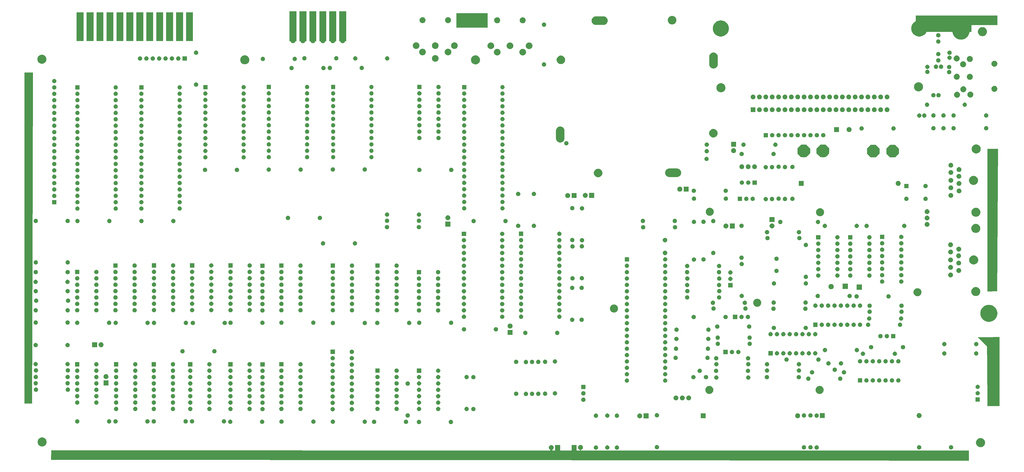
<source format=gbr>
G04 #@! TF.GenerationSoftware,KiCad,Pcbnew,(5.0.2)-1*
G04 #@! TF.CreationDate,2019-01-22T20:15:23+01:00*
G04 #@! TF.ProjectId,C64,4336342e-6b69-4636-9164-5f7063625858,rev?*
G04 #@! TF.SameCoordinates,Original*
G04 #@! TF.FileFunction,Soldermask,Top*
G04 #@! TF.FilePolarity,Negative*
%FSLAX46Y46*%
G04 Gerber Fmt 4.6, Leading zero omitted, Abs format (unit mm)*
G04 Created by KiCad (PCBNEW (5.0.2)-1) date 22-01-2019 20:15:23*
%MOMM*%
%LPD*%
G01*
G04 APERTURE LIST*
%ADD10C,0.100000*%
G04 APERTURE END LIST*
D10*
G36*
X235774840Y-219899093D02*
X235777242Y-219923479D01*
X235784355Y-219946928D01*
X235795906Y-219968539D01*
X235811452Y-219987481D01*
X235830394Y-220003027D01*
X235852005Y-220014578D01*
X235875454Y-220021691D01*
X235899809Y-220024093D01*
X237110550Y-220024356D01*
X237134933Y-220021959D01*
X237158383Y-220014851D01*
X237179997Y-220003305D01*
X237198942Y-219987764D01*
X237214492Y-219968825D01*
X237226048Y-219947217D01*
X237233166Y-219923769D01*
X237235573Y-219899383D01*
X237233176Y-219874996D01*
X237226068Y-219851546D01*
X237214522Y-219829932D01*
X237198981Y-219810987D01*
X237180042Y-219795437D01*
X237158434Y-219783881D01*
X237134960Y-219776758D01*
X237039426Y-219757755D01*
X237019166Y-219749363D01*
X236859731Y-219683323D01*
X236698009Y-219575264D01*
X236560476Y-219437731D01*
X236452417Y-219276009D01*
X236377985Y-219096314D01*
X236352933Y-218970367D01*
X236340040Y-218905552D01*
X236340040Y-218711048D01*
X236375163Y-218534473D01*
X236377985Y-218520286D01*
X236452417Y-218340591D01*
X236560476Y-218178869D01*
X236698009Y-218041336D01*
X236859731Y-217933277D01*
X237039426Y-217858845D01*
X237103014Y-217846197D01*
X237230188Y-217820900D01*
X237424692Y-217820900D01*
X237551866Y-217846197D01*
X237615454Y-217858845D01*
X237795149Y-217933277D01*
X237956871Y-218041336D01*
X238094404Y-218178869D01*
X238202463Y-218340591D01*
X238276895Y-218520286D01*
X238279717Y-218534473D01*
X238314840Y-218711048D01*
X238314840Y-218905552D01*
X238301947Y-218970367D01*
X238276895Y-219096314D01*
X238202463Y-219276009D01*
X238094404Y-219437731D01*
X237956871Y-219575264D01*
X237795149Y-219683323D01*
X237635714Y-219749363D01*
X237615454Y-219757755D01*
X237519447Y-219776852D01*
X237495998Y-219783965D01*
X237474387Y-219795517D01*
X237455445Y-219811062D01*
X237439900Y-219830004D01*
X237428349Y-219851615D01*
X237421236Y-219875064D01*
X237418834Y-219899450D01*
X237421236Y-219923837D01*
X237428349Y-219947286D01*
X237439901Y-219968897D01*
X237455446Y-219987839D01*
X237474388Y-220003384D01*
X237495999Y-220014935D01*
X237519448Y-220022048D01*
X237543804Y-220024450D01*
X315035379Y-220041278D01*
X391930010Y-220057977D01*
X391930012Y-220057977D01*
X391942320Y-220057980D01*
X391942320Y-224088960D01*
X391929983Y-224088949D01*
X391929981Y-224088949D01*
X202224951Y-223914876D01*
X26553160Y-223753680D01*
X26598880Y-219981780D01*
X26610782Y-219981769D01*
X29354780Y-219979240D01*
X29364940Y-219979240D01*
X225245599Y-220021779D01*
X225269985Y-220019382D01*
X225293435Y-220012274D01*
X225315049Y-220000728D01*
X225333994Y-219985187D01*
X225349544Y-219966248D01*
X225361100Y-219944640D01*
X225368218Y-219921192D01*
X225370625Y-219896806D01*
X225368228Y-219872419D01*
X225361120Y-219848969D01*
X225349574Y-219827355D01*
X225334033Y-219808410D01*
X225315094Y-219792860D01*
X225293462Y-219781295D01*
X225216371Y-219749363D01*
X225054649Y-219641304D01*
X224917116Y-219503771D01*
X224809057Y-219342049D01*
X224734625Y-219162354D01*
X224696680Y-218971590D01*
X224696680Y-218777090D01*
X224699750Y-218761658D01*
X224734625Y-218586327D01*
X224751896Y-218544631D01*
X224809057Y-218406631D01*
X224917116Y-218244909D01*
X225054649Y-218107376D01*
X225216371Y-217999317D01*
X225396066Y-217924885D01*
X225471904Y-217909800D01*
X225586828Y-217886940D01*
X225781332Y-217886940D01*
X225896256Y-217909800D01*
X225972094Y-217924885D01*
X226151789Y-217999317D01*
X226313511Y-218107376D01*
X226451044Y-218244909D01*
X226559103Y-218406631D01*
X226616264Y-218544631D01*
X226633535Y-218586327D01*
X226668411Y-218761658D01*
X226671480Y-218777090D01*
X226671480Y-218971590D01*
X226633535Y-219162354D01*
X226559103Y-219342049D01*
X226451044Y-219503771D01*
X226313511Y-219641304D01*
X226151789Y-219749363D01*
X226074238Y-219781486D01*
X226052630Y-219793035D01*
X226033688Y-219808581D01*
X226018142Y-219827523D01*
X226006591Y-219849133D01*
X225999478Y-219872583D01*
X225997076Y-219896969D01*
X225999478Y-219921355D01*
X226006591Y-219944804D01*
X226018142Y-219966415D01*
X226033688Y-219985357D01*
X226052630Y-220000903D01*
X226074240Y-220012454D01*
X226097690Y-220019567D01*
X226122049Y-220021969D01*
X227111653Y-220022184D01*
X227136040Y-220019787D01*
X227159490Y-220012679D01*
X227181104Y-220001133D01*
X227200049Y-219985592D01*
X227215599Y-219966653D01*
X227227155Y-219945045D01*
X227234273Y-219921597D01*
X227236680Y-219897184D01*
X227236680Y-217886940D01*
X229211480Y-217886940D01*
X229211480Y-219897667D01*
X229213882Y-219922053D01*
X229220995Y-219945502D01*
X229232546Y-219967113D01*
X229248092Y-219986055D01*
X229267034Y-220001601D01*
X229288645Y-220013152D01*
X229312094Y-220020265D01*
X229336453Y-220022667D01*
X233675013Y-220023609D01*
X233699400Y-220021212D01*
X233722850Y-220014104D01*
X233744464Y-220002558D01*
X233763409Y-219987017D01*
X233778959Y-219968078D01*
X233790515Y-219946470D01*
X233797633Y-219923022D01*
X233800040Y-219898609D01*
X233800040Y-217820900D01*
X235774840Y-217820900D01*
X235774840Y-219899093D01*
X235774840Y-219899093D01*
G37*
G36*
X252066567Y-218069864D02*
X252223153Y-218134724D01*
X252364076Y-218228886D01*
X252483914Y-218348724D01*
X252578076Y-218489647D01*
X252642936Y-218646233D01*
X252676000Y-218812457D01*
X252676000Y-218981943D01*
X252642936Y-219148167D01*
X252578076Y-219304753D01*
X252483914Y-219445676D01*
X252364076Y-219565514D01*
X252223153Y-219659676D01*
X252066567Y-219724536D01*
X251900343Y-219757600D01*
X251730857Y-219757600D01*
X251564633Y-219724536D01*
X251408047Y-219659676D01*
X251267124Y-219565514D01*
X251147286Y-219445676D01*
X251053124Y-219304753D01*
X250988264Y-219148167D01*
X250955200Y-218981943D01*
X250955200Y-218812457D01*
X250988264Y-218646233D01*
X251053124Y-218489647D01*
X251147286Y-218348724D01*
X251267124Y-218228886D01*
X251408047Y-218134724D01*
X251564633Y-218069864D01*
X251730857Y-218036800D01*
X251900343Y-218036800D01*
X252066567Y-218069864D01*
X252066567Y-218069864D01*
G37*
G36*
X243709967Y-218069864D02*
X243866553Y-218134724D01*
X244007476Y-218228886D01*
X244127314Y-218348724D01*
X244221476Y-218489647D01*
X244286336Y-218646233D01*
X244319400Y-218812457D01*
X244319400Y-218981943D01*
X244286336Y-219148167D01*
X244221476Y-219304753D01*
X244127314Y-219445676D01*
X244007476Y-219565514D01*
X243866553Y-219659676D01*
X243709967Y-219724536D01*
X243543743Y-219757600D01*
X243374257Y-219757600D01*
X243208033Y-219724536D01*
X243051447Y-219659676D01*
X242910524Y-219565514D01*
X242790686Y-219445676D01*
X242696524Y-219304753D01*
X242631664Y-219148167D01*
X242598600Y-218981943D01*
X242598600Y-218812457D01*
X242631664Y-218646233D01*
X242696524Y-218489647D01*
X242790686Y-218348724D01*
X242910524Y-218228886D01*
X243051447Y-218134724D01*
X243208033Y-218069864D01*
X243374257Y-218036800D01*
X243543743Y-218036800D01*
X243709967Y-218069864D01*
X243709967Y-218069864D01*
G37*
G36*
X248246407Y-218019064D02*
X248402993Y-218083924D01*
X248543916Y-218178086D01*
X248663754Y-218297924D01*
X248757916Y-218438847D01*
X248822776Y-218595433D01*
X248855840Y-218761657D01*
X248855840Y-218931143D01*
X248822776Y-219097367D01*
X248757916Y-219253953D01*
X248663754Y-219394876D01*
X248543916Y-219514714D01*
X248402993Y-219608876D01*
X248246407Y-219673736D01*
X248080183Y-219706800D01*
X247910697Y-219706800D01*
X247744473Y-219673736D01*
X247587887Y-219608876D01*
X247446964Y-219514714D01*
X247327126Y-219394876D01*
X247232964Y-219253953D01*
X247168104Y-219097367D01*
X247135040Y-218931143D01*
X247135040Y-218761657D01*
X247168104Y-218595433D01*
X247232964Y-218438847D01*
X247327126Y-218297924D01*
X247446964Y-218178086D01*
X247587887Y-218083924D01*
X247744473Y-218019064D01*
X247910697Y-217986000D01*
X248080183Y-217986000D01*
X248246407Y-218019064D01*
X248246407Y-218019064D01*
G37*
G36*
X331593967Y-218019064D02*
X331750553Y-218083924D01*
X331891476Y-218178086D01*
X332011314Y-218297924D01*
X332105476Y-218438847D01*
X332170336Y-218595433D01*
X332203400Y-218761657D01*
X332203400Y-218931143D01*
X332170336Y-219097367D01*
X332105476Y-219253953D01*
X332011314Y-219394876D01*
X331891476Y-219514714D01*
X331750553Y-219608876D01*
X331593967Y-219673736D01*
X331427743Y-219706800D01*
X331258257Y-219706800D01*
X331092033Y-219673736D01*
X330935447Y-219608876D01*
X330794524Y-219514714D01*
X330674686Y-219394876D01*
X330580524Y-219253953D01*
X330515664Y-219097367D01*
X330482600Y-218931143D01*
X330482600Y-218761657D01*
X330515664Y-218595433D01*
X330580524Y-218438847D01*
X330674686Y-218297924D01*
X330794524Y-218178086D01*
X330935447Y-218083924D01*
X331092033Y-218019064D01*
X331258257Y-217986000D01*
X331427743Y-217986000D01*
X331593967Y-218019064D01*
X331593967Y-218019064D01*
G37*
G36*
X326539367Y-217968264D02*
X326695953Y-218033124D01*
X326836876Y-218127286D01*
X326956714Y-218247124D01*
X327050876Y-218388047D01*
X327115736Y-218544633D01*
X327148800Y-218710857D01*
X327148800Y-218880343D01*
X327115736Y-219046567D01*
X327050876Y-219203153D01*
X326956714Y-219344076D01*
X326836876Y-219463914D01*
X326695953Y-219558076D01*
X326539367Y-219622936D01*
X326373143Y-219656000D01*
X326203657Y-219656000D01*
X326037433Y-219622936D01*
X325880847Y-219558076D01*
X325739924Y-219463914D01*
X325620086Y-219344076D01*
X325525924Y-219203153D01*
X325461064Y-219046567D01*
X325428000Y-218880343D01*
X325428000Y-218710857D01*
X325461064Y-218544633D01*
X325525924Y-218388047D01*
X325620086Y-218247124D01*
X325739924Y-218127286D01*
X325880847Y-218033124D01*
X326037433Y-217968264D01*
X326203657Y-217935200D01*
X326373143Y-217935200D01*
X326539367Y-217968264D01*
X326539367Y-217968264D01*
G37*
G36*
X372391447Y-217958104D02*
X372548033Y-218022964D01*
X372688956Y-218117126D01*
X372808794Y-218236964D01*
X372902956Y-218377887D01*
X372967816Y-218534473D01*
X373000880Y-218700697D01*
X373000880Y-218870183D01*
X372967816Y-219036407D01*
X372902956Y-219192993D01*
X372808794Y-219333916D01*
X372688956Y-219453754D01*
X372548033Y-219547916D01*
X372391447Y-219612776D01*
X372225223Y-219645840D01*
X372055737Y-219645840D01*
X371889513Y-219612776D01*
X371732927Y-219547916D01*
X371592004Y-219453754D01*
X371472166Y-219333916D01*
X371378004Y-219192993D01*
X371313144Y-219036407D01*
X371280080Y-218870183D01*
X371280080Y-218700697D01*
X371313144Y-218534473D01*
X371378004Y-218377887D01*
X371472166Y-218236964D01*
X371592004Y-218117126D01*
X371732927Y-218022964D01*
X371889513Y-217958104D01*
X372055737Y-217925040D01*
X372225223Y-217925040D01*
X372391447Y-217958104D01*
X372391447Y-217958104D01*
G37*
G36*
X385091447Y-217958104D02*
X385248033Y-218022964D01*
X385388956Y-218117126D01*
X385508794Y-218236964D01*
X385602956Y-218377887D01*
X385667816Y-218534473D01*
X385700880Y-218700697D01*
X385700880Y-218870183D01*
X385667816Y-219036407D01*
X385602956Y-219192993D01*
X385508794Y-219333916D01*
X385388956Y-219453754D01*
X385248033Y-219547916D01*
X385091447Y-219612776D01*
X384925223Y-219645840D01*
X384755737Y-219645840D01*
X384589513Y-219612776D01*
X384432927Y-219547916D01*
X384292004Y-219453754D01*
X384172166Y-219333916D01*
X384078004Y-219192993D01*
X384013144Y-219036407D01*
X383980080Y-218870183D01*
X383980080Y-218700697D01*
X384013144Y-218534473D01*
X384078004Y-218377887D01*
X384172166Y-218236964D01*
X384292004Y-218117126D01*
X384432927Y-218022964D01*
X384589513Y-217958104D01*
X384755737Y-217925040D01*
X384925223Y-217925040D01*
X385091447Y-217958104D01*
X385091447Y-217958104D01*
G37*
G36*
X329155567Y-217942864D02*
X329312153Y-218007724D01*
X329453076Y-218101886D01*
X329572914Y-218221724D01*
X329667076Y-218362647D01*
X329731936Y-218519233D01*
X329765000Y-218685457D01*
X329765000Y-218854943D01*
X329731936Y-219021167D01*
X329667076Y-219177753D01*
X329572914Y-219318676D01*
X329453076Y-219438514D01*
X329312153Y-219532676D01*
X329155567Y-219597536D01*
X328989343Y-219630600D01*
X328819857Y-219630600D01*
X328653633Y-219597536D01*
X328497047Y-219532676D01*
X328356124Y-219438514D01*
X328236286Y-219318676D01*
X328142124Y-219177753D01*
X328077264Y-219021167D01*
X328044200Y-218854943D01*
X328044200Y-218685457D01*
X328077264Y-218519233D01*
X328142124Y-218362647D01*
X328236286Y-218221724D01*
X328356124Y-218101886D01*
X328497047Y-218007724D01*
X328653633Y-217942864D01*
X328819857Y-217909800D01*
X328989343Y-217909800D01*
X329155567Y-217942864D01*
X329155567Y-217942864D01*
G37*
G36*
X267992367Y-217892064D02*
X268148953Y-217956924D01*
X268289876Y-218051086D01*
X268409714Y-218170924D01*
X268503876Y-218311847D01*
X268568736Y-218468433D01*
X268601800Y-218634657D01*
X268601800Y-218804143D01*
X268568736Y-218970367D01*
X268503876Y-219126953D01*
X268409714Y-219267876D01*
X268289876Y-219387714D01*
X268148953Y-219481876D01*
X267992367Y-219546736D01*
X267826143Y-219579800D01*
X267656657Y-219579800D01*
X267490433Y-219546736D01*
X267333847Y-219481876D01*
X267192924Y-219387714D01*
X267073086Y-219267876D01*
X266978924Y-219126953D01*
X266914064Y-218970367D01*
X266881000Y-218804143D01*
X266881000Y-218634657D01*
X266914064Y-218468433D01*
X266978924Y-218311847D01*
X267073086Y-218170924D01*
X267192924Y-218051086D01*
X267333847Y-217956924D01*
X267490433Y-217892064D01*
X267656657Y-217859000D01*
X267826143Y-217859000D01*
X267992367Y-217892064D01*
X267992367Y-217892064D01*
G37*
G36*
X396999642Y-215172275D02*
X397115561Y-215195333D01*
X397443140Y-215331021D01*
X397695023Y-215499324D01*
X397737956Y-215528011D01*
X397988669Y-215778724D01*
X398185660Y-216073542D01*
X398205616Y-216121720D01*
X398321347Y-216401119D01*
X398390520Y-216748876D01*
X398390520Y-217103444D01*
X398321347Y-217451201D01*
X398185659Y-217778780D01*
X398081142Y-217935200D01*
X397988669Y-218073596D01*
X397737956Y-218324309D01*
X397737953Y-218324311D01*
X397443140Y-218521299D01*
X397443139Y-218521300D01*
X397443138Y-218521300D01*
X397386812Y-218544631D01*
X397115561Y-218656987D01*
X396999642Y-218680045D01*
X396767806Y-218726160D01*
X396413234Y-218726160D01*
X396181398Y-218680045D01*
X396065479Y-218656987D01*
X395794228Y-218544631D01*
X395737902Y-218521300D01*
X395737901Y-218521300D01*
X395737900Y-218521299D01*
X395443087Y-218324311D01*
X395443084Y-218324309D01*
X395192371Y-218073596D01*
X395099898Y-217935200D01*
X394995381Y-217778780D01*
X394859693Y-217451201D01*
X394790520Y-217103444D01*
X394790520Y-216748876D01*
X394859693Y-216401119D01*
X394975424Y-216121720D01*
X394995380Y-216073542D01*
X395192371Y-215778724D01*
X395443084Y-215528011D01*
X395486017Y-215499324D01*
X395737900Y-215331021D01*
X396065479Y-215195333D01*
X396181398Y-215172275D01*
X396413234Y-215126160D01*
X396767806Y-215126160D01*
X396999642Y-215172275D01*
X396999642Y-215172275D01*
G37*
G36*
X23393582Y-214892875D02*
X23509501Y-214915933D01*
X23837080Y-215051621D01*
X23948635Y-215126160D01*
X24131896Y-215248611D01*
X24382609Y-215499324D01*
X24382611Y-215499327D01*
X24579599Y-215794140D01*
X24695331Y-216073540D01*
X24715287Y-216121720D01*
X24784460Y-216469474D01*
X24784460Y-216824046D01*
X24715287Y-217171800D01*
X24579600Y-217499378D01*
X24382609Y-217794196D01*
X24131896Y-218044909D01*
X24131893Y-218044911D01*
X23837080Y-218241899D01*
X23837079Y-218241900D01*
X23837078Y-218241900D01*
X23824466Y-218247124D01*
X23509501Y-218377587D01*
X23393582Y-218400645D01*
X23161746Y-218446760D01*
X22807174Y-218446760D01*
X22575338Y-218400645D01*
X22459419Y-218377587D01*
X22144454Y-218247124D01*
X22131842Y-218241900D01*
X22131841Y-218241900D01*
X22131840Y-218241899D01*
X21837027Y-218044911D01*
X21837024Y-218044909D01*
X21586311Y-217794196D01*
X21389320Y-217499378D01*
X21253633Y-217171800D01*
X21184460Y-216824046D01*
X21184460Y-216469474D01*
X21253633Y-216121720D01*
X21273590Y-216073540D01*
X21389321Y-215794140D01*
X21586309Y-215499327D01*
X21586311Y-215499324D01*
X21837024Y-215248611D01*
X22020285Y-215126160D01*
X22131840Y-215051621D01*
X22459419Y-214915933D01*
X22575338Y-214892875D01*
X22807174Y-214846760D01*
X23161746Y-214846760D01*
X23393582Y-214892875D01*
X23393582Y-214892875D01*
G37*
G36*
X185950367Y-207859064D02*
X186106953Y-207923924D01*
X186247876Y-208018086D01*
X186367714Y-208137924D01*
X186461876Y-208278847D01*
X186526736Y-208435433D01*
X186559800Y-208601657D01*
X186559800Y-208771143D01*
X186526736Y-208937367D01*
X186461876Y-209093953D01*
X186367714Y-209234876D01*
X186247876Y-209354714D01*
X186106953Y-209448876D01*
X185950367Y-209513736D01*
X185784143Y-209546800D01*
X185614657Y-209546800D01*
X185448433Y-209513736D01*
X185291847Y-209448876D01*
X185150924Y-209354714D01*
X185031086Y-209234876D01*
X184936924Y-209093953D01*
X184872064Y-208937367D01*
X184839000Y-208771143D01*
X184839000Y-208601657D01*
X184872064Y-208435433D01*
X184936924Y-208278847D01*
X185031086Y-208137924D01*
X185150924Y-208018086D01*
X185291847Y-207923924D01*
X185448433Y-207859064D01*
X185614657Y-207826000D01*
X185784143Y-207826000D01*
X185950367Y-207859064D01*
X185950367Y-207859064D01*
G37*
G36*
X173250367Y-207859064D02*
X173406953Y-207923924D01*
X173547876Y-208018086D01*
X173667714Y-208137924D01*
X173761876Y-208278847D01*
X173826736Y-208435433D01*
X173859800Y-208601657D01*
X173859800Y-208771143D01*
X173826736Y-208937367D01*
X173761876Y-209093953D01*
X173667714Y-209234876D01*
X173547876Y-209354714D01*
X173406953Y-209448876D01*
X173250367Y-209513736D01*
X173084143Y-209546800D01*
X172914657Y-209546800D01*
X172748433Y-209513736D01*
X172591847Y-209448876D01*
X172450924Y-209354714D01*
X172331086Y-209234876D01*
X172236924Y-209093953D01*
X172172064Y-208937367D01*
X172139000Y-208771143D01*
X172139000Y-208601657D01*
X172172064Y-208435433D01*
X172236924Y-208278847D01*
X172331086Y-208137924D01*
X172450924Y-208018086D01*
X172591847Y-207923924D01*
X172748433Y-207859064D01*
X172914657Y-207826000D01*
X173084143Y-207826000D01*
X173250367Y-207859064D01*
X173250367Y-207859064D01*
G37*
G36*
X168119567Y-207782864D02*
X168276153Y-207847724D01*
X168417076Y-207941886D01*
X168536914Y-208061724D01*
X168631076Y-208202647D01*
X168695936Y-208359233D01*
X168729000Y-208525457D01*
X168729000Y-208694943D01*
X168695936Y-208861167D01*
X168631076Y-209017753D01*
X168536914Y-209158676D01*
X168417076Y-209278514D01*
X168276153Y-209372676D01*
X168119567Y-209437536D01*
X167953343Y-209470600D01*
X167783857Y-209470600D01*
X167617633Y-209437536D01*
X167461047Y-209372676D01*
X167320124Y-209278514D01*
X167200286Y-209158676D01*
X167106124Y-209017753D01*
X167041264Y-208861167D01*
X167008200Y-208694943D01*
X167008200Y-208525457D01*
X167041264Y-208359233D01*
X167106124Y-208202647D01*
X167200286Y-208061724D01*
X167320124Y-207941886D01*
X167461047Y-207847724D01*
X167617633Y-207782864D01*
X167783857Y-207749800D01*
X167953343Y-207749800D01*
X168119567Y-207782864D01*
X168119567Y-207782864D01*
G37*
G36*
X155419567Y-207782864D02*
X155576153Y-207847724D01*
X155717076Y-207941886D01*
X155836914Y-208061724D01*
X155931076Y-208202647D01*
X155995936Y-208359233D01*
X156029000Y-208525457D01*
X156029000Y-208694943D01*
X155995936Y-208861167D01*
X155931076Y-209017753D01*
X155836914Y-209158676D01*
X155717076Y-209278514D01*
X155576153Y-209372676D01*
X155419567Y-209437536D01*
X155253343Y-209470600D01*
X155083857Y-209470600D01*
X154917633Y-209437536D01*
X154761047Y-209372676D01*
X154620124Y-209278514D01*
X154500286Y-209158676D01*
X154406124Y-209017753D01*
X154341264Y-208861167D01*
X154308200Y-208694943D01*
X154308200Y-208525457D01*
X154341264Y-208359233D01*
X154406124Y-208202647D01*
X154500286Y-208061724D01*
X154620124Y-207941886D01*
X154761047Y-207847724D01*
X154917633Y-207782864D01*
X155083857Y-207749800D01*
X155253343Y-207749800D01*
X155419567Y-207782864D01*
X155419567Y-207782864D01*
G37*
G36*
X98132407Y-207772704D02*
X98288993Y-207837564D01*
X98429916Y-207931726D01*
X98549754Y-208051564D01*
X98643916Y-208192487D01*
X98708776Y-208349073D01*
X98741840Y-208515297D01*
X98741840Y-208684783D01*
X98708776Y-208851007D01*
X98643916Y-209007593D01*
X98549754Y-209148516D01*
X98429916Y-209268354D01*
X98288993Y-209362516D01*
X98132407Y-209427376D01*
X97966183Y-209460440D01*
X97796697Y-209460440D01*
X97630473Y-209427376D01*
X97473887Y-209362516D01*
X97332964Y-209268354D01*
X97213126Y-209148516D01*
X97118964Y-209007593D01*
X97054104Y-208851007D01*
X97021040Y-208684783D01*
X97021040Y-208515297D01*
X97054104Y-208349073D01*
X97118964Y-208192487D01*
X97213126Y-208051564D01*
X97332964Y-207931726D01*
X97473887Y-207837564D01*
X97630473Y-207772704D01*
X97796697Y-207739640D01*
X97966183Y-207739640D01*
X98132407Y-207772704D01*
X98132407Y-207772704D01*
G37*
G36*
X110832407Y-207772704D02*
X110988993Y-207837564D01*
X111129916Y-207931726D01*
X111249754Y-208051564D01*
X111343916Y-208192487D01*
X111408776Y-208349073D01*
X111441840Y-208515297D01*
X111441840Y-208684783D01*
X111408776Y-208851007D01*
X111343916Y-209007593D01*
X111249754Y-209148516D01*
X111129916Y-209268354D01*
X110988993Y-209362516D01*
X110832407Y-209427376D01*
X110666183Y-209460440D01*
X110496697Y-209460440D01*
X110330473Y-209427376D01*
X110173887Y-209362516D01*
X110032964Y-209268354D01*
X109913126Y-209148516D01*
X109818964Y-209007593D01*
X109754104Y-208851007D01*
X109721040Y-208684783D01*
X109721040Y-208515297D01*
X109754104Y-208349073D01*
X109818964Y-208192487D01*
X109913126Y-208051564D01*
X110032964Y-207931726D01*
X110173887Y-207837564D01*
X110330473Y-207772704D01*
X110496697Y-207739640D01*
X110666183Y-207739640D01*
X110832407Y-207772704D01*
X110832407Y-207772704D01*
G37*
G36*
X151685767Y-207757464D02*
X151842353Y-207822324D01*
X151983276Y-207916486D01*
X152103114Y-208036324D01*
X152197276Y-208177247D01*
X152262136Y-208333833D01*
X152295200Y-208500057D01*
X152295200Y-208669543D01*
X152262136Y-208835767D01*
X152197276Y-208992353D01*
X152103114Y-209133276D01*
X151983276Y-209253114D01*
X151842353Y-209347276D01*
X151685767Y-209412136D01*
X151519543Y-209445200D01*
X151350057Y-209445200D01*
X151183833Y-209412136D01*
X151027247Y-209347276D01*
X150886324Y-209253114D01*
X150766486Y-209133276D01*
X150672324Y-208992353D01*
X150607464Y-208835767D01*
X150574400Y-208669543D01*
X150574400Y-208500057D01*
X150607464Y-208333833D01*
X150672324Y-208177247D01*
X150766486Y-208036324D01*
X150886324Y-207916486D01*
X151027247Y-207822324D01*
X151183833Y-207757464D01*
X151350057Y-207724400D01*
X151519543Y-207724400D01*
X151685767Y-207757464D01*
X151685767Y-207757464D01*
G37*
G36*
X138985767Y-207757464D02*
X139142353Y-207822324D01*
X139283276Y-207916486D01*
X139403114Y-208036324D01*
X139497276Y-208177247D01*
X139562136Y-208333833D01*
X139595200Y-208500057D01*
X139595200Y-208669543D01*
X139562136Y-208835767D01*
X139497276Y-208992353D01*
X139403114Y-209133276D01*
X139283276Y-209253114D01*
X139142353Y-209347276D01*
X138985767Y-209412136D01*
X138819543Y-209445200D01*
X138650057Y-209445200D01*
X138483833Y-209412136D01*
X138327247Y-209347276D01*
X138186324Y-209253114D01*
X138066486Y-209133276D01*
X137972324Y-208992353D01*
X137907464Y-208835767D01*
X137874400Y-208669543D01*
X137874400Y-208500057D01*
X137907464Y-208333833D01*
X137972324Y-208177247D01*
X138066486Y-208036324D01*
X138186324Y-207916486D01*
X138327247Y-207822324D01*
X138483833Y-207757464D01*
X138650057Y-207724400D01*
X138819543Y-207724400D01*
X138985767Y-207757464D01*
X138985767Y-207757464D01*
G37*
G36*
X118538767Y-207732064D02*
X118695353Y-207796924D01*
X118836276Y-207891086D01*
X118956114Y-208010924D01*
X119050276Y-208151847D01*
X119115136Y-208308433D01*
X119148200Y-208474657D01*
X119148200Y-208644143D01*
X119115136Y-208810367D01*
X119050276Y-208966953D01*
X118956114Y-209107876D01*
X118836276Y-209227714D01*
X118695353Y-209321876D01*
X118538767Y-209386736D01*
X118372543Y-209419800D01*
X118203057Y-209419800D01*
X118036833Y-209386736D01*
X117880247Y-209321876D01*
X117739324Y-209227714D01*
X117619486Y-209107876D01*
X117525324Y-208966953D01*
X117460464Y-208810367D01*
X117427400Y-208644143D01*
X117427400Y-208474657D01*
X117460464Y-208308433D01*
X117525324Y-208151847D01*
X117619486Y-208010924D01*
X117739324Y-207891086D01*
X117880247Y-207796924D01*
X118036833Y-207732064D01*
X118203057Y-207699000D01*
X118372543Y-207699000D01*
X118538767Y-207732064D01*
X118538767Y-207732064D01*
G37*
G36*
X131238767Y-207732064D02*
X131395353Y-207796924D01*
X131536276Y-207891086D01*
X131656114Y-208010924D01*
X131750276Y-208151847D01*
X131815136Y-208308433D01*
X131848200Y-208474657D01*
X131848200Y-208644143D01*
X131815136Y-208810367D01*
X131750276Y-208966953D01*
X131656114Y-209107876D01*
X131536276Y-209227714D01*
X131395353Y-209321876D01*
X131238767Y-209386736D01*
X131072543Y-209419800D01*
X130903057Y-209419800D01*
X130736833Y-209386736D01*
X130580247Y-209321876D01*
X130439324Y-209227714D01*
X130319486Y-209107876D01*
X130225324Y-208966953D01*
X130160464Y-208810367D01*
X130127400Y-208644143D01*
X130127400Y-208474657D01*
X130160464Y-208308433D01*
X130225324Y-208151847D01*
X130319486Y-208010924D01*
X130439324Y-207891086D01*
X130580247Y-207796924D01*
X130736833Y-207732064D01*
X130903057Y-207699000D01*
X131072543Y-207699000D01*
X131238767Y-207732064D01*
X131238767Y-207732064D01*
G37*
G36*
X49933367Y-207630464D02*
X50089953Y-207695324D01*
X50230876Y-207789486D01*
X50350714Y-207909324D01*
X50444876Y-208050247D01*
X50509736Y-208206833D01*
X50542800Y-208373057D01*
X50542800Y-208542543D01*
X50509736Y-208708767D01*
X50444876Y-208865353D01*
X50350714Y-209006276D01*
X50230876Y-209126114D01*
X50089953Y-209220276D01*
X49933367Y-209285136D01*
X49767143Y-209318200D01*
X49597657Y-209318200D01*
X49431433Y-209285136D01*
X49274847Y-209220276D01*
X49133924Y-209126114D01*
X49014086Y-209006276D01*
X48919924Y-208865353D01*
X48855064Y-208708767D01*
X48822000Y-208542543D01*
X48822000Y-208373057D01*
X48855064Y-208206833D01*
X48919924Y-208050247D01*
X49014086Y-207909324D01*
X49133924Y-207789486D01*
X49274847Y-207695324D01*
X49431433Y-207630464D01*
X49597657Y-207597400D01*
X49767143Y-207597400D01*
X49933367Y-207630464D01*
X49933367Y-207630464D01*
G37*
G36*
X37233367Y-207630464D02*
X37389953Y-207695324D01*
X37530876Y-207789486D01*
X37650714Y-207909324D01*
X37744876Y-208050247D01*
X37809736Y-208206833D01*
X37842800Y-208373057D01*
X37842800Y-208542543D01*
X37809736Y-208708767D01*
X37744876Y-208865353D01*
X37650714Y-209006276D01*
X37530876Y-209126114D01*
X37389953Y-209220276D01*
X37233367Y-209285136D01*
X37067143Y-209318200D01*
X36897657Y-209318200D01*
X36731433Y-209285136D01*
X36574847Y-209220276D01*
X36433924Y-209126114D01*
X36314086Y-209006276D01*
X36219924Y-208865353D01*
X36155064Y-208708767D01*
X36122000Y-208542543D01*
X36122000Y-208373057D01*
X36155064Y-208206833D01*
X36219924Y-208050247D01*
X36314086Y-207909324D01*
X36433924Y-207789486D01*
X36574847Y-207695324D01*
X36731433Y-207630464D01*
X36897657Y-207597400D01*
X37067143Y-207597400D01*
X37233367Y-207630464D01*
X37233367Y-207630464D01*
G37*
G36*
X80382887Y-207620304D02*
X80539473Y-207685164D01*
X80680396Y-207779326D01*
X80800234Y-207899164D01*
X80894396Y-208040087D01*
X80959256Y-208196673D01*
X80992320Y-208362897D01*
X80992320Y-208532383D01*
X80959256Y-208698607D01*
X80894396Y-208855193D01*
X80800234Y-208996116D01*
X80680396Y-209115954D01*
X80539473Y-209210116D01*
X80382887Y-209274976D01*
X80216663Y-209308040D01*
X80047177Y-209308040D01*
X79880953Y-209274976D01*
X79724367Y-209210116D01*
X79583444Y-209115954D01*
X79463606Y-208996116D01*
X79369444Y-208855193D01*
X79304584Y-208698607D01*
X79271520Y-208532383D01*
X79271520Y-208362897D01*
X79304584Y-208196673D01*
X79369444Y-208040087D01*
X79463606Y-207899164D01*
X79583444Y-207779326D01*
X79724367Y-207685164D01*
X79880953Y-207620304D01*
X80047177Y-207587240D01*
X80216663Y-207587240D01*
X80382887Y-207620304D01*
X80382887Y-207620304D01*
G37*
G36*
X67682887Y-207620304D02*
X67839473Y-207685164D01*
X67980396Y-207779326D01*
X68100234Y-207899164D01*
X68194396Y-208040087D01*
X68259256Y-208196673D01*
X68292320Y-208362897D01*
X68292320Y-208532383D01*
X68259256Y-208698607D01*
X68194396Y-208855193D01*
X68100234Y-208996116D01*
X67980396Y-209115954D01*
X67839473Y-209210116D01*
X67682887Y-209274976D01*
X67516663Y-209308040D01*
X67347177Y-209308040D01*
X67180953Y-209274976D01*
X67024367Y-209210116D01*
X66883444Y-209115954D01*
X66763606Y-208996116D01*
X66669444Y-208855193D01*
X66604584Y-208698607D01*
X66571520Y-208532383D01*
X66571520Y-208362897D01*
X66604584Y-208196673D01*
X66669444Y-208040087D01*
X66763606Y-207899164D01*
X66883444Y-207779326D01*
X67024367Y-207685164D01*
X67180953Y-207620304D01*
X67347177Y-207587240D01*
X67516663Y-207587240D01*
X67682887Y-207620304D01*
X67682887Y-207620304D01*
G37*
G36*
X65178447Y-207617764D02*
X65335033Y-207682624D01*
X65475956Y-207776786D01*
X65595794Y-207896624D01*
X65689956Y-208037547D01*
X65754816Y-208194133D01*
X65787880Y-208360357D01*
X65787880Y-208529843D01*
X65754816Y-208696067D01*
X65689956Y-208852653D01*
X65595794Y-208993576D01*
X65475956Y-209113414D01*
X65335033Y-209207576D01*
X65178447Y-209272436D01*
X65012223Y-209305500D01*
X64842737Y-209305500D01*
X64676513Y-209272436D01*
X64519927Y-209207576D01*
X64379004Y-209113414D01*
X64259166Y-208993576D01*
X64165004Y-208852653D01*
X64100144Y-208696067D01*
X64067080Y-208529843D01*
X64067080Y-208360357D01*
X64100144Y-208194133D01*
X64165004Y-208037547D01*
X64259166Y-207896624D01*
X64379004Y-207776786D01*
X64519927Y-207682624D01*
X64676513Y-207617764D01*
X64842737Y-207584700D01*
X65012223Y-207584700D01*
X65178447Y-207617764D01*
X65178447Y-207617764D01*
G37*
G36*
X52478447Y-207617764D02*
X52635033Y-207682624D01*
X52775956Y-207776786D01*
X52895794Y-207896624D01*
X52989956Y-208037547D01*
X53054816Y-208194133D01*
X53087880Y-208360357D01*
X53087880Y-208529843D01*
X53054816Y-208696067D01*
X52989956Y-208852653D01*
X52895794Y-208993576D01*
X52775956Y-209113414D01*
X52635033Y-209207576D01*
X52478447Y-209272436D01*
X52312223Y-209305500D01*
X52142737Y-209305500D01*
X51976513Y-209272436D01*
X51819927Y-209207576D01*
X51679004Y-209113414D01*
X51559166Y-208993576D01*
X51465004Y-208852653D01*
X51400144Y-208696067D01*
X51367080Y-208529843D01*
X51367080Y-208360357D01*
X51400144Y-208194133D01*
X51465004Y-208037547D01*
X51559166Y-207896624D01*
X51679004Y-207776786D01*
X51819927Y-207682624D01*
X51976513Y-207617764D01*
X52142737Y-207584700D01*
X52312223Y-207584700D01*
X52478447Y-207617764D01*
X52478447Y-207617764D01*
G37*
G36*
X95640667Y-207610144D02*
X95797253Y-207675004D01*
X95938176Y-207769166D01*
X96058014Y-207889004D01*
X96152176Y-208029927D01*
X96217036Y-208186513D01*
X96250100Y-208352737D01*
X96250100Y-208522223D01*
X96217036Y-208688447D01*
X96152176Y-208845033D01*
X96058014Y-208985956D01*
X95938176Y-209105794D01*
X95797253Y-209199956D01*
X95640667Y-209264816D01*
X95474443Y-209297880D01*
X95304957Y-209297880D01*
X95138733Y-209264816D01*
X94982147Y-209199956D01*
X94841224Y-209105794D01*
X94721386Y-208985956D01*
X94627224Y-208845033D01*
X94562364Y-208688447D01*
X94529300Y-208522223D01*
X94529300Y-208352737D01*
X94562364Y-208186513D01*
X94627224Y-208029927D01*
X94721386Y-207889004D01*
X94841224Y-207769166D01*
X94982147Y-207675004D01*
X95138733Y-207610144D01*
X95304957Y-207577080D01*
X95474443Y-207577080D01*
X95640667Y-207610144D01*
X95640667Y-207610144D01*
G37*
G36*
X82940667Y-207610144D02*
X83097253Y-207675004D01*
X83238176Y-207769166D01*
X83358014Y-207889004D01*
X83452176Y-208029927D01*
X83517036Y-208186513D01*
X83550100Y-208352737D01*
X83550100Y-208522223D01*
X83517036Y-208688447D01*
X83452176Y-208845033D01*
X83358014Y-208985956D01*
X83238176Y-209105794D01*
X83097253Y-209199956D01*
X82940667Y-209264816D01*
X82774443Y-209297880D01*
X82604957Y-209297880D01*
X82438733Y-209264816D01*
X82282147Y-209199956D01*
X82141224Y-209105794D01*
X82021386Y-208985956D01*
X81927224Y-208845033D01*
X81862364Y-208688447D01*
X81829300Y-208522223D01*
X81829300Y-208352737D01*
X81862364Y-208186513D01*
X81927224Y-208029927D01*
X82021386Y-207889004D01*
X82141224Y-207769166D01*
X82282147Y-207675004D01*
X82438733Y-207610144D01*
X82604957Y-207577080D01*
X82774443Y-207577080D01*
X82940667Y-207610144D01*
X82940667Y-207610144D01*
G37*
G36*
X261112725Y-205307724D02*
X261194274Y-205323945D01*
X261373969Y-205398377D01*
X261535691Y-205506436D01*
X261673224Y-205643969D01*
X261781283Y-205805691D01*
X261839496Y-205946231D01*
X261855715Y-205985387D01*
X261893660Y-206176148D01*
X261893660Y-206370652D01*
X261886029Y-206409013D01*
X261855715Y-206561414D01*
X261781283Y-206741109D01*
X261673224Y-206902831D01*
X261535691Y-207040364D01*
X261373969Y-207148423D01*
X261194274Y-207222855D01*
X261130686Y-207235503D01*
X261003512Y-207260800D01*
X260809008Y-207260800D01*
X260681834Y-207235503D01*
X260618246Y-207222855D01*
X260438551Y-207148423D01*
X260276829Y-207040364D01*
X260139296Y-206902831D01*
X260031237Y-206741109D01*
X259956805Y-206561414D01*
X259926491Y-206409013D01*
X259918860Y-206370652D01*
X259918860Y-206176148D01*
X259956805Y-205985387D01*
X259973024Y-205946231D01*
X260031237Y-205805691D01*
X260139296Y-205643969D01*
X260276829Y-205506436D01*
X260438551Y-205398377D01*
X260618246Y-205323945D01*
X260699795Y-205307724D01*
X260809008Y-205286000D01*
X261003512Y-205286000D01*
X261112725Y-205307724D01*
X261112725Y-205307724D01*
G37*
G36*
X264433660Y-207260800D02*
X262458860Y-207260800D01*
X262458860Y-205286000D01*
X264433660Y-205286000D01*
X264433660Y-207260800D01*
X264433660Y-207260800D01*
G37*
G36*
X287179360Y-207215080D02*
X285204560Y-207215080D01*
X285204560Y-205240280D01*
X287179360Y-205240280D01*
X287179360Y-207215080D01*
X287179360Y-207215080D01*
G37*
G36*
X324007026Y-205235097D02*
X324070614Y-205247745D01*
X324250309Y-205322177D01*
X324412031Y-205430236D01*
X324549564Y-205567769D01*
X324657623Y-205729491D01*
X324726358Y-205895433D01*
X324732055Y-205909187D01*
X324770000Y-206099948D01*
X324770000Y-206294452D01*
X324759633Y-206346569D01*
X324732055Y-206485214D01*
X324657623Y-206664909D01*
X324549564Y-206826631D01*
X324412031Y-206964164D01*
X324250309Y-207072223D01*
X324070614Y-207146655D01*
X324007026Y-207159303D01*
X323879852Y-207184600D01*
X323685348Y-207184600D01*
X323558174Y-207159303D01*
X323494586Y-207146655D01*
X323314891Y-207072223D01*
X323153169Y-206964164D01*
X323015636Y-206826631D01*
X322907577Y-206664909D01*
X322833145Y-206485214D01*
X322805567Y-206346569D01*
X322795200Y-206294452D01*
X322795200Y-206099948D01*
X322833145Y-205909187D01*
X322838842Y-205895433D01*
X322907577Y-205729491D01*
X323015636Y-205567769D01*
X323153169Y-205430236D01*
X323314891Y-205322177D01*
X323494586Y-205247745D01*
X323558174Y-205235097D01*
X323685348Y-205209800D01*
X323879852Y-205209800D01*
X324007026Y-205235097D01*
X324007026Y-205235097D01*
G37*
G36*
X372368626Y-205158897D02*
X372432214Y-205171545D01*
X372611909Y-205245977D01*
X372773631Y-205354036D01*
X372911164Y-205491569D01*
X373019223Y-205653291D01*
X373093655Y-205832986D01*
X373093655Y-205832987D01*
X373131600Y-206023748D01*
X373131600Y-206218252D01*
X373121233Y-206270369D01*
X373093655Y-206409014D01*
X373019223Y-206588709D01*
X372911164Y-206750431D01*
X372773631Y-206887964D01*
X372611909Y-206996023D01*
X372432214Y-207070455D01*
X372368626Y-207083103D01*
X372241452Y-207108400D01*
X372046948Y-207108400D01*
X371919774Y-207083103D01*
X371856186Y-207070455D01*
X371676491Y-206996023D01*
X371514769Y-206887964D01*
X371377236Y-206750431D01*
X371269177Y-206588709D01*
X371194745Y-206409014D01*
X371167167Y-206270369D01*
X371156800Y-206218252D01*
X371156800Y-206023748D01*
X371194745Y-205832987D01*
X371194745Y-205832986D01*
X371269177Y-205653291D01*
X371377236Y-205491569D01*
X371514769Y-205354036D01*
X371676491Y-205245977D01*
X371856186Y-205171545D01*
X371919774Y-205158897D01*
X372046948Y-205133600D01*
X372241452Y-205133600D01*
X372368626Y-205158897D01*
X372368626Y-205158897D01*
G37*
G36*
X334565600Y-207108400D02*
X332590800Y-207108400D01*
X332590800Y-205133600D01*
X334565600Y-205133600D01*
X334565600Y-207108400D01*
X334565600Y-207108400D01*
G37*
G36*
X252066567Y-205369864D02*
X252223153Y-205434724D01*
X252364076Y-205528886D01*
X252483914Y-205648724D01*
X252578076Y-205789647D01*
X252642936Y-205946233D01*
X252676000Y-206112457D01*
X252676000Y-206281943D01*
X252642936Y-206448167D01*
X252578076Y-206604753D01*
X252483914Y-206745676D01*
X252364076Y-206865514D01*
X252223153Y-206959676D01*
X252066567Y-207024536D01*
X251900343Y-207057600D01*
X251730857Y-207057600D01*
X251564633Y-207024536D01*
X251408047Y-206959676D01*
X251267124Y-206865514D01*
X251147286Y-206745676D01*
X251053124Y-206604753D01*
X250988264Y-206448167D01*
X250955200Y-206281943D01*
X250955200Y-206112457D01*
X250988264Y-205946233D01*
X251053124Y-205789647D01*
X251147286Y-205648724D01*
X251267124Y-205528886D01*
X251408047Y-205434724D01*
X251564633Y-205369864D01*
X251730857Y-205336800D01*
X251900343Y-205336800D01*
X252066567Y-205369864D01*
X252066567Y-205369864D01*
G37*
G36*
X243709967Y-205369864D02*
X243866553Y-205434724D01*
X244007476Y-205528886D01*
X244127314Y-205648724D01*
X244221476Y-205789647D01*
X244286336Y-205946233D01*
X244319400Y-206112457D01*
X244319400Y-206281943D01*
X244286336Y-206448167D01*
X244221476Y-206604753D01*
X244127314Y-206745676D01*
X244007476Y-206865514D01*
X243866553Y-206959676D01*
X243709967Y-207024536D01*
X243543743Y-207057600D01*
X243374257Y-207057600D01*
X243208033Y-207024536D01*
X243051447Y-206959676D01*
X242910524Y-206865514D01*
X242790686Y-206745676D01*
X242696524Y-206604753D01*
X242631664Y-206448167D01*
X242598600Y-206281943D01*
X242598600Y-206112457D01*
X242631664Y-205946233D01*
X242696524Y-205789647D01*
X242790686Y-205648724D01*
X242910524Y-205528886D01*
X243051447Y-205434724D01*
X243208033Y-205369864D01*
X243374257Y-205336800D01*
X243543743Y-205336800D01*
X243709967Y-205369864D01*
X243709967Y-205369864D01*
G37*
G36*
X331593967Y-205319064D02*
X331750553Y-205383924D01*
X331891476Y-205478086D01*
X332011314Y-205597924D01*
X332105476Y-205738847D01*
X332170336Y-205895433D01*
X332203400Y-206061657D01*
X332203400Y-206231143D01*
X332170336Y-206397367D01*
X332105476Y-206553953D01*
X332011314Y-206694876D01*
X331891476Y-206814714D01*
X331750553Y-206908876D01*
X331593967Y-206973736D01*
X331427743Y-207006800D01*
X331258257Y-207006800D01*
X331092033Y-206973736D01*
X330935447Y-206908876D01*
X330794524Y-206814714D01*
X330674686Y-206694876D01*
X330580524Y-206553953D01*
X330515664Y-206397367D01*
X330482600Y-206231143D01*
X330482600Y-206061657D01*
X330515664Y-205895433D01*
X330580524Y-205738847D01*
X330674686Y-205597924D01*
X330794524Y-205478086D01*
X330935447Y-205383924D01*
X331092033Y-205319064D01*
X331258257Y-205286000D01*
X331427743Y-205286000D01*
X331593967Y-205319064D01*
X331593967Y-205319064D01*
G37*
G36*
X248246407Y-205319064D02*
X248402993Y-205383924D01*
X248543916Y-205478086D01*
X248663754Y-205597924D01*
X248757916Y-205738847D01*
X248822776Y-205895433D01*
X248855840Y-206061657D01*
X248855840Y-206231143D01*
X248822776Y-206397367D01*
X248757916Y-206553953D01*
X248663754Y-206694876D01*
X248543916Y-206814714D01*
X248402993Y-206908876D01*
X248246407Y-206973736D01*
X248080183Y-207006800D01*
X247910697Y-207006800D01*
X247744473Y-206973736D01*
X247587887Y-206908876D01*
X247446964Y-206814714D01*
X247327126Y-206694876D01*
X247232964Y-206553953D01*
X247168104Y-206397367D01*
X247135040Y-206231143D01*
X247135040Y-206061657D01*
X247168104Y-205895433D01*
X247232964Y-205738847D01*
X247327126Y-205597924D01*
X247446964Y-205478086D01*
X247587887Y-205383924D01*
X247744473Y-205319064D01*
X247910697Y-205286000D01*
X248080183Y-205286000D01*
X248246407Y-205319064D01*
X248246407Y-205319064D01*
G37*
G36*
X326539367Y-205268264D02*
X326695953Y-205333124D01*
X326836876Y-205427286D01*
X326956714Y-205547124D01*
X327050876Y-205688047D01*
X327115736Y-205844633D01*
X327148800Y-206010857D01*
X327148800Y-206180343D01*
X327115736Y-206346567D01*
X327050876Y-206503153D01*
X326956714Y-206644076D01*
X326836876Y-206763914D01*
X326695953Y-206858076D01*
X326539367Y-206922936D01*
X326373143Y-206956000D01*
X326203657Y-206956000D01*
X326037433Y-206922936D01*
X325880847Y-206858076D01*
X325739924Y-206763914D01*
X325620086Y-206644076D01*
X325525924Y-206503153D01*
X325461064Y-206346567D01*
X325428000Y-206180343D01*
X325428000Y-206010857D01*
X325461064Y-205844633D01*
X325525924Y-205688047D01*
X325620086Y-205547124D01*
X325739924Y-205427286D01*
X325880847Y-205333124D01*
X326037433Y-205268264D01*
X326203657Y-205235200D01*
X326373143Y-205235200D01*
X326539367Y-205268264D01*
X326539367Y-205268264D01*
G37*
G36*
X168795207Y-205253024D02*
X168951793Y-205317884D01*
X169092716Y-205412046D01*
X169212554Y-205531884D01*
X169306716Y-205672807D01*
X169371576Y-205829393D01*
X169404640Y-205995617D01*
X169404640Y-206165103D01*
X169371576Y-206331327D01*
X169306716Y-206487913D01*
X169212554Y-206628836D01*
X169092716Y-206748674D01*
X168951793Y-206842836D01*
X168795207Y-206907696D01*
X168628983Y-206940760D01*
X168459497Y-206940760D01*
X168293273Y-206907696D01*
X168136687Y-206842836D01*
X167995764Y-206748674D01*
X167875926Y-206628836D01*
X167781764Y-206487913D01*
X167716904Y-206331327D01*
X167683840Y-206165103D01*
X167683840Y-205995617D01*
X167716904Y-205829393D01*
X167781764Y-205672807D01*
X167875926Y-205531884D01*
X167995764Y-205412046D01*
X168136687Y-205317884D01*
X168293273Y-205253024D01*
X168459497Y-205219960D01*
X168628983Y-205219960D01*
X168795207Y-205253024D01*
X168795207Y-205253024D01*
G37*
G36*
X329155567Y-205242864D02*
X329312153Y-205307724D01*
X329453076Y-205401886D01*
X329572914Y-205521724D01*
X329667076Y-205662647D01*
X329731936Y-205819233D01*
X329765000Y-205985457D01*
X329765000Y-206154943D01*
X329731936Y-206321167D01*
X329667076Y-206477753D01*
X329572914Y-206618676D01*
X329453076Y-206738514D01*
X329312153Y-206832676D01*
X329155567Y-206897536D01*
X328989343Y-206930600D01*
X328819857Y-206930600D01*
X328653633Y-206897536D01*
X328497047Y-206832676D01*
X328356124Y-206738514D01*
X328236286Y-206618676D01*
X328142124Y-206477753D01*
X328077264Y-206321167D01*
X328044200Y-206154943D01*
X328044200Y-205985457D01*
X328077264Y-205819233D01*
X328142124Y-205662647D01*
X328236286Y-205521724D01*
X328356124Y-205401886D01*
X328497047Y-205307724D01*
X328653633Y-205242864D01*
X328819857Y-205209800D01*
X328989343Y-205209800D01*
X329155567Y-205242864D01*
X329155567Y-205242864D01*
G37*
G36*
X267992367Y-205192064D02*
X268148953Y-205256924D01*
X268289876Y-205351086D01*
X268409714Y-205470924D01*
X268503876Y-205611847D01*
X268568736Y-205768433D01*
X268601800Y-205934657D01*
X268601800Y-206104143D01*
X268568736Y-206270367D01*
X268503876Y-206426953D01*
X268409714Y-206567876D01*
X268289876Y-206687714D01*
X268148953Y-206781876D01*
X267992367Y-206846736D01*
X267826143Y-206879800D01*
X267656657Y-206879800D01*
X267490433Y-206846736D01*
X267333847Y-206781876D01*
X267192924Y-206687714D01*
X267073086Y-206567876D01*
X266978924Y-206426953D01*
X266914064Y-206270367D01*
X266881000Y-206104143D01*
X266881000Y-205934657D01*
X266914064Y-205768433D01*
X266978924Y-205611847D01*
X267073086Y-205470924D01*
X267192924Y-205351086D01*
X267333847Y-205256924D01*
X267490433Y-205192064D01*
X267656657Y-205159000D01*
X267826143Y-205159000D01*
X267992367Y-205192064D01*
X267992367Y-205192064D01*
G37*
G36*
X146539727Y-202779064D02*
X146696313Y-202843924D01*
X146837236Y-202938086D01*
X146957074Y-203057924D01*
X147051236Y-203198847D01*
X147116096Y-203355433D01*
X147149160Y-203521657D01*
X147149160Y-203691143D01*
X147116096Y-203857367D01*
X147051236Y-204013953D01*
X146957074Y-204154876D01*
X146837236Y-204274714D01*
X146696313Y-204368876D01*
X146539727Y-204433736D01*
X146373503Y-204466800D01*
X146204017Y-204466800D01*
X146037793Y-204433736D01*
X145881207Y-204368876D01*
X145740284Y-204274714D01*
X145620446Y-204154876D01*
X145526284Y-204013953D01*
X145461424Y-203857367D01*
X145428360Y-203691143D01*
X145428360Y-203521657D01*
X145461424Y-203355433D01*
X145526284Y-203198847D01*
X145620446Y-203057924D01*
X145740284Y-202938086D01*
X145881207Y-202843924D01*
X146037793Y-202779064D01*
X146204017Y-202746000D01*
X146373503Y-202746000D01*
X146539727Y-202779064D01*
X146539727Y-202779064D01*
G37*
G36*
X138919727Y-202779064D02*
X139076313Y-202843924D01*
X139217236Y-202938086D01*
X139337074Y-203057924D01*
X139431236Y-203198847D01*
X139496096Y-203355433D01*
X139529160Y-203521657D01*
X139529160Y-203691143D01*
X139496096Y-203857367D01*
X139431236Y-204013953D01*
X139337074Y-204154876D01*
X139217236Y-204274714D01*
X139076313Y-204368876D01*
X138919727Y-204433736D01*
X138753503Y-204466800D01*
X138584017Y-204466800D01*
X138417793Y-204433736D01*
X138261207Y-204368876D01*
X138120284Y-204274714D01*
X138000446Y-204154876D01*
X137906284Y-204013953D01*
X137841424Y-203857367D01*
X137808360Y-203691143D01*
X137808360Y-203521657D01*
X137841424Y-203355433D01*
X137906284Y-203198847D01*
X138000446Y-203057924D01*
X138120284Y-202938086D01*
X138261207Y-202843924D01*
X138417793Y-202779064D01*
X138584017Y-202746000D01*
X138753503Y-202746000D01*
X138919727Y-202779064D01*
X138919727Y-202779064D01*
G37*
G36*
X110984807Y-202728264D02*
X111141393Y-202793124D01*
X111282316Y-202887286D01*
X111402154Y-203007124D01*
X111496316Y-203148047D01*
X111561176Y-203304633D01*
X111594240Y-203470857D01*
X111594240Y-203640343D01*
X111561176Y-203806567D01*
X111496316Y-203963153D01*
X111402154Y-204104076D01*
X111282316Y-204223914D01*
X111141393Y-204318076D01*
X110984807Y-204382936D01*
X110818583Y-204416000D01*
X110649097Y-204416000D01*
X110482873Y-204382936D01*
X110326287Y-204318076D01*
X110185364Y-204223914D01*
X110065526Y-204104076D01*
X109971364Y-203963153D01*
X109906504Y-203806567D01*
X109873440Y-203640343D01*
X109873440Y-203470857D01*
X109906504Y-203304633D01*
X109971364Y-203148047D01*
X110065526Y-203007124D01*
X110185364Y-202887286D01*
X110326287Y-202793124D01*
X110482873Y-202728264D01*
X110649097Y-202695200D01*
X110818583Y-202695200D01*
X110984807Y-202728264D01*
X110984807Y-202728264D01*
G37*
G36*
X194916567Y-202702864D02*
X195073153Y-202767724D01*
X195214076Y-202861886D01*
X195333914Y-202981724D01*
X195428076Y-203122647D01*
X195492936Y-203279233D01*
X195526000Y-203445457D01*
X195526000Y-203614943D01*
X195492936Y-203781167D01*
X195428076Y-203937753D01*
X195333914Y-204078676D01*
X195214076Y-204198514D01*
X195073153Y-204292676D01*
X194916567Y-204357536D01*
X194750343Y-204390600D01*
X194580857Y-204390600D01*
X194414633Y-204357536D01*
X194258047Y-204292676D01*
X194117124Y-204198514D01*
X193997286Y-204078676D01*
X193903124Y-203937753D01*
X193838264Y-203781167D01*
X193805200Y-203614943D01*
X193805200Y-203445457D01*
X193838264Y-203279233D01*
X193903124Y-203122647D01*
X193997286Y-202981724D01*
X194117124Y-202861886D01*
X194258047Y-202767724D01*
X194414633Y-202702864D01*
X194580857Y-202669800D01*
X194750343Y-202669800D01*
X194916567Y-202702864D01*
X194916567Y-202702864D01*
G37*
G36*
X180921167Y-202677464D02*
X181077753Y-202742324D01*
X181218676Y-202836486D01*
X181338514Y-202956324D01*
X181432676Y-203097247D01*
X181497536Y-203253833D01*
X181530600Y-203420057D01*
X181530600Y-203589543D01*
X181497536Y-203755767D01*
X181432676Y-203912353D01*
X181338514Y-204053276D01*
X181218676Y-204173114D01*
X181077753Y-204267276D01*
X180921167Y-204332136D01*
X180754943Y-204365200D01*
X180585457Y-204365200D01*
X180419233Y-204332136D01*
X180262647Y-204267276D01*
X180121724Y-204173114D01*
X180001886Y-204053276D01*
X179907724Y-203912353D01*
X179842864Y-203755767D01*
X179809800Y-203589543D01*
X179809800Y-203420057D01*
X179842864Y-203253833D01*
X179907724Y-203097247D01*
X180001886Y-202956324D01*
X180121724Y-202836486D01*
X180262647Y-202742324D01*
X180419233Y-202677464D01*
X180585457Y-202644400D01*
X180754943Y-202644400D01*
X180921167Y-202677464D01*
X180921167Y-202677464D01*
G37*
G36*
X192249567Y-202677464D02*
X192406153Y-202742324D01*
X192547076Y-202836486D01*
X192666914Y-202956324D01*
X192761076Y-203097247D01*
X192825936Y-203253833D01*
X192859000Y-203420057D01*
X192859000Y-203589543D01*
X192825936Y-203755767D01*
X192761076Y-203912353D01*
X192666914Y-204053276D01*
X192547076Y-204173114D01*
X192406153Y-204267276D01*
X192249567Y-204332136D01*
X192083343Y-204365200D01*
X191913857Y-204365200D01*
X191747633Y-204332136D01*
X191591047Y-204267276D01*
X191450124Y-204173114D01*
X191330286Y-204053276D01*
X191236124Y-203912353D01*
X191171264Y-203755767D01*
X191138200Y-203589543D01*
X191138200Y-203420057D01*
X191171264Y-203253833D01*
X191236124Y-203097247D01*
X191330286Y-202956324D01*
X191450124Y-202836486D01*
X191591047Y-202742324D01*
X191747633Y-202677464D01*
X191913857Y-202644400D01*
X192083343Y-202644400D01*
X192249567Y-202677464D01*
X192249567Y-202677464D01*
G37*
G36*
X173301167Y-202677464D02*
X173457753Y-202742324D01*
X173598676Y-202836486D01*
X173718514Y-202956324D01*
X173812676Y-203097247D01*
X173877536Y-203253833D01*
X173910600Y-203420057D01*
X173910600Y-203589543D01*
X173877536Y-203755767D01*
X173812676Y-203912353D01*
X173718514Y-204053276D01*
X173598676Y-204173114D01*
X173457753Y-204267276D01*
X173301167Y-204332136D01*
X173134943Y-204365200D01*
X172965457Y-204365200D01*
X172799233Y-204332136D01*
X172642647Y-204267276D01*
X172501724Y-204173114D01*
X172381886Y-204053276D01*
X172287724Y-203912353D01*
X172222864Y-203755767D01*
X172189800Y-203589543D01*
X172189800Y-203420057D01*
X172222864Y-203253833D01*
X172287724Y-203097247D01*
X172381886Y-202956324D01*
X172501724Y-202836486D01*
X172642647Y-202742324D01*
X172799233Y-202677464D01*
X172965457Y-202644400D01*
X173134943Y-202644400D01*
X173301167Y-202677464D01*
X173301167Y-202677464D01*
G37*
G36*
X82212067Y-202674264D02*
X82368653Y-202739124D01*
X82509576Y-202833286D01*
X82629414Y-202953124D01*
X82723576Y-203094047D01*
X82788436Y-203250633D01*
X82821500Y-203416857D01*
X82821500Y-203586343D01*
X82788436Y-203752567D01*
X82723576Y-203909153D01*
X82629414Y-204050076D01*
X82509576Y-204169914D01*
X82368653Y-204264076D01*
X82212067Y-204328936D01*
X82045843Y-204362000D01*
X81876357Y-204362000D01*
X81710133Y-204328936D01*
X81553547Y-204264076D01*
X81412624Y-204169914D01*
X81292786Y-204050076D01*
X81198624Y-203909153D01*
X81133764Y-203752567D01*
X81100700Y-203586343D01*
X81100700Y-203416857D01*
X81133764Y-203250633D01*
X81198624Y-203094047D01*
X81292786Y-202953124D01*
X81412624Y-202833286D01*
X81553547Y-202739124D01*
X81710133Y-202674264D01*
X81876357Y-202641200D01*
X82045843Y-202641200D01*
X82212067Y-202674264D01*
X82212067Y-202674264D01*
G37*
G36*
X52712067Y-202674264D02*
X52868653Y-202739124D01*
X53009576Y-202833286D01*
X53129414Y-202953124D01*
X53223576Y-203094047D01*
X53288436Y-203250633D01*
X53321500Y-203416857D01*
X53321500Y-203586343D01*
X53288436Y-203752567D01*
X53223576Y-203909153D01*
X53129414Y-204050076D01*
X53009576Y-204169914D01*
X52868653Y-204264076D01*
X52712067Y-204328936D01*
X52545843Y-204362000D01*
X52376357Y-204362000D01*
X52210133Y-204328936D01*
X52053547Y-204264076D01*
X51912624Y-204169914D01*
X51792786Y-204050076D01*
X51698624Y-203909153D01*
X51633764Y-203752567D01*
X51600700Y-203586343D01*
X51600700Y-203416857D01*
X51633764Y-203250633D01*
X51698624Y-203094047D01*
X51792786Y-202953124D01*
X51912624Y-202833286D01*
X52053547Y-202739124D01*
X52210133Y-202674264D01*
X52376357Y-202641200D01*
X52545843Y-202641200D01*
X52712067Y-202674264D01*
X52712067Y-202674264D01*
G37*
G36*
X60332067Y-202674264D02*
X60488653Y-202739124D01*
X60629576Y-202833286D01*
X60749414Y-202953124D01*
X60843576Y-203094047D01*
X60908436Y-203250633D01*
X60941500Y-203416857D01*
X60941500Y-203586343D01*
X60908436Y-203752567D01*
X60843576Y-203909153D01*
X60749414Y-204050076D01*
X60629576Y-204169914D01*
X60488653Y-204264076D01*
X60332067Y-204328936D01*
X60165843Y-204362000D01*
X59996357Y-204362000D01*
X59830133Y-204328936D01*
X59673547Y-204264076D01*
X59532624Y-204169914D01*
X59412786Y-204050076D01*
X59318624Y-203909153D01*
X59253764Y-203752567D01*
X59220700Y-203586343D01*
X59220700Y-203416857D01*
X59253764Y-203250633D01*
X59318624Y-203094047D01*
X59412786Y-202953124D01*
X59532624Y-202833286D01*
X59673547Y-202739124D01*
X59830133Y-202674264D01*
X59996357Y-202641200D01*
X60165843Y-202641200D01*
X60332067Y-202674264D01*
X60332067Y-202674264D01*
G37*
G36*
X105832067Y-202674264D02*
X105988653Y-202739124D01*
X106129576Y-202833286D01*
X106249414Y-202953124D01*
X106343576Y-203094047D01*
X106408436Y-203250633D01*
X106441500Y-203416857D01*
X106441500Y-203586343D01*
X106408436Y-203752567D01*
X106343576Y-203909153D01*
X106249414Y-204050076D01*
X106129576Y-204169914D01*
X105988653Y-204264076D01*
X105832067Y-204328936D01*
X105665843Y-204362000D01*
X105496357Y-204362000D01*
X105330133Y-204328936D01*
X105173547Y-204264076D01*
X105032624Y-204169914D01*
X104912786Y-204050076D01*
X104818624Y-203909153D01*
X104753764Y-203752567D01*
X104720700Y-203586343D01*
X104720700Y-203416857D01*
X104753764Y-203250633D01*
X104818624Y-203094047D01*
X104912786Y-202953124D01*
X105032624Y-202833286D01*
X105173547Y-202739124D01*
X105330133Y-202674264D01*
X105496357Y-202641200D01*
X105665843Y-202641200D01*
X105832067Y-202674264D01*
X105832067Y-202674264D01*
G37*
G36*
X98212067Y-202674264D02*
X98368653Y-202739124D01*
X98509576Y-202833286D01*
X98629414Y-202953124D01*
X98723576Y-203094047D01*
X98788436Y-203250633D01*
X98821500Y-203416857D01*
X98821500Y-203586343D01*
X98788436Y-203752567D01*
X98723576Y-203909153D01*
X98629414Y-204050076D01*
X98509576Y-204169914D01*
X98368653Y-204264076D01*
X98212067Y-204328936D01*
X98045843Y-204362000D01*
X97876357Y-204362000D01*
X97710133Y-204328936D01*
X97553547Y-204264076D01*
X97412624Y-204169914D01*
X97292786Y-204050076D01*
X97198624Y-203909153D01*
X97133764Y-203752567D01*
X97100700Y-203586343D01*
X97100700Y-203416857D01*
X97133764Y-203250633D01*
X97198624Y-203094047D01*
X97292786Y-202953124D01*
X97412624Y-202833286D01*
X97553547Y-202739124D01*
X97710133Y-202674264D01*
X97876357Y-202641200D01*
X98045843Y-202641200D01*
X98212067Y-202674264D01*
X98212067Y-202674264D01*
G37*
G36*
X89832067Y-202674264D02*
X89988653Y-202739124D01*
X90129576Y-202833286D01*
X90249414Y-202953124D01*
X90343576Y-203094047D01*
X90408436Y-203250633D01*
X90441500Y-203416857D01*
X90441500Y-203586343D01*
X90408436Y-203752567D01*
X90343576Y-203909153D01*
X90249414Y-204050076D01*
X90129576Y-204169914D01*
X89988653Y-204264076D01*
X89832067Y-204328936D01*
X89665843Y-204362000D01*
X89496357Y-204362000D01*
X89330133Y-204328936D01*
X89173547Y-204264076D01*
X89032624Y-204169914D01*
X88912786Y-204050076D01*
X88818624Y-203909153D01*
X88753764Y-203752567D01*
X88720700Y-203586343D01*
X88720700Y-203416857D01*
X88753764Y-203250633D01*
X88818624Y-203094047D01*
X88912786Y-202953124D01*
X89032624Y-202833286D01*
X89173547Y-202739124D01*
X89330133Y-202674264D01*
X89496357Y-202641200D01*
X89665843Y-202641200D01*
X89832067Y-202674264D01*
X89832067Y-202674264D01*
G37*
G36*
X75332067Y-202674264D02*
X75488653Y-202739124D01*
X75629576Y-202833286D01*
X75749414Y-202953124D01*
X75843576Y-203094047D01*
X75908436Y-203250633D01*
X75941500Y-203416857D01*
X75941500Y-203586343D01*
X75908436Y-203752567D01*
X75843576Y-203909153D01*
X75749414Y-204050076D01*
X75629576Y-204169914D01*
X75488653Y-204264076D01*
X75332067Y-204328936D01*
X75165843Y-204362000D01*
X74996357Y-204362000D01*
X74830133Y-204328936D01*
X74673547Y-204264076D01*
X74532624Y-204169914D01*
X74412786Y-204050076D01*
X74318624Y-203909153D01*
X74253764Y-203752567D01*
X74220700Y-203586343D01*
X74220700Y-203416857D01*
X74253764Y-203250633D01*
X74318624Y-203094047D01*
X74412786Y-202953124D01*
X74532624Y-202833286D01*
X74673547Y-202739124D01*
X74830133Y-202674264D01*
X74996357Y-202641200D01*
X75165843Y-202641200D01*
X75332067Y-202674264D01*
X75332067Y-202674264D01*
G37*
G36*
X67712067Y-202674264D02*
X67868653Y-202739124D01*
X68009576Y-202833286D01*
X68129414Y-202953124D01*
X68223576Y-203094047D01*
X68288436Y-203250633D01*
X68321500Y-203416857D01*
X68321500Y-203586343D01*
X68288436Y-203752567D01*
X68223576Y-203909153D01*
X68129414Y-204050076D01*
X68009576Y-204169914D01*
X67868653Y-204264076D01*
X67712067Y-204328936D01*
X67545843Y-204362000D01*
X67376357Y-204362000D01*
X67210133Y-204328936D01*
X67053547Y-204264076D01*
X66912624Y-204169914D01*
X66792786Y-204050076D01*
X66698624Y-203909153D01*
X66633764Y-203752567D01*
X66600700Y-203586343D01*
X66600700Y-203416857D01*
X66633764Y-203250633D01*
X66698624Y-203094047D01*
X66792786Y-202953124D01*
X66912624Y-202833286D01*
X67053547Y-202739124D01*
X67210133Y-202674264D01*
X67376357Y-202641200D01*
X67545843Y-202641200D01*
X67712067Y-202674264D01*
X67712067Y-202674264D01*
G37*
G36*
X126125747Y-202667304D02*
X126282333Y-202732164D01*
X126423256Y-202826326D01*
X126543094Y-202946164D01*
X126637256Y-203087087D01*
X126702116Y-203243673D01*
X126735180Y-203409897D01*
X126735180Y-203579383D01*
X126702116Y-203745607D01*
X126637256Y-203902193D01*
X126543094Y-204043116D01*
X126423256Y-204162954D01*
X126282333Y-204257116D01*
X126125747Y-204321976D01*
X125959523Y-204355040D01*
X125790037Y-204355040D01*
X125623813Y-204321976D01*
X125467227Y-204257116D01*
X125326304Y-204162954D01*
X125206466Y-204043116D01*
X125112304Y-203902193D01*
X125047444Y-203745607D01*
X125014380Y-203579383D01*
X125014380Y-203409897D01*
X125047444Y-203243673D01*
X125112304Y-203087087D01*
X125206466Y-202946164D01*
X125326304Y-202826326D01*
X125467227Y-202732164D01*
X125623813Y-202667304D01*
X125790037Y-202634240D01*
X125959523Y-202634240D01*
X126125747Y-202667304D01*
X126125747Y-202667304D01*
G37*
G36*
X118505747Y-202667304D02*
X118662333Y-202732164D01*
X118803256Y-202826326D01*
X118923094Y-202946164D01*
X119017256Y-203087087D01*
X119082116Y-203243673D01*
X119115180Y-203409897D01*
X119115180Y-203579383D01*
X119082116Y-203745607D01*
X119017256Y-203902193D01*
X118923094Y-204043116D01*
X118803256Y-204162954D01*
X118662333Y-204257116D01*
X118505747Y-204321976D01*
X118339523Y-204355040D01*
X118170037Y-204355040D01*
X118003813Y-204321976D01*
X117847227Y-204257116D01*
X117706304Y-204162954D01*
X117586466Y-204043116D01*
X117492304Y-203902193D01*
X117427444Y-203745607D01*
X117394380Y-203579383D01*
X117394380Y-203409897D01*
X117427444Y-203243673D01*
X117492304Y-203087087D01*
X117586466Y-202946164D01*
X117706304Y-202826326D01*
X117847227Y-202732164D01*
X118003813Y-202667304D01*
X118170037Y-202634240D01*
X118339523Y-202634240D01*
X118505747Y-202667304D01*
X118505747Y-202667304D01*
G37*
G36*
X156750527Y-202664764D02*
X156907113Y-202729624D01*
X157048036Y-202823786D01*
X157167874Y-202943624D01*
X157262036Y-203084547D01*
X157326896Y-203241133D01*
X157359960Y-203407357D01*
X157359960Y-203576843D01*
X157326896Y-203743067D01*
X157262036Y-203899653D01*
X157167874Y-204040576D01*
X157048036Y-204160414D01*
X156907113Y-204254576D01*
X156750527Y-204319436D01*
X156584303Y-204352500D01*
X156414817Y-204352500D01*
X156248593Y-204319436D01*
X156092007Y-204254576D01*
X155951084Y-204160414D01*
X155831246Y-204040576D01*
X155737084Y-203899653D01*
X155672224Y-203743067D01*
X155639160Y-203576843D01*
X155639160Y-203407357D01*
X155672224Y-203241133D01*
X155737084Y-203084547D01*
X155831246Y-202943624D01*
X155951084Y-202823786D01*
X156092007Y-202729624D01*
X156248593Y-202664764D01*
X156414817Y-202631700D01*
X156584303Y-202631700D01*
X156750527Y-202664764D01*
X156750527Y-202664764D01*
G37*
G36*
X164370527Y-202664764D02*
X164527113Y-202729624D01*
X164668036Y-202823786D01*
X164787874Y-202943624D01*
X164882036Y-203084547D01*
X164946896Y-203241133D01*
X164979960Y-203407357D01*
X164979960Y-203576843D01*
X164946896Y-203743067D01*
X164882036Y-203899653D01*
X164787874Y-204040576D01*
X164668036Y-204160414D01*
X164527113Y-204254576D01*
X164370527Y-204319436D01*
X164204303Y-204352500D01*
X164034817Y-204352500D01*
X163868593Y-204319436D01*
X163712007Y-204254576D01*
X163571084Y-204160414D01*
X163451246Y-204040576D01*
X163357084Y-203899653D01*
X163292224Y-203743067D01*
X163259160Y-203576843D01*
X163259160Y-203407357D01*
X163292224Y-203241133D01*
X163357084Y-203084547D01*
X163451246Y-202943624D01*
X163571084Y-202823786D01*
X163712007Y-202729624D01*
X163868593Y-202664764D01*
X164034817Y-202631700D01*
X164204303Y-202631700D01*
X164370527Y-202664764D01*
X164370527Y-202664764D01*
G37*
G36*
X404186000Y-202348000D02*
X399286000Y-202348000D01*
X399214425Y-185384711D01*
X399186217Y-178699467D01*
X399183712Y-178675091D01*
X399176500Y-178651672D01*
X399164858Y-178630110D01*
X399149606Y-178611606D01*
X395486000Y-174948000D01*
X399041561Y-174907131D01*
X404173691Y-174848141D01*
X404173693Y-174848141D01*
X404186000Y-174848000D01*
X404186000Y-202348000D01*
X404186000Y-202348000D01*
G37*
G36*
X138919727Y-200239064D02*
X139076313Y-200303924D01*
X139217236Y-200398086D01*
X139337074Y-200517924D01*
X139431236Y-200658847D01*
X139496096Y-200815433D01*
X139529160Y-200981657D01*
X139529160Y-201151143D01*
X139496096Y-201317367D01*
X139431236Y-201473953D01*
X139337074Y-201614876D01*
X139217236Y-201734714D01*
X139076313Y-201828876D01*
X138919727Y-201893736D01*
X138753503Y-201926800D01*
X138584017Y-201926800D01*
X138417793Y-201893736D01*
X138261207Y-201828876D01*
X138120284Y-201734714D01*
X138000446Y-201614876D01*
X137906284Y-201473953D01*
X137841424Y-201317367D01*
X137808360Y-201151143D01*
X137808360Y-200981657D01*
X137841424Y-200815433D01*
X137906284Y-200658847D01*
X138000446Y-200517924D01*
X138120284Y-200398086D01*
X138261207Y-200303924D01*
X138417793Y-200239064D01*
X138584017Y-200206000D01*
X138753503Y-200206000D01*
X138919727Y-200239064D01*
X138919727Y-200239064D01*
G37*
G36*
X146539727Y-200239064D02*
X146696313Y-200303924D01*
X146837236Y-200398086D01*
X146957074Y-200517924D01*
X147051236Y-200658847D01*
X147116096Y-200815433D01*
X147149160Y-200981657D01*
X147149160Y-201151143D01*
X147116096Y-201317367D01*
X147051236Y-201473953D01*
X146957074Y-201614876D01*
X146837236Y-201734714D01*
X146696313Y-201828876D01*
X146539727Y-201893736D01*
X146373503Y-201926800D01*
X146204017Y-201926800D01*
X146037793Y-201893736D01*
X145881207Y-201828876D01*
X145740284Y-201734714D01*
X145620446Y-201614876D01*
X145526284Y-201473953D01*
X145461424Y-201317367D01*
X145428360Y-201151143D01*
X145428360Y-200981657D01*
X145461424Y-200815433D01*
X145526284Y-200658847D01*
X145620446Y-200517924D01*
X145740284Y-200398086D01*
X145881207Y-200303924D01*
X146037793Y-200239064D01*
X146204017Y-200206000D01*
X146373503Y-200206000D01*
X146539727Y-200239064D01*
X146539727Y-200239064D01*
G37*
G36*
X110984807Y-200188264D02*
X111141393Y-200253124D01*
X111282316Y-200347286D01*
X111402154Y-200467124D01*
X111496316Y-200608047D01*
X111561176Y-200764633D01*
X111594240Y-200930857D01*
X111594240Y-201100343D01*
X111561176Y-201266567D01*
X111496316Y-201423153D01*
X111402154Y-201564076D01*
X111282316Y-201683914D01*
X111141393Y-201778076D01*
X110984807Y-201842936D01*
X110818583Y-201876000D01*
X110649097Y-201876000D01*
X110482873Y-201842936D01*
X110326287Y-201778076D01*
X110185364Y-201683914D01*
X110065526Y-201564076D01*
X109971364Y-201423153D01*
X109906504Y-201266567D01*
X109873440Y-201100343D01*
X109873440Y-200930857D01*
X109906504Y-200764633D01*
X109971364Y-200608047D01*
X110065526Y-200467124D01*
X110185364Y-200347286D01*
X110326287Y-200253124D01*
X110482873Y-200188264D01*
X110649097Y-200155200D01*
X110818583Y-200155200D01*
X110984807Y-200188264D01*
X110984807Y-200188264D01*
G37*
G36*
X180921167Y-200137464D02*
X181077753Y-200202324D01*
X181218676Y-200296486D01*
X181338514Y-200416324D01*
X181432676Y-200557247D01*
X181497536Y-200713833D01*
X181530600Y-200880057D01*
X181530600Y-201049543D01*
X181497536Y-201215767D01*
X181432676Y-201372353D01*
X181338514Y-201513276D01*
X181218676Y-201633114D01*
X181077753Y-201727276D01*
X180921167Y-201792136D01*
X180754943Y-201825200D01*
X180585457Y-201825200D01*
X180419233Y-201792136D01*
X180262647Y-201727276D01*
X180121724Y-201633114D01*
X180001886Y-201513276D01*
X179907724Y-201372353D01*
X179842864Y-201215767D01*
X179809800Y-201049543D01*
X179809800Y-200880057D01*
X179842864Y-200713833D01*
X179907724Y-200557247D01*
X180001886Y-200416324D01*
X180121724Y-200296486D01*
X180262647Y-200202324D01*
X180419233Y-200137464D01*
X180585457Y-200104400D01*
X180754943Y-200104400D01*
X180921167Y-200137464D01*
X180921167Y-200137464D01*
G37*
G36*
X173301167Y-200137464D02*
X173457753Y-200202324D01*
X173598676Y-200296486D01*
X173718514Y-200416324D01*
X173812676Y-200557247D01*
X173877536Y-200713833D01*
X173910600Y-200880057D01*
X173910600Y-201049543D01*
X173877536Y-201215767D01*
X173812676Y-201372353D01*
X173718514Y-201513276D01*
X173598676Y-201633114D01*
X173457753Y-201727276D01*
X173301167Y-201792136D01*
X173134943Y-201825200D01*
X172965457Y-201825200D01*
X172799233Y-201792136D01*
X172642647Y-201727276D01*
X172501724Y-201633114D01*
X172381886Y-201513276D01*
X172287724Y-201372353D01*
X172222864Y-201215767D01*
X172189800Y-201049543D01*
X172189800Y-200880057D01*
X172222864Y-200713833D01*
X172287724Y-200557247D01*
X172381886Y-200416324D01*
X172501724Y-200296486D01*
X172642647Y-200202324D01*
X172799233Y-200137464D01*
X172965457Y-200104400D01*
X173134943Y-200104400D01*
X173301167Y-200137464D01*
X173301167Y-200137464D01*
G37*
G36*
X67712067Y-200134264D02*
X67868653Y-200199124D01*
X68009576Y-200293286D01*
X68129414Y-200413124D01*
X68223576Y-200554047D01*
X68288436Y-200710633D01*
X68321500Y-200876857D01*
X68321500Y-201046343D01*
X68288436Y-201212567D01*
X68223576Y-201369153D01*
X68129414Y-201510076D01*
X68009576Y-201629914D01*
X67868653Y-201724076D01*
X67712067Y-201788936D01*
X67545843Y-201822000D01*
X67376357Y-201822000D01*
X67210133Y-201788936D01*
X67053547Y-201724076D01*
X66912624Y-201629914D01*
X66792786Y-201510076D01*
X66698624Y-201369153D01*
X66633764Y-201212567D01*
X66600700Y-201046343D01*
X66600700Y-200876857D01*
X66633764Y-200710633D01*
X66698624Y-200554047D01*
X66792786Y-200413124D01*
X66912624Y-200293286D01*
X67053547Y-200199124D01*
X67210133Y-200134264D01*
X67376357Y-200101200D01*
X67545843Y-200101200D01*
X67712067Y-200134264D01*
X67712067Y-200134264D01*
G37*
G36*
X82212067Y-200134264D02*
X82368653Y-200199124D01*
X82509576Y-200293286D01*
X82629414Y-200413124D01*
X82723576Y-200554047D01*
X82788436Y-200710633D01*
X82821500Y-200876857D01*
X82821500Y-201046343D01*
X82788436Y-201212567D01*
X82723576Y-201369153D01*
X82629414Y-201510076D01*
X82509576Y-201629914D01*
X82368653Y-201724076D01*
X82212067Y-201788936D01*
X82045843Y-201822000D01*
X81876357Y-201822000D01*
X81710133Y-201788936D01*
X81553547Y-201724076D01*
X81412624Y-201629914D01*
X81292786Y-201510076D01*
X81198624Y-201369153D01*
X81133764Y-201212567D01*
X81100700Y-201046343D01*
X81100700Y-200876857D01*
X81133764Y-200710633D01*
X81198624Y-200554047D01*
X81292786Y-200413124D01*
X81412624Y-200293286D01*
X81553547Y-200199124D01*
X81710133Y-200134264D01*
X81876357Y-200101200D01*
X82045843Y-200101200D01*
X82212067Y-200134264D01*
X82212067Y-200134264D01*
G37*
G36*
X37212067Y-200134264D02*
X37368653Y-200199124D01*
X37509576Y-200293286D01*
X37629414Y-200413124D01*
X37723576Y-200554047D01*
X37788436Y-200710633D01*
X37821500Y-200876857D01*
X37821500Y-201046343D01*
X37788436Y-201212567D01*
X37723576Y-201369153D01*
X37629414Y-201510076D01*
X37509576Y-201629914D01*
X37368653Y-201724076D01*
X37212067Y-201788936D01*
X37045843Y-201822000D01*
X36876357Y-201822000D01*
X36710133Y-201788936D01*
X36553547Y-201724076D01*
X36412624Y-201629914D01*
X36292786Y-201510076D01*
X36198624Y-201369153D01*
X36133764Y-201212567D01*
X36100700Y-201046343D01*
X36100700Y-200876857D01*
X36133764Y-200710633D01*
X36198624Y-200554047D01*
X36292786Y-200413124D01*
X36412624Y-200293286D01*
X36553547Y-200199124D01*
X36710133Y-200134264D01*
X36876357Y-200101200D01*
X37045843Y-200101200D01*
X37212067Y-200134264D01*
X37212067Y-200134264D01*
G37*
G36*
X44832067Y-200134264D02*
X44988653Y-200199124D01*
X45129576Y-200293286D01*
X45249414Y-200413124D01*
X45343576Y-200554047D01*
X45408436Y-200710633D01*
X45441500Y-200876857D01*
X45441500Y-201046343D01*
X45408436Y-201212567D01*
X45343576Y-201369153D01*
X45249414Y-201510076D01*
X45129576Y-201629914D01*
X44988653Y-201724076D01*
X44832067Y-201788936D01*
X44665843Y-201822000D01*
X44496357Y-201822000D01*
X44330133Y-201788936D01*
X44173547Y-201724076D01*
X44032624Y-201629914D01*
X43912786Y-201510076D01*
X43818624Y-201369153D01*
X43753764Y-201212567D01*
X43720700Y-201046343D01*
X43720700Y-200876857D01*
X43753764Y-200710633D01*
X43818624Y-200554047D01*
X43912786Y-200413124D01*
X44032624Y-200293286D01*
X44173547Y-200199124D01*
X44330133Y-200134264D01*
X44496357Y-200101200D01*
X44665843Y-200101200D01*
X44832067Y-200134264D01*
X44832067Y-200134264D01*
G37*
G36*
X75332067Y-200134264D02*
X75488653Y-200199124D01*
X75629576Y-200293286D01*
X75749414Y-200413124D01*
X75843576Y-200554047D01*
X75908436Y-200710633D01*
X75941500Y-200876857D01*
X75941500Y-201046343D01*
X75908436Y-201212567D01*
X75843576Y-201369153D01*
X75749414Y-201510076D01*
X75629576Y-201629914D01*
X75488653Y-201724076D01*
X75332067Y-201788936D01*
X75165843Y-201822000D01*
X74996357Y-201822000D01*
X74830133Y-201788936D01*
X74673547Y-201724076D01*
X74532624Y-201629914D01*
X74412786Y-201510076D01*
X74318624Y-201369153D01*
X74253764Y-201212567D01*
X74220700Y-201046343D01*
X74220700Y-200876857D01*
X74253764Y-200710633D01*
X74318624Y-200554047D01*
X74412786Y-200413124D01*
X74532624Y-200293286D01*
X74673547Y-200199124D01*
X74830133Y-200134264D01*
X74996357Y-200101200D01*
X75165843Y-200101200D01*
X75332067Y-200134264D01*
X75332067Y-200134264D01*
G37*
G36*
X52712067Y-200134264D02*
X52868653Y-200199124D01*
X53009576Y-200293286D01*
X53129414Y-200413124D01*
X53223576Y-200554047D01*
X53288436Y-200710633D01*
X53321500Y-200876857D01*
X53321500Y-201046343D01*
X53288436Y-201212567D01*
X53223576Y-201369153D01*
X53129414Y-201510076D01*
X53009576Y-201629914D01*
X52868653Y-201724076D01*
X52712067Y-201788936D01*
X52545843Y-201822000D01*
X52376357Y-201822000D01*
X52210133Y-201788936D01*
X52053547Y-201724076D01*
X51912624Y-201629914D01*
X51792786Y-201510076D01*
X51698624Y-201369153D01*
X51633764Y-201212567D01*
X51600700Y-201046343D01*
X51600700Y-200876857D01*
X51633764Y-200710633D01*
X51698624Y-200554047D01*
X51792786Y-200413124D01*
X51912624Y-200293286D01*
X52053547Y-200199124D01*
X52210133Y-200134264D01*
X52376357Y-200101200D01*
X52545843Y-200101200D01*
X52712067Y-200134264D01*
X52712067Y-200134264D01*
G37*
G36*
X105832067Y-200134264D02*
X105988653Y-200199124D01*
X106129576Y-200293286D01*
X106249414Y-200413124D01*
X106343576Y-200554047D01*
X106408436Y-200710633D01*
X106441500Y-200876857D01*
X106441500Y-201046343D01*
X106408436Y-201212567D01*
X106343576Y-201369153D01*
X106249414Y-201510076D01*
X106129576Y-201629914D01*
X105988653Y-201724076D01*
X105832067Y-201788936D01*
X105665843Y-201822000D01*
X105496357Y-201822000D01*
X105330133Y-201788936D01*
X105173547Y-201724076D01*
X105032624Y-201629914D01*
X104912786Y-201510076D01*
X104818624Y-201369153D01*
X104753764Y-201212567D01*
X104720700Y-201046343D01*
X104720700Y-200876857D01*
X104753764Y-200710633D01*
X104818624Y-200554047D01*
X104912786Y-200413124D01*
X105032624Y-200293286D01*
X105173547Y-200199124D01*
X105330133Y-200134264D01*
X105496357Y-200101200D01*
X105665843Y-200101200D01*
X105832067Y-200134264D01*
X105832067Y-200134264D01*
G37*
G36*
X60332067Y-200134264D02*
X60488653Y-200199124D01*
X60629576Y-200293286D01*
X60749414Y-200413124D01*
X60843576Y-200554047D01*
X60908436Y-200710633D01*
X60941500Y-200876857D01*
X60941500Y-201046343D01*
X60908436Y-201212567D01*
X60843576Y-201369153D01*
X60749414Y-201510076D01*
X60629576Y-201629914D01*
X60488653Y-201724076D01*
X60332067Y-201788936D01*
X60165843Y-201822000D01*
X59996357Y-201822000D01*
X59830133Y-201788936D01*
X59673547Y-201724076D01*
X59532624Y-201629914D01*
X59412786Y-201510076D01*
X59318624Y-201369153D01*
X59253764Y-201212567D01*
X59220700Y-201046343D01*
X59220700Y-200876857D01*
X59253764Y-200710633D01*
X59318624Y-200554047D01*
X59412786Y-200413124D01*
X59532624Y-200293286D01*
X59673547Y-200199124D01*
X59830133Y-200134264D01*
X59996357Y-200101200D01*
X60165843Y-200101200D01*
X60332067Y-200134264D01*
X60332067Y-200134264D01*
G37*
G36*
X98212067Y-200134264D02*
X98368653Y-200199124D01*
X98509576Y-200293286D01*
X98629414Y-200413124D01*
X98723576Y-200554047D01*
X98788436Y-200710633D01*
X98821500Y-200876857D01*
X98821500Y-201046343D01*
X98788436Y-201212567D01*
X98723576Y-201369153D01*
X98629414Y-201510076D01*
X98509576Y-201629914D01*
X98368653Y-201724076D01*
X98212067Y-201788936D01*
X98045843Y-201822000D01*
X97876357Y-201822000D01*
X97710133Y-201788936D01*
X97553547Y-201724076D01*
X97412624Y-201629914D01*
X97292786Y-201510076D01*
X97198624Y-201369153D01*
X97133764Y-201212567D01*
X97100700Y-201046343D01*
X97100700Y-200876857D01*
X97133764Y-200710633D01*
X97198624Y-200554047D01*
X97292786Y-200413124D01*
X97412624Y-200293286D01*
X97553547Y-200199124D01*
X97710133Y-200134264D01*
X97876357Y-200101200D01*
X98045843Y-200101200D01*
X98212067Y-200134264D01*
X98212067Y-200134264D01*
G37*
G36*
X89832067Y-200134264D02*
X89988653Y-200199124D01*
X90129576Y-200293286D01*
X90249414Y-200413124D01*
X90343576Y-200554047D01*
X90408436Y-200710633D01*
X90441500Y-200876857D01*
X90441500Y-201046343D01*
X90408436Y-201212567D01*
X90343576Y-201369153D01*
X90249414Y-201510076D01*
X90129576Y-201629914D01*
X89988653Y-201724076D01*
X89832067Y-201788936D01*
X89665843Y-201822000D01*
X89496357Y-201822000D01*
X89330133Y-201788936D01*
X89173547Y-201724076D01*
X89032624Y-201629914D01*
X88912786Y-201510076D01*
X88818624Y-201369153D01*
X88753764Y-201212567D01*
X88720700Y-201046343D01*
X88720700Y-200876857D01*
X88753764Y-200710633D01*
X88818624Y-200554047D01*
X88912786Y-200413124D01*
X89032624Y-200293286D01*
X89173547Y-200199124D01*
X89330133Y-200134264D01*
X89496357Y-200101200D01*
X89665843Y-200101200D01*
X89832067Y-200134264D01*
X89832067Y-200134264D01*
G37*
G36*
X126125747Y-200127304D02*
X126282333Y-200192164D01*
X126423256Y-200286326D01*
X126543094Y-200406164D01*
X126637256Y-200547087D01*
X126702116Y-200703673D01*
X126735180Y-200869897D01*
X126735180Y-201039383D01*
X126702116Y-201205607D01*
X126637256Y-201362193D01*
X126543094Y-201503116D01*
X126423256Y-201622954D01*
X126282333Y-201717116D01*
X126125747Y-201781976D01*
X125959523Y-201815040D01*
X125790037Y-201815040D01*
X125623813Y-201781976D01*
X125467227Y-201717116D01*
X125326304Y-201622954D01*
X125206466Y-201503116D01*
X125112304Y-201362193D01*
X125047444Y-201205607D01*
X125014380Y-201039383D01*
X125014380Y-200869897D01*
X125047444Y-200703673D01*
X125112304Y-200547087D01*
X125206466Y-200406164D01*
X125326304Y-200286326D01*
X125467227Y-200192164D01*
X125623813Y-200127304D01*
X125790037Y-200094240D01*
X125959523Y-200094240D01*
X126125747Y-200127304D01*
X126125747Y-200127304D01*
G37*
G36*
X118505747Y-200127304D02*
X118662333Y-200192164D01*
X118803256Y-200286326D01*
X118923094Y-200406164D01*
X119017256Y-200547087D01*
X119082116Y-200703673D01*
X119115180Y-200869897D01*
X119115180Y-201039383D01*
X119082116Y-201205607D01*
X119017256Y-201362193D01*
X118923094Y-201503116D01*
X118803256Y-201622954D01*
X118662333Y-201717116D01*
X118505747Y-201781976D01*
X118339523Y-201815040D01*
X118170037Y-201815040D01*
X118003813Y-201781976D01*
X117847227Y-201717116D01*
X117706304Y-201622954D01*
X117586466Y-201503116D01*
X117492304Y-201362193D01*
X117427444Y-201205607D01*
X117394380Y-201039383D01*
X117394380Y-200869897D01*
X117427444Y-200703673D01*
X117492304Y-200547087D01*
X117586466Y-200406164D01*
X117706304Y-200286326D01*
X117847227Y-200192164D01*
X118003813Y-200127304D01*
X118170037Y-200094240D01*
X118339523Y-200094240D01*
X118505747Y-200127304D01*
X118505747Y-200127304D01*
G37*
G36*
X156750527Y-200124764D02*
X156907113Y-200189624D01*
X157048036Y-200283786D01*
X157167874Y-200403624D01*
X157262036Y-200544547D01*
X157326896Y-200701133D01*
X157359960Y-200867357D01*
X157359960Y-201036843D01*
X157326896Y-201203067D01*
X157262036Y-201359653D01*
X157167874Y-201500576D01*
X157048036Y-201620414D01*
X156907113Y-201714576D01*
X156750527Y-201779436D01*
X156584303Y-201812500D01*
X156414817Y-201812500D01*
X156248593Y-201779436D01*
X156092007Y-201714576D01*
X155951084Y-201620414D01*
X155831246Y-201500576D01*
X155737084Y-201359653D01*
X155672224Y-201203067D01*
X155639160Y-201036843D01*
X155639160Y-200867357D01*
X155672224Y-200701133D01*
X155737084Y-200544547D01*
X155831246Y-200403624D01*
X155951084Y-200283786D01*
X156092007Y-200189624D01*
X156248593Y-200124764D01*
X156414817Y-200091700D01*
X156584303Y-200091700D01*
X156750527Y-200124764D01*
X156750527Y-200124764D01*
G37*
G36*
X164370527Y-200124764D02*
X164527113Y-200189624D01*
X164668036Y-200283786D01*
X164787874Y-200403624D01*
X164882036Y-200544547D01*
X164946896Y-200701133D01*
X164979960Y-200867357D01*
X164979960Y-201036843D01*
X164946896Y-201203067D01*
X164882036Y-201359653D01*
X164787874Y-201500576D01*
X164668036Y-201620414D01*
X164527113Y-201714576D01*
X164370527Y-201779436D01*
X164204303Y-201812500D01*
X164034817Y-201812500D01*
X163868593Y-201779436D01*
X163712007Y-201714576D01*
X163571084Y-201620414D01*
X163451246Y-201500576D01*
X163357084Y-201359653D01*
X163292224Y-201203067D01*
X163259160Y-201036843D01*
X163259160Y-200867357D01*
X163292224Y-200701133D01*
X163357084Y-200544547D01*
X163451246Y-200403624D01*
X163571084Y-200283786D01*
X163712007Y-200189624D01*
X163868593Y-200124764D01*
X164034817Y-200091700D01*
X164204303Y-200091700D01*
X164370527Y-200124764D01*
X164370527Y-200124764D01*
G37*
G36*
X19367500Y-71435009D02*
X19247976Y-110868474D01*
X18973800Y-201325480D01*
X15994380Y-201325480D01*
X15986489Y-133093164D01*
X15979141Y-69560054D01*
X15979141Y-69560052D01*
X15979140Y-69547740D01*
X19367500Y-69547740D01*
X19367500Y-71435009D01*
X19367500Y-71435009D01*
G37*
G36*
X238726487Y-198994464D02*
X238883073Y-199059324D01*
X239023996Y-199153486D01*
X239143834Y-199273324D01*
X239237996Y-199414247D01*
X239302856Y-199570833D01*
X239335920Y-199737057D01*
X239335920Y-199906543D01*
X239302856Y-200072767D01*
X239237996Y-200229353D01*
X239143834Y-200370276D01*
X239023996Y-200490114D01*
X238883073Y-200584276D01*
X238726487Y-200649136D01*
X238560263Y-200682200D01*
X238390777Y-200682200D01*
X238224553Y-200649136D01*
X238067967Y-200584276D01*
X237927044Y-200490114D01*
X237807206Y-200370276D01*
X237713044Y-200229353D01*
X237648184Y-200072767D01*
X237615120Y-199906543D01*
X237615120Y-199737057D01*
X237648184Y-199570833D01*
X237713044Y-199414247D01*
X237807206Y-199273324D01*
X237927044Y-199153486D01*
X238067967Y-199059324D01*
X238224553Y-198994464D01*
X238390777Y-198961400D01*
X238560263Y-198961400D01*
X238726487Y-198994464D01*
X238726487Y-198994464D01*
G37*
G36*
X396282520Y-200603460D02*
X394612520Y-200603460D01*
X394612520Y-198933460D01*
X396282520Y-198933460D01*
X396282520Y-200603460D01*
X396282520Y-200603460D01*
G37*
G36*
X280683903Y-198177948D02*
X280723566Y-198194377D01*
X280858978Y-198250466D01*
X280937223Y-198302748D01*
X281016541Y-198355747D01*
X281150533Y-198489739D01*
X281197709Y-198560342D01*
X281255814Y-198647302D01*
X281267604Y-198675767D01*
X281328332Y-198822377D01*
X281365300Y-199008230D01*
X281365300Y-199197730D01*
X281328332Y-199383583D01*
X281315630Y-199414248D01*
X281255814Y-199558658D01*
X281255813Y-199558659D01*
X281150533Y-199716221D01*
X281016541Y-199850213D01*
X280937223Y-199903212D01*
X280858978Y-199955494D01*
X280723566Y-200011583D01*
X280683903Y-200028012D01*
X280498050Y-200064980D01*
X280308550Y-200064980D01*
X280122697Y-200028012D01*
X280083034Y-200011583D01*
X279947622Y-199955494D01*
X279869377Y-199903212D01*
X279790059Y-199850213D01*
X279656067Y-199716221D01*
X279550787Y-199558659D01*
X279550786Y-199558658D01*
X279490970Y-199414248D01*
X279478268Y-199383583D01*
X279441300Y-199197730D01*
X279441300Y-199008230D01*
X279478268Y-198822377D01*
X279538996Y-198675767D01*
X279550786Y-198647302D01*
X279608891Y-198560342D01*
X279656067Y-198489739D01*
X279790059Y-198355747D01*
X279869377Y-198302748D01*
X279947622Y-198250466D01*
X280083034Y-198194377D01*
X280122697Y-198177948D01*
X280308550Y-198140980D01*
X280498050Y-198140980D01*
X280683903Y-198177948D01*
X280683903Y-198177948D01*
G37*
G36*
X278143903Y-198177948D02*
X278183566Y-198194377D01*
X278318978Y-198250466D01*
X278397223Y-198302748D01*
X278476541Y-198355747D01*
X278610533Y-198489739D01*
X278657709Y-198560342D01*
X278715814Y-198647302D01*
X278727604Y-198675767D01*
X278788332Y-198822377D01*
X278825300Y-199008230D01*
X278825300Y-199197730D01*
X278788332Y-199383583D01*
X278775630Y-199414248D01*
X278715814Y-199558658D01*
X278715813Y-199558659D01*
X278610533Y-199716221D01*
X278476541Y-199850213D01*
X278397223Y-199903212D01*
X278318978Y-199955494D01*
X278183566Y-200011583D01*
X278143903Y-200028012D01*
X277958050Y-200064980D01*
X277768550Y-200064980D01*
X277582697Y-200028012D01*
X277543034Y-200011583D01*
X277407622Y-199955494D01*
X277329377Y-199903212D01*
X277250059Y-199850213D01*
X277116067Y-199716221D01*
X277010787Y-199558659D01*
X277010786Y-199558658D01*
X276950970Y-199414248D01*
X276938268Y-199383583D01*
X276901300Y-199197730D01*
X276901300Y-199008230D01*
X276938268Y-198822377D01*
X276998996Y-198675767D01*
X277010786Y-198647302D01*
X277068891Y-198560342D01*
X277116067Y-198489739D01*
X277250059Y-198355747D01*
X277329377Y-198302748D01*
X277407622Y-198250466D01*
X277543034Y-198194377D01*
X277582697Y-198177948D01*
X277768550Y-198140980D01*
X277958050Y-198140980D01*
X278143903Y-198177948D01*
X278143903Y-198177948D01*
G37*
G36*
X275603903Y-198177948D02*
X275643566Y-198194377D01*
X275778978Y-198250466D01*
X275857223Y-198302748D01*
X275936541Y-198355747D01*
X276070533Y-198489739D01*
X276117709Y-198560342D01*
X276175814Y-198647302D01*
X276187604Y-198675767D01*
X276248332Y-198822377D01*
X276285300Y-199008230D01*
X276285300Y-199197730D01*
X276248332Y-199383583D01*
X276235630Y-199414248D01*
X276175814Y-199558658D01*
X276175813Y-199558659D01*
X276070533Y-199716221D01*
X275936541Y-199850213D01*
X275857223Y-199903212D01*
X275778978Y-199955494D01*
X275643566Y-200011583D01*
X275603903Y-200028012D01*
X275418050Y-200064980D01*
X275228550Y-200064980D01*
X275042697Y-200028012D01*
X275003034Y-200011583D01*
X274867622Y-199955494D01*
X274789377Y-199903212D01*
X274710059Y-199850213D01*
X274576067Y-199716221D01*
X274470787Y-199558659D01*
X274470786Y-199558658D01*
X274410970Y-199414248D01*
X274398268Y-199383583D01*
X274361300Y-199197730D01*
X274361300Y-199008230D01*
X274398268Y-198822377D01*
X274458996Y-198675767D01*
X274470786Y-198647302D01*
X274528891Y-198560342D01*
X274576067Y-198489739D01*
X274710059Y-198355747D01*
X274789377Y-198302748D01*
X274867622Y-198250466D01*
X275003034Y-198194377D01*
X275042697Y-198177948D01*
X275228550Y-198140980D01*
X275418050Y-198140980D01*
X275603903Y-198177948D01*
X275603903Y-198177948D01*
G37*
G36*
X146539727Y-197699064D02*
X146696313Y-197763924D01*
X146837236Y-197858086D01*
X146957074Y-197977924D01*
X147051236Y-198118847D01*
X147116096Y-198275433D01*
X147149160Y-198441657D01*
X147149160Y-198611143D01*
X147116096Y-198777367D01*
X147051236Y-198933953D01*
X146957074Y-199074876D01*
X146837236Y-199194714D01*
X146696313Y-199288876D01*
X146539727Y-199353736D01*
X146373503Y-199386800D01*
X146204017Y-199386800D01*
X146037793Y-199353736D01*
X145881207Y-199288876D01*
X145740284Y-199194714D01*
X145620446Y-199074876D01*
X145526284Y-198933953D01*
X145461424Y-198777367D01*
X145428360Y-198611143D01*
X145428360Y-198441657D01*
X145461424Y-198275433D01*
X145526284Y-198118847D01*
X145620446Y-197977924D01*
X145740284Y-197858086D01*
X145881207Y-197763924D01*
X146037793Y-197699064D01*
X146204017Y-197666000D01*
X146373503Y-197666000D01*
X146539727Y-197699064D01*
X146539727Y-197699064D01*
G37*
G36*
X138919727Y-197699064D02*
X139076313Y-197763924D01*
X139217236Y-197858086D01*
X139337074Y-197977924D01*
X139431236Y-198118847D01*
X139496096Y-198275433D01*
X139529160Y-198441657D01*
X139529160Y-198611143D01*
X139496096Y-198777367D01*
X139431236Y-198933953D01*
X139337074Y-199074876D01*
X139217236Y-199194714D01*
X139076313Y-199288876D01*
X138919727Y-199353736D01*
X138753503Y-199386800D01*
X138584017Y-199386800D01*
X138417793Y-199353736D01*
X138261207Y-199288876D01*
X138120284Y-199194714D01*
X138000446Y-199074876D01*
X137906284Y-198933953D01*
X137841424Y-198777367D01*
X137808360Y-198611143D01*
X137808360Y-198441657D01*
X137841424Y-198275433D01*
X137906284Y-198118847D01*
X138000446Y-197977924D01*
X138120284Y-197858086D01*
X138261207Y-197763924D01*
X138417793Y-197699064D01*
X138584017Y-197666000D01*
X138753503Y-197666000D01*
X138919727Y-197699064D01*
X138919727Y-197699064D01*
G37*
G36*
X110984807Y-197648264D02*
X111141393Y-197713124D01*
X111282316Y-197807286D01*
X111402154Y-197927124D01*
X111496316Y-198068047D01*
X111561176Y-198224633D01*
X111594240Y-198390857D01*
X111594240Y-198560343D01*
X111561176Y-198726567D01*
X111496316Y-198883153D01*
X111402154Y-199024076D01*
X111282316Y-199143914D01*
X111141393Y-199238076D01*
X110984807Y-199302936D01*
X110818583Y-199336000D01*
X110649097Y-199336000D01*
X110482873Y-199302936D01*
X110326287Y-199238076D01*
X110185364Y-199143914D01*
X110065526Y-199024076D01*
X109971364Y-198883153D01*
X109906504Y-198726567D01*
X109873440Y-198560343D01*
X109873440Y-198390857D01*
X109906504Y-198224633D01*
X109971364Y-198068047D01*
X110065526Y-197927124D01*
X110185364Y-197807286D01*
X110326287Y-197713124D01*
X110482873Y-197648264D01*
X110649097Y-197615200D01*
X110818583Y-197615200D01*
X110984807Y-197648264D01*
X110984807Y-197648264D01*
G37*
G36*
X180921167Y-197597464D02*
X181077753Y-197662324D01*
X181218676Y-197756486D01*
X181338514Y-197876324D01*
X181432676Y-198017247D01*
X181497536Y-198173833D01*
X181530600Y-198340057D01*
X181530600Y-198509543D01*
X181497536Y-198675767D01*
X181432676Y-198832353D01*
X181338514Y-198973276D01*
X181218676Y-199093114D01*
X181077753Y-199187276D01*
X180921167Y-199252136D01*
X180754943Y-199285200D01*
X180585457Y-199285200D01*
X180419233Y-199252136D01*
X180262647Y-199187276D01*
X180121724Y-199093114D01*
X180001886Y-198973276D01*
X179907724Y-198832353D01*
X179842864Y-198675767D01*
X179809800Y-198509543D01*
X179809800Y-198340057D01*
X179842864Y-198173833D01*
X179907724Y-198017247D01*
X180001886Y-197876324D01*
X180121724Y-197756486D01*
X180262647Y-197662324D01*
X180419233Y-197597464D01*
X180585457Y-197564400D01*
X180754943Y-197564400D01*
X180921167Y-197597464D01*
X180921167Y-197597464D01*
G37*
G36*
X173301167Y-197597464D02*
X173457753Y-197662324D01*
X173598676Y-197756486D01*
X173718514Y-197876324D01*
X173812676Y-198017247D01*
X173877536Y-198173833D01*
X173910600Y-198340057D01*
X173910600Y-198509543D01*
X173877536Y-198675767D01*
X173812676Y-198832353D01*
X173718514Y-198973276D01*
X173598676Y-199093114D01*
X173457753Y-199187276D01*
X173301167Y-199252136D01*
X173134943Y-199285200D01*
X172965457Y-199285200D01*
X172799233Y-199252136D01*
X172642647Y-199187276D01*
X172501724Y-199093114D01*
X172381886Y-198973276D01*
X172287724Y-198832353D01*
X172222864Y-198675767D01*
X172189800Y-198509543D01*
X172189800Y-198340057D01*
X172222864Y-198173833D01*
X172287724Y-198017247D01*
X172381886Y-197876324D01*
X172501724Y-197756486D01*
X172642647Y-197662324D01*
X172799233Y-197597464D01*
X172965457Y-197564400D01*
X173134943Y-197564400D01*
X173301167Y-197597464D01*
X173301167Y-197597464D01*
G37*
G36*
X44832067Y-197594264D02*
X44988653Y-197659124D01*
X45129576Y-197753286D01*
X45249414Y-197873124D01*
X45343576Y-198014047D01*
X45408436Y-198170633D01*
X45441500Y-198336857D01*
X45441500Y-198506343D01*
X45408436Y-198672567D01*
X45343576Y-198829153D01*
X45249414Y-198970076D01*
X45129576Y-199089914D01*
X44988653Y-199184076D01*
X44832067Y-199248936D01*
X44665843Y-199282000D01*
X44496357Y-199282000D01*
X44330133Y-199248936D01*
X44173547Y-199184076D01*
X44032624Y-199089914D01*
X43912786Y-198970076D01*
X43818624Y-198829153D01*
X43753764Y-198672567D01*
X43720700Y-198506343D01*
X43720700Y-198336857D01*
X43753764Y-198170633D01*
X43818624Y-198014047D01*
X43912786Y-197873124D01*
X44032624Y-197753286D01*
X44173547Y-197659124D01*
X44330133Y-197594264D01*
X44496357Y-197561200D01*
X44665843Y-197561200D01*
X44832067Y-197594264D01*
X44832067Y-197594264D01*
G37*
G36*
X75332067Y-197594264D02*
X75488653Y-197659124D01*
X75629576Y-197753286D01*
X75749414Y-197873124D01*
X75843576Y-198014047D01*
X75908436Y-198170633D01*
X75941500Y-198336857D01*
X75941500Y-198506343D01*
X75908436Y-198672567D01*
X75843576Y-198829153D01*
X75749414Y-198970076D01*
X75629576Y-199089914D01*
X75488653Y-199184076D01*
X75332067Y-199248936D01*
X75165843Y-199282000D01*
X74996357Y-199282000D01*
X74830133Y-199248936D01*
X74673547Y-199184076D01*
X74532624Y-199089914D01*
X74412786Y-198970076D01*
X74318624Y-198829153D01*
X74253764Y-198672567D01*
X74220700Y-198506343D01*
X74220700Y-198336857D01*
X74253764Y-198170633D01*
X74318624Y-198014047D01*
X74412786Y-197873124D01*
X74532624Y-197753286D01*
X74673547Y-197659124D01*
X74830133Y-197594264D01*
X74996357Y-197561200D01*
X75165843Y-197561200D01*
X75332067Y-197594264D01*
X75332067Y-197594264D01*
G37*
G36*
X37212067Y-197594264D02*
X37368653Y-197659124D01*
X37509576Y-197753286D01*
X37629414Y-197873124D01*
X37723576Y-198014047D01*
X37788436Y-198170633D01*
X37821500Y-198336857D01*
X37821500Y-198506343D01*
X37788436Y-198672567D01*
X37723576Y-198829153D01*
X37629414Y-198970076D01*
X37509576Y-199089914D01*
X37368653Y-199184076D01*
X37212067Y-199248936D01*
X37045843Y-199282000D01*
X36876357Y-199282000D01*
X36710133Y-199248936D01*
X36553547Y-199184076D01*
X36412624Y-199089914D01*
X36292786Y-198970076D01*
X36198624Y-198829153D01*
X36133764Y-198672567D01*
X36100700Y-198506343D01*
X36100700Y-198336857D01*
X36133764Y-198170633D01*
X36198624Y-198014047D01*
X36292786Y-197873124D01*
X36412624Y-197753286D01*
X36553547Y-197659124D01*
X36710133Y-197594264D01*
X36876357Y-197561200D01*
X37045843Y-197561200D01*
X37212067Y-197594264D01*
X37212067Y-197594264D01*
G37*
G36*
X82212067Y-197594264D02*
X82368653Y-197659124D01*
X82509576Y-197753286D01*
X82629414Y-197873124D01*
X82723576Y-198014047D01*
X82788436Y-198170633D01*
X82821500Y-198336857D01*
X82821500Y-198506343D01*
X82788436Y-198672567D01*
X82723576Y-198829153D01*
X82629414Y-198970076D01*
X82509576Y-199089914D01*
X82368653Y-199184076D01*
X82212067Y-199248936D01*
X82045843Y-199282000D01*
X81876357Y-199282000D01*
X81710133Y-199248936D01*
X81553547Y-199184076D01*
X81412624Y-199089914D01*
X81292786Y-198970076D01*
X81198624Y-198829153D01*
X81133764Y-198672567D01*
X81100700Y-198506343D01*
X81100700Y-198336857D01*
X81133764Y-198170633D01*
X81198624Y-198014047D01*
X81292786Y-197873124D01*
X81412624Y-197753286D01*
X81553547Y-197659124D01*
X81710133Y-197594264D01*
X81876357Y-197561200D01*
X82045843Y-197561200D01*
X82212067Y-197594264D01*
X82212067Y-197594264D01*
G37*
G36*
X52712067Y-197594264D02*
X52868653Y-197659124D01*
X53009576Y-197753286D01*
X53129414Y-197873124D01*
X53223576Y-198014047D01*
X53288436Y-198170633D01*
X53321500Y-198336857D01*
X53321500Y-198506343D01*
X53288436Y-198672567D01*
X53223576Y-198829153D01*
X53129414Y-198970076D01*
X53009576Y-199089914D01*
X52868653Y-199184076D01*
X52712067Y-199248936D01*
X52545843Y-199282000D01*
X52376357Y-199282000D01*
X52210133Y-199248936D01*
X52053547Y-199184076D01*
X51912624Y-199089914D01*
X51792786Y-198970076D01*
X51698624Y-198829153D01*
X51633764Y-198672567D01*
X51600700Y-198506343D01*
X51600700Y-198336857D01*
X51633764Y-198170633D01*
X51698624Y-198014047D01*
X51792786Y-197873124D01*
X51912624Y-197753286D01*
X52053547Y-197659124D01*
X52210133Y-197594264D01*
X52376357Y-197561200D01*
X52545843Y-197561200D01*
X52712067Y-197594264D01*
X52712067Y-197594264D01*
G37*
G36*
X98212067Y-197594264D02*
X98368653Y-197659124D01*
X98509576Y-197753286D01*
X98629414Y-197873124D01*
X98723576Y-198014047D01*
X98788436Y-198170633D01*
X98821500Y-198336857D01*
X98821500Y-198506343D01*
X98788436Y-198672567D01*
X98723576Y-198829153D01*
X98629414Y-198970076D01*
X98509576Y-199089914D01*
X98368653Y-199184076D01*
X98212067Y-199248936D01*
X98045843Y-199282000D01*
X97876357Y-199282000D01*
X97710133Y-199248936D01*
X97553547Y-199184076D01*
X97412624Y-199089914D01*
X97292786Y-198970076D01*
X97198624Y-198829153D01*
X97133764Y-198672567D01*
X97100700Y-198506343D01*
X97100700Y-198336857D01*
X97133764Y-198170633D01*
X97198624Y-198014047D01*
X97292786Y-197873124D01*
X97412624Y-197753286D01*
X97553547Y-197659124D01*
X97710133Y-197594264D01*
X97876357Y-197561200D01*
X98045843Y-197561200D01*
X98212067Y-197594264D01*
X98212067Y-197594264D01*
G37*
G36*
X67712067Y-197594264D02*
X67868653Y-197659124D01*
X68009576Y-197753286D01*
X68129414Y-197873124D01*
X68223576Y-198014047D01*
X68288436Y-198170633D01*
X68321500Y-198336857D01*
X68321500Y-198506343D01*
X68288436Y-198672567D01*
X68223576Y-198829153D01*
X68129414Y-198970076D01*
X68009576Y-199089914D01*
X67868653Y-199184076D01*
X67712067Y-199248936D01*
X67545843Y-199282000D01*
X67376357Y-199282000D01*
X67210133Y-199248936D01*
X67053547Y-199184076D01*
X66912624Y-199089914D01*
X66792786Y-198970076D01*
X66698624Y-198829153D01*
X66633764Y-198672567D01*
X66600700Y-198506343D01*
X66600700Y-198336857D01*
X66633764Y-198170633D01*
X66698624Y-198014047D01*
X66792786Y-197873124D01*
X66912624Y-197753286D01*
X67053547Y-197659124D01*
X67210133Y-197594264D01*
X67376357Y-197561200D01*
X67545843Y-197561200D01*
X67712067Y-197594264D01*
X67712067Y-197594264D01*
G37*
G36*
X105832067Y-197594264D02*
X105988653Y-197659124D01*
X106129576Y-197753286D01*
X106249414Y-197873124D01*
X106343576Y-198014047D01*
X106408436Y-198170633D01*
X106441500Y-198336857D01*
X106441500Y-198506343D01*
X106408436Y-198672567D01*
X106343576Y-198829153D01*
X106249414Y-198970076D01*
X106129576Y-199089914D01*
X105988653Y-199184076D01*
X105832067Y-199248936D01*
X105665843Y-199282000D01*
X105496357Y-199282000D01*
X105330133Y-199248936D01*
X105173547Y-199184076D01*
X105032624Y-199089914D01*
X104912786Y-198970076D01*
X104818624Y-198829153D01*
X104753764Y-198672567D01*
X104720700Y-198506343D01*
X104720700Y-198336857D01*
X104753764Y-198170633D01*
X104818624Y-198014047D01*
X104912786Y-197873124D01*
X105032624Y-197753286D01*
X105173547Y-197659124D01*
X105330133Y-197594264D01*
X105496357Y-197561200D01*
X105665843Y-197561200D01*
X105832067Y-197594264D01*
X105832067Y-197594264D01*
G37*
G36*
X89832067Y-197594264D02*
X89988653Y-197659124D01*
X90129576Y-197753286D01*
X90249414Y-197873124D01*
X90343576Y-198014047D01*
X90408436Y-198170633D01*
X90441500Y-198336857D01*
X90441500Y-198506343D01*
X90408436Y-198672567D01*
X90343576Y-198829153D01*
X90249414Y-198970076D01*
X90129576Y-199089914D01*
X89988653Y-199184076D01*
X89832067Y-199248936D01*
X89665843Y-199282000D01*
X89496357Y-199282000D01*
X89330133Y-199248936D01*
X89173547Y-199184076D01*
X89032624Y-199089914D01*
X88912786Y-198970076D01*
X88818624Y-198829153D01*
X88753764Y-198672567D01*
X88720700Y-198506343D01*
X88720700Y-198336857D01*
X88753764Y-198170633D01*
X88818624Y-198014047D01*
X88912786Y-197873124D01*
X89032624Y-197753286D01*
X89173547Y-197659124D01*
X89330133Y-197594264D01*
X89496357Y-197561200D01*
X89665843Y-197561200D01*
X89832067Y-197594264D01*
X89832067Y-197594264D01*
G37*
G36*
X60332067Y-197594264D02*
X60488653Y-197659124D01*
X60629576Y-197753286D01*
X60749414Y-197873124D01*
X60843576Y-198014047D01*
X60908436Y-198170633D01*
X60941500Y-198336857D01*
X60941500Y-198506343D01*
X60908436Y-198672567D01*
X60843576Y-198829153D01*
X60749414Y-198970076D01*
X60629576Y-199089914D01*
X60488653Y-199184076D01*
X60332067Y-199248936D01*
X60165843Y-199282000D01*
X59996357Y-199282000D01*
X59830133Y-199248936D01*
X59673547Y-199184076D01*
X59532624Y-199089914D01*
X59412786Y-198970076D01*
X59318624Y-198829153D01*
X59253764Y-198672567D01*
X59220700Y-198506343D01*
X59220700Y-198336857D01*
X59253764Y-198170633D01*
X59318624Y-198014047D01*
X59412786Y-197873124D01*
X59532624Y-197753286D01*
X59673547Y-197659124D01*
X59830133Y-197594264D01*
X59996357Y-197561200D01*
X60165843Y-197561200D01*
X60332067Y-197594264D01*
X60332067Y-197594264D01*
G37*
G36*
X126125747Y-197587304D02*
X126282333Y-197652164D01*
X126423256Y-197746326D01*
X126543094Y-197866164D01*
X126637256Y-198007087D01*
X126702116Y-198163673D01*
X126735180Y-198329897D01*
X126735180Y-198499383D01*
X126702116Y-198665607D01*
X126637256Y-198822193D01*
X126543094Y-198963116D01*
X126423256Y-199082954D01*
X126282333Y-199177116D01*
X126125747Y-199241976D01*
X125959523Y-199275040D01*
X125790037Y-199275040D01*
X125623813Y-199241976D01*
X125467227Y-199177116D01*
X125326304Y-199082954D01*
X125206466Y-198963116D01*
X125112304Y-198822193D01*
X125047444Y-198665607D01*
X125014380Y-198499383D01*
X125014380Y-198329897D01*
X125047444Y-198163673D01*
X125112304Y-198007087D01*
X125206466Y-197866164D01*
X125326304Y-197746326D01*
X125467227Y-197652164D01*
X125623813Y-197587304D01*
X125790037Y-197554240D01*
X125959523Y-197554240D01*
X126125747Y-197587304D01*
X126125747Y-197587304D01*
G37*
G36*
X118505747Y-197587304D02*
X118662333Y-197652164D01*
X118803256Y-197746326D01*
X118923094Y-197866164D01*
X119017256Y-198007087D01*
X119082116Y-198163673D01*
X119115180Y-198329897D01*
X119115180Y-198499383D01*
X119082116Y-198665607D01*
X119017256Y-198822193D01*
X118923094Y-198963116D01*
X118803256Y-199082954D01*
X118662333Y-199177116D01*
X118505747Y-199241976D01*
X118339523Y-199275040D01*
X118170037Y-199275040D01*
X118003813Y-199241976D01*
X117847227Y-199177116D01*
X117706304Y-199082954D01*
X117586466Y-198963116D01*
X117492304Y-198822193D01*
X117427444Y-198665607D01*
X117394380Y-198499383D01*
X117394380Y-198329897D01*
X117427444Y-198163673D01*
X117492304Y-198007087D01*
X117586466Y-197866164D01*
X117706304Y-197746326D01*
X117847227Y-197652164D01*
X118003813Y-197587304D01*
X118170037Y-197554240D01*
X118339523Y-197554240D01*
X118505747Y-197587304D01*
X118505747Y-197587304D01*
G37*
G36*
X156750527Y-197584764D02*
X156907113Y-197649624D01*
X157048036Y-197743786D01*
X157167874Y-197863624D01*
X157262036Y-198004547D01*
X157326896Y-198161133D01*
X157359960Y-198327357D01*
X157359960Y-198496843D01*
X157326896Y-198663067D01*
X157262036Y-198819653D01*
X157167874Y-198960576D01*
X157048036Y-199080414D01*
X156907113Y-199174576D01*
X156750527Y-199239436D01*
X156584303Y-199272500D01*
X156414817Y-199272500D01*
X156248593Y-199239436D01*
X156092007Y-199174576D01*
X155951084Y-199080414D01*
X155831246Y-198960576D01*
X155737084Y-198819653D01*
X155672224Y-198663067D01*
X155639160Y-198496843D01*
X155639160Y-198327357D01*
X155672224Y-198161133D01*
X155737084Y-198004547D01*
X155831246Y-197863624D01*
X155951084Y-197743786D01*
X156092007Y-197649624D01*
X156248593Y-197584764D01*
X156414817Y-197551700D01*
X156584303Y-197551700D01*
X156750527Y-197584764D01*
X156750527Y-197584764D01*
G37*
G36*
X164370527Y-197584764D02*
X164527113Y-197649624D01*
X164668036Y-197743786D01*
X164787874Y-197863624D01*
X164882036Y-198004547D01*
X164946896Y-198161133D01*
X164979960Y-198327357D01*
X164979960Y-198496843D01*
X164946896Y-198663067D01*
X164882036Y-198819653D01*
X164787874Y-198960576D01*
X164668036Y-199080414D01*
X164527113Y-199174576D01*
X164370527Y-199239436D01*
X164204303Y-199272500D01*
X164034817Y-199272500D01*
X163868593Y-199239436D01*
X163712007Y-199174576D01*
X163571084Y-199080414D01*
X163451246Y-198960576D01*
X163357084Y-198819653D01*
X163292224Y-198663067D01*
X163259160Y-198496843D01*
X163259160Y-198327357D01*
X163292224Y-198161133D01*
X163357084Y-198004547D01*
X163451246Y-197863624D01*
X163571084Y-197743786D01*
X163712007Y-197649624D01*
X163868593Y-197584764D01*
X164034817Y-197551700D01*
X164204303Y-197551700D01*
X164370527Y-197584764D01*
X164370527Y-197584764D01*
G37*
G36*
X215851247Y-196683064D02*
X216007833Y-196747924D01*
X216148756Y-196842086D01*
X216268594Y-196961924D01*
X216362756Y-197102847D01*
X216427616Y-197259433D01*
X216460680Y-197425657D01*
X216460680Y-197595143D01*
X216427616Y-197761367D01*
X216362756Y-197917953D01*
X216268594Y-198058876D01*
X216148756Y-198178714D01*
X216007833Y-198272876D01*
X215851247Y-198337736D01*
X215685023Y-198370800D01*
X215515537Y-198370800D01*
X215349313Y-198337736D01*
X215192727Y-198272876D01*
X215051804Y-198178714D01*
X214931966Y-198058876D01*
X214837804Y-197917953D01*
X214772944Y-197761367D01*
X214739880Y-197595143D01*
X214739880Y-197425657D01*
X214772944Y-197259433D01*
X214837804Y-197102847D01*
X214931966Y-196961924D01*
X215051804Y-196842086D01*
X215192727Y-196747924D01*
X215349313Y-196683064D01*
X215515537Y-196650000D01*
X215685023Y-196650000D01*
X215851247Y-196683064D01*
X215851247Y-196683064D01*
G37*
G36*
X218284567Y-196657664D02*
X218441153Y-196722524D01*
X218582076Y-196816686D01*
X218701914Y-196936524D01*
X218796076Y-197077447D01*
X218860936Y-197234033D01*
X218894000Y-197400257D01*
X218894000Y-197569743D01*
X218860936Y-197735967D01*
X218796076Y-197892553D01*
X218701914Y-198033476D01*
X218582076Y-198153314D01*
X218441153Y-198247476D01*
X218284567Y-198312336D01*
X218118343Y-198345400D01*
X217948857Y-198345400D01*
X217782633Y-198312336D01*
X217626047Y-198247476D01*
X217485124Y-198153314D01*
X217365286Y-198033476D01*
X217271124Y-197892553D01*
X217206264Y-197735967D01*
X217173200Y-197569743D01*
X217173200Y-197400257D01*
X217206264Y-197234033D01*
X217271124Y-197077447D01*
X217365286Y-196936524D01*
X217485124Y-196816686D01*
X217626047Y-196722524D01*
X217782633Y-196657664D01*
X217948857Y-196624600D01*
X218118343Y-196624600D01*
X218284567Y-196657664D01*
X218284567Y-196657664D01*
G37*
G36*
X220773767Y-196632264D02*
X220930353Y-196697124D01*
X221071276Y-196791286D01*
X221191114Y-196911124D01*
X221285276Y-197052047D01*
X221350136Y-197208633D01*
X221383200Y-197374857D01*
X221383200Y-197544343D01*
X221350136Y-197710567D01*
X221285276Y-197867153D01*
X221191114Y-198008076D01*
X221071276Y-198127914D01*
X220930353Y-198222076D01*
X220773767Y-198286936D01*
X220607543Y-198320000D01*
X220438057Y-198320000D01*
X220271833Y-198286936D01*
X220115247Y-198222076D01*
X219974324Y-198127914D01*
X219854486Y-198008076D01*
X219760324Y-197867153D01*
X219695464Y-197710567D01*
X219662400Y-197544343D01*
X219662400Y-197374857D01*
X219695464Y-197208633D01*
X219760324Y-197052047D01*
X219854486Y-196911124D01*
X219974324Y-196791286D01*
X220115247Y-196697124D01*
X220271833Y-196632264D01*
X220438057Y-196599200D01*
X220607543Y-196599200D01*
X220773767Y-196632264D01*
X220773767Y-196632264D01*
G37*
G36*
X211959967Y-196606864D02*
X212116553Y-196671724D01*
X212257476Y-196765886D01*
X212377314Y-196885724D01*
X212471476Y-197026647D01*
X212536336Y-197183233D01*
X212569400Y-197349457D01*
X212569400Y-197518943D01*
X212536336Y-197685167D01*
X212471476Y-197841753D01*
X212377314Y-197982676D01*
X212257476Y-198102514D01*
X212116553Y-198196676D01*
X211959967Y-198261536D01*
X211793743Y-198294600D01*
X211624257Y-198294600D01*
X211458033Y-198261536D01*
X211301447Y-198196676D01*
X211160524Y-198102514D01*
X211040686Y-197982676D01*
X210946524Y-197841753D01*
X210881664Y-197685167D01*
X210848600Y-197518943D01*
X210848600Y-197349457D01*
X210881664Y-197183233D01*
X210946524Y-197026647D01*
X211040686Y-196885724D01*
X211160524Y-196765886D01*
X211301447Y-196671724D01*
X211458033Y-196606864D01*
X211624257Y-196573800D01*
X211793743Y-196573800D01*
X211959967Y-196606864D01*
X211959967Y-196606864D01*
G37*
G36*
X223486487Y-196591624D02*
X223643073Y-196656484D01*
X223783996Y-196750646D01*
X223903834Y-196870484D01*
X223997996Y-197011407D01*
X224062856Y-197167993D01*
X224095920Y-197334217D01*
X224095920Y-197503703D01*
X224062856Y-197669927D01*
X223997996Y-197826513D01*
X223903834Y-197967436D01*
X223783996Y-198087274D01*
X223643073Y-198181436D01*
X223486487Y-198246296D01*
X223320263Y-198279360D01*
X223150777Y-198279360D01*
X222984553Y-198246296D01*
X222827967Y-198181436D01*
X222687044Y-198087274D01*
X222567206Y-197967436D01*
X222473044Y-197826513D01*
X222408184Y-197669927D01*
X222375120Y-197503703D01*
X222375120Y-197334217D01*
X222408184Y-197167993D01*
X222473044Y-197011407D01*
X222567206Y-196870484D01*
X222687044Y-196750646D01*
X222827967Y-196656484D01*
X222984553Y-196591624D01*
X223150777Y-196558560D01*
X223320263Y-196558560D01*
X223486487Y-196591624D01*
X223486487Y-196591624D01*
G37*
G36*
X227408247Y-196479864D02*
X227564833Y-196544724D01*
X227705756Y-196638886D01*
X227825594Y-196758724D01*
X227919756Y-196899647D01*
X227984616Y-197056233D01*
X228017680Y-197222457D01*
X228017680Y-197391943D01*
X227984616Y-197558167D01*
X227919756Y-197714753D01*
X227825594Y-197855676D01*
X227705756Y-197975514D01*
X227564833Y-198069676D01*
X227408247Y-198134536D01*
X227242023Y-198167600D01*
X227072537Y-198167600D01*
X226906313Y-198134536D01*
X226749727Y-198069676D01*
X226608804Y-197975514D01*
X226488966Y-197855676D01*
X226394804Y-197714753D01*
X226329944Y-197558167D01*
X226296880Y-197391943D01*
X226296880Y-197222457D01*
X226329944Y-197056233D01*
X226394804Y-196899647D01*
X226488966Y-196758724D01*
X226608804Y-196638886D01*
X226749727Y-196544724D01*
X226906313Y-196479864D01*
X227072537Y-196446800D01*
X227242023Y-196446800D01*
X227408247Y-196479864D01*
X227408247Y-196479864D01*
G37*
G36*
X238726487Y-196454464D02*
X238883073Y-196519324D01*
X239023996Y-196613486D01*
X239143834Y-196733324D01*
X239237996Y-196874247D01*
X239302856Y-197030833D01*
X239335920Y-197197057D01*
X239335920Y-197366543D01*
X239302856Y-197532767D01*
X239237996Y-197689353D01*
X239143834Y-197830276D01*
X239023996Y-197950114D01*
X238883073Y-198044276D01*
X238726487Y-198109136D01*
X238560263Y-198142200D01*
X238390777Y-198142200D01*
X238224553Y-198109136D01*
X238067967Y-198044276D01*
X237927044Y-197950114D01*
X237807206Y-197830276D01*
X237713044Y-197689353D01*
X237648184Y-197532767D01*
X237615120Y-197366543D01*
X237615120Y-197197057D01*
X237648184Y-197030833D01*
X237713044Y-196874247D01*
X237807206Y-196733324D01*
X237927044Y-196613486D01*
X238067967Y-196519324D01*
X238224553Y-196454464D01*
X238390777Y-196421400D01*
X238560263Y-196421400D01*
X238726487Y-196454464D01*
X238726487Y-196454464D01*
G37*
G36*
X395691078Y-196425548D02*
X395843042Y-196488493D01*
X395979804Y-196579875D01*
X396096105Y-196696176D01*
X396187487Y-196832938D01*
X396250432Y-196984902D01*
X396282520Y-197146218D01*
X396282520Y-197310702D01*
X396250432Y-197472018D01*
X396187487Y-197623982D01*
X396096105Y-197760744D01*
X395979804Y-197877045D01*
X395843042Y-197968427D01*
X395691078Y-198031372D01*
X395529762Y-198063460D01*
X395365278Y-198063460D01*
X395203962Y-198031372D01*
X395051998Y-197968427D01*
X394915236Y-197877045D01*
X394798935Y-197760744D01*
X394707553Y-197623982D01*
X394644608Y-197472018D01*
X394612520Y-197310702D01*
X394612520Y-197146218D01*
X394644608Y-196984902D01*
X394707553Y-196832938D01*
X394798935Y-196696176D01*
X394915236Y-196579875D01*
X395051998Y-196488493D01*
X395203962Y-196425548D01*
X395365278Y-196393460D01*
X395529762Y-196393460D01*
X395691078Y-196425548D01*
X395691078Y-196425548D01*
G37*
G36*
X333008583Y-194376766D02*
X333299763Y-194497377D01*
X333561824Y-194672481D01*
X333784679Y-194895336D01*
X333959783Y-195157397D01*
X334080394Y-195448577D01*
X334141880Y-195757692D01*
X334141880Y-196072868D01*
X334080394Y-196381983D01*
X333959783Y-196673163D01*
X333784679Y-196935224D01*
X333561824Y-197158079D01*
X333299763Y-197333183D01*
X333008583Y-197453794D01*
X332699468Y-197515280D01*
X332384292Y-197515280D01*
X332075177Y-197453794D01*
X331783997Y-197333183D01*
X331521936Y-197158079D01*
X331299081Y-196935224D01*
X331123977Y-196673163D01*
X331003366Y-196381983D01*
X330941880Y-196072868D01*
X330941880Y-195757692D01*
X331003366Y-195448577D01*
X331123977Y-195157397D01*
X331299081Y-194895336D01*
X331521936Y-194672481D01*
X331783997Y-194497377D01*
X332075177Y-194376766D01*
X332384292Y-194315280D01*
X332699468Y-194315280D01*
X333008583Y-194376766D01*
X333008583Y-194376766D01*
G37*
G36*
X289086903Y-194376766D02*
X289378083Y-194497377D01*
X289640144Y-194672481D01*
X289862999Y-194895336D01*
X290038103Y-195157397D01*
X290158714Y-195448577D01*
X290220200Y-195757692D01*
X290220200Y-196072868D01*
X290158714Y-196381983D01*
X290038103Y-196673163D01*
X289862999Y-196935224D01*
X289640144Y-197158079D01*
X289378083Y-197333183D01*
X289086903Y-197453794D01*
X288777788Y-197515280D01*
X288462612Y-197515280D01*
X288153497Y-197453794D01*
X287862317Y-197333183D01*
X287600256Y-197158079D01*
X287377401Y-196935224D01*
X287202297Y-196673163D01*
X287081686Y-196381983D01*
X287020200Y-196072868D01*
X287020200Y-195757692D01*
X287081686Y-195448577D01*
X287202297Y-195157397D01*
X287377401Y-194895336D01*
X287600256Y-194672481D01*
X287862317Y-194497377D01*
X288153497Y-194376766D01*
X288462612Y-194315280D01*
X288777788Y-194315280D01*
X289086903Y-194376766D01*
X289086903Y-194376766D01*
G37*
G36*
X138919727Y-195159064D02*
X139076313Y-195223924D01*
X139217236Y-195318086D01*
X139337074Y-195437924D01*
X139431236Y-195578847D01*
X139496096Y-195735433D01*
X139529160Y-195901657D01*
X139529160Y-196071143D01*
X139496096Y-196237367D01*
X139431236Y-196393953D01*
X139337074Y-196534876D01*
X139217236Y-196654714D01*
X139076313Y-196748876D01*
X138919727Y-196813736D01*
X138753503Y-196846800D01*
X138584017Y-196846800D01*
X138417793Y-196813736D01*
X138261207Y-196748876D01*
X138120284Y-196654714D01*
X138000446Y-196534876D01*
X137906284Y-196393953D01*
X137841424Y-196237367D01*
X137808360Y-196071143D01*
X137808360Y-195901657D01*
X137841424Y-195735433D01*
X137906284Y-195578847D01*
X138000446Y-195437924D01*
X138120284Y-195318086D01*
X138261207Y-195223924D01*
X138417793Y-195159064D01*
X138584017Y-195126000D01*
X138753503Y-195126000D01*
X138919727Y-195159064D01*
X138919727Y-195159064D01*
G37*
G36*
X146539727Y-195159064D02*
X146696313Y-195223924D01*
X146837236Y-195318086D01*
X146957074Y-195437924D01*
X147051236Y-195578847D01*
X147116096Y-195735433D01*
X147149160Y-195901657D01*
X147149160Y-196071143D01*
X147116096Y-196237367D01*
X147051236Y-196393953D01*
X146957074Y-196534876D01*
X146837236Y-196654714D01*
X146696313Y-196748876D01*
X146539727Y-196813736D01*
X146373503Y-196846800D01*
X146204017Y-196846800D01*
X146037793Y-196813736D01*
X145881207Y-196748876D01*
X145740284Y-196654714D01*
X145620446Y-196534876D01*
X145526284Y-196393953D01*
X145461424Y-196237367D01*
X145428360Y-196071143D01*
X145428360Y-195901657D01*
X145461424Y-195735433D01*
X145526284Y-195578847D01*
X145620446Y-195437924D01*
X145740284Y-195318086D01*
X145881207Y-195223924D01*
X146037793Y-195159064D01*
X146204017Y-195126000D01*
X146373503Y-195126000D01*
X146539727Y-195159064D01*
X146539727Y-195159064D01*
G37*
G36*
X110984807Y-195108264D02*
X111141393Y-195173124D01*
X111282316Y-195267286D01*
X111402154Y-195387124D01*
X111496316Y-195528047D01*
X111561176Y-195684633D01*
X111594240Y-195850857D01*
X111594240Y-196020343D01*
X111561176Y-196186567D01*
X111496316Y-196343153D01*
X111402154Y-196484076D01*
X111282316Y-196603914D01*
X111141393Y-196698076D01*
X110984807Y-196762936D01*
X110818583Y-196796000D01*
X110649097Y-196796000D01*
X110482873Y-196762936D01*
X110326287Y-196698076D01*
X110185364Y-196603914D01*
X110065526Y-196484076D01*
X109971364Y-196343153D01*
X109906504Y-196186567D01*
X109873440Y-196020343D01*
X109873440Y-195850857D01*
X109906504Y-195684633D01*
X109971364Y-195528047D01*
X110065526Y-195387124D01*
X110185364Y-195267286D01*
X110326287Y-195173124D01*
X110482873Y-195108264D01*
X110649097Y-195075200D01*
X110818583Y-195075200D01*
X110984807Y-195108264D01*
X110984807Y-195108264D01*
G37*
G36*
X180921167Y-195057464D02*
X181077753Y-195122324D01*
X181218676Y-195216486D01*
X181338514Y-195336324D01*
X181432676Y-195477247D01*
X181497536Y-195633833D01*
X181530600Y-195800057D01*
X181530600Y-195969543D01*
X181497536Y-196135767D01*
X181432676Y-196292353D01*
X181338514Y-196433276D01*
X181218676Y-196553114D01*
X181077753Y-196647276D01*
X180921167Y-196712136D01*
X180754943Y-196745200D01*
X180585457Y-196745200D01*
X180419233Y-196712136D01*
X180262647Y-196647276D01*
X180121724Y-196553114D01*
X180001886Y-196433276D01*
X179907724Y-196292353D01*
X179842864Y-196135767D01*
X179809800Y-195969543D01*
X179809800Y-195800057D01*
X179842864Y-195633833D01*
X179907724Y-195477247D01*
X180001886Y-195336324D01*
X180121724Y-195216486D01*
X180262647Y-195122324D01*
X180419233Y-195057464D01*
X180585457Y-195024400D01*
X180754943Y-195024400D01*
X180921167Y-195057464D01*
X180921167Y-195057464D01*
G37*
G36*
X173301167Y-195057464D02*
X173457753Y-195122324D01*
X173598676Y-195216486D01*
X173718514Y-195336324D01*
X173812676Y-195477247D01*
X173877536Y-195633833D01*
X173910600Y-195800057D01*
X173910600Y-195969543D01*
X173877536Y-196135767D01*
X173812676Y-196292353D01*
X173718514Y-196433276D01*
X173598676Y-196553114D01*
X173457753Y-196647276D01*
X173301167Y-196712136D01*
X173134943Y-196745200D01*
X172965457Y-196745200D01*
X172799233Y-196712136D01*
X172642647Y-196647276D01*
X172501724Y-196553114D01*
X172381886Y-196433276D01*
X172287724Y-196292353D01*
X172222864Y-196135767D01*
X172189800Y-195969543D01*
X172189800Y-195800057D01*
X172222864Y-195633833D01*
X172287724Y-195477247D01*
X172381886Y-195336324D01*
X172501724Y-195216486D01*
X172642647Y-195122324D01*
X172799233Y-195057464D01*
X172965457Y-195024400D01*
X173134943Y-195024400D01*
X173301167Y-195057464D01*
X173301167Y-195057464D01*
G37*
G36*
X82212067Y-195054264D02*
X82368653Y-195119124D01*
X82509576Y-195213286D01*
X82629414Y-195333124D01*
X82723576Y-195474047D01*
X82788436Y-195630633D01*
X82821500Y-195796857D01*
X82821500Y-195966343D01*
X82788436Y-196132567D01*
X82723576Y-196289153D01*
X82629414Y-196430076D01*
X82509576Y-196549914D01*
X82368653Y-196644076D01*
X82212067Y-196708936D01*
X82045843Y-196742000D01*
X81876357Y-196742000D01*
X81710133Y-196708936D01*
X81553547Y-196644076D01*
X81412624Y-196549914D01*
X81292786Y-196430076D01*
X81198624Y-196289153D01*
X81133764Y-196132567D01*
X81100700Y-195966343D01*
X81100700Y-195796857D01*
X81133764Y-195630633D01*
X81198624Y-195474047D01*
X81292786Y-195333124D01*
X81412624Y-195213286D01*
X81553547Y-195119124D01*
X81710133Y-195054264D01*
X81876357Y-195021200D01*
X82045843Y-195021200D01*
X82212067Y-195054264D01*
X82212067Y-195054264D01*
G37*
G36*
X105832067Y-195054264D02*
X105988653Y-195119124D01*
X106129576Y-195213286D01*
X106249414Y-195333124D01*
X106343576Y-195474047D01*
X106408436Y-195630633D01*
X106441500Y-195796857D01*
X106441500Y-195966343D01*
X106408436Y-196132567D01*
X106343576Y-196289153D01*
X106249414Y-196430076D01*
X106129576Y-196549914D01*
X105988653Y-196644076D01*
X105832067Y-196708936D01*
X105665843Y-196742000D01*
X105496357Y-196742000D01*
X105330133Y-196708936D01*
X105173547Y-196644076D01*
X105032624Y-196549914D01*
X104912786Y-196430076D01*
X104818624Y-196289153D01*
X104753764Y-196132567D01*
X104720700Y-195966343D01*
X104720700Y-195796857D01*
X104753764Y-195630633D01*
X104818624Y-195474047D01*
X104912786Y-195333124D01*
X105032624Y-195213286D01*
X105173547Y-195119124D01*
X105330133Y-195054264D01*
X105496357Y-195021200D01*
X105665843Y-195021200D01*
X105832067Y-195054264D01*
X105832067Y-195054264D01*
G37*
G36*
X98212067Y-195054264D02*
X98368653Y-195119124D01*
X98509576Y-195213286D01*
X98629414Y-195333124D01*
X98723576Y-195474047D01*
X98788436Y-195630633D01*
X98821500Y-195796857D01*
X98821500Y-195966343D01*
X98788436Y-196132567D01*
X98723576Y-196289153D01*
X98629414Y-196430076D01*
X98509576Y-196549914D01*
X98368653Y-196644076D01*
X98212067Y-196708936D01*
X98045843Y-196742000D01*
X97876357Y-196742000D01*
X97710133Y-196708936D01*
X97553547Y-196644076D01*
X97412624Y-196549914D01*
X97292786Y-196430076D01*
X97198624Y-196289153D01*
X97133764Y-196132567D01*
X97100700Y-195966343D01*
X97100700Y-195796857D01*
X97133764Y-195630633D01*
X97198624Y-195474047D01*
X97292786Y-195333124D01*
X97412624Y-195213286D01*
X97553547Y-195119124D01*
X97710133Y-195054264D01*
X97876357Y-195021200D01*
X98045843Y-195021200D01*
X98212067Y-195054264D01*
X98212067Y-195054264D01*
G37*
G36*
X89832067Y-195054264D02*
X89988653Y-195119124D01*
X90129576Y-195213286D01*
X90249414Y-195333124D01*
X90343576Y-195474047D01*
X90408436Y-195630633D01*
X90441500Y-195796857D01*
X90441500Y-195966343D01*
X90408436Y-196132567D01*
X90343576Y-196289153D01*
X90249414Y-196430076D01*
X90129576Y-196549914D01*
X89988653Y-196644076D01*
X89832067Y-196708936D01*
X89665843Y-196742000D01*
X89496357Y-196742000D01*
X89330133Y-196708936D01*
X89173547Y-196644076D01*
X89032624Y-196549914D01*
X88912786Y-196430076D01*
X88818624Y-196289153D01*
X88753764Y-196132567D01*
X88720700Y-195966343D01*
X88720700Y-195796857D01*
X88753764Y-195630633D01*
X88818624Y-195474047D01*
X88912786Y-195333124D01*
X89032624Y-195213286D01*
X89173547Y-195119124D01*
X89330133Y-195054264D01*
X89496357Y-195021200D01*
X89665843Y-195021200D01*
X89832067Y-195054264D01*
X89832067Y-195054264D01*
G37*
G36*
X52712067Y-195054264D02*
X52868653Y-195119124D01*
X53009576Y-195213286D01*
X53129414Y-195333124D01*
X53223576Y-195474047D01*
X53288436Y-195630633D01*
X53321500Y-195796857D01*
X53321500Y-195966343D01*
X53288436Y-196132567D01*
X53223576Y-196289153D01*
X53129414Y-196430076D01*
X53009576Y-196549914D01*
X52868653Y-196644076D01*
X52712067Y-196708936D01*
X52545843Y-196742000D01*
X52376357Y-196742000D01*
X52210133Y-196708936D01*
X52053547Y-196644076D01*
X51912624Y-196549914D01*
X51792786Y-196430076D01*
X51698624Y-196289153D01*
X51633764Y-196132567D01*
X51600700Y-195966343D01*
X51600700Y-195796857D01*
X51633764Y-195630633D01*
X51698624Y-195474047D01*
X51792786Y-195333124D01*
X51912624Y-195213286D01*
X52053547Y-195119124D01*
X52210133Y-195054264D01*
X52376357Y-195021200D01*
X52545843Y-195021200D01*
X52712067Y-195054264D01*
X52712067Y-195054264D01*
G37*
G36*
X75332067Y-195054264D02*
X75488653Y-195119124D01*
X75629576Y-195213286D01*
X75749414Y-195333124D01*
X75843576Y-195474047D01*
X75908436Y-195630633D01*
X75941500Y-195796857D01*
X75941500Y-195966343D01*
X75908436Y-196132567D01*
X75843576Y-196289153D01*
X75749414Y-196430076D01*
X75629576Y-196549914D01*
X75488653Y-196644076D01*
X75332067Y-196708936D01*
X75165843Y-196742000D01*
X74996357Y-196742000D01*
X74830133Y-196708936D01*
X74673547Y-196644076D01*
X74532624Y-196549914D01*
X74412786Y-196430076D01*
X74318624Y-196289153D01*
X74253764Y-196132567D01*
X74220700Y-195966343D01*
X74220700Y-195796857D01*
X74253764Y-195630633D01*
X74318624Y-195474047D01*
X74412786Y-195333124D01*
X74532624Y-195213286D01*
X74673547Y-195119124D01*
X74830133Y-195054264D01*
X74996357Y-195021200D01*
X75165843Y-195021200D01*
X75332067Y-195054264D01*
X75332067Y-195054264D01*
G37*
G36*
X60332067Y-195054264D02*
X60488653Y-195119124D01*
X60629576Y-195213286D01*
X60749414Y-195333124D01*
X60843576Y-195474047D01*
X60908436Y-195630633D01*
X60941500Y-195796857D01*
X60941500Y-195966343D01*
X60908436Y-196132567D01*
X60843576Y-196289153D01*
X60749414Y-196430076D01*
X60629576Y-196549914D01*
X60488653Y-196644076D01*
X60332067Y-196708936D01*
X60165843Y-196742000D01*
X59996357Y-196742000D01*
X59830133Y-196708936D01*
X59673547Y-196644076D01*
X59532624Y-196549914D01*
X59412786Y-196430076D01*
X59318624Y-196289153D01*
X59253764Y-196132567D01*
X59220700Y-195966343D01*
X59220700Y-195796857D01*
X59253764Y-195630633D01*
X59318624Y-195474047D01*
X59412786Y-195333124D01*
X59532624Y-195213286D01*
X59673547Y-195119124D01*
X59830133Y-195054264D01*
X59996357Y-195021200D01*
X60165843Y-195021200D01*
X60332067Y-195054264D01*
X60332067Y-195054264D01*
G37*
G36*
X67712067Y-195054264D02*
X67868653Y-195119124D01*
X68009576Y-195213286D01*
X68129414Y-195333124D01*
X68223576Y-195474047D01*
X68288436Y-195630633D01*
X68321500Y-195796857D01*
X68321500Y-195966343D01*
X68288436Y-196132567D01*
X68223576Y-196289153D01*
X68129414Y-196430076D01*
X68009576Y-196549914D01*
X67868653Y-196644076D01*
X67712067Y-196708936D01*
X67545843Y-196742000D01*
X67376357Y-196742000D01*
X67210133Y-196708936D01*
X67053547Y-196644076D01*
X66912624Y-196549914D01*
X66792786Y-196430076D01*
X66698624Y-196289153D01*
X66633764Y-196132567D01*
X66600700Y-195966343D01*
X66600700Y-195796857D01*
X66633764Y-195630633D01*
X66698624Y-195474047D01*
X66792786Y-195333124D01*
X66912624Y-195213286D01*
X67053547Y-195119124D01*
X67210133Y-195054264D01*
X67376357Y-195021200D01*
X67545843Y-195021200D01*
X67712067Y-195054264D01*
X67712067Y-195054264D01*
G37*
G36*
X37212067Y-195054264D02*
X37368653Y-195119124D01*
X37509576Y-195213286D01*
X37629414Y-195333124D01*
X37723576Y-195474047D01*
X37788436Y-195630633D01*
X37821500Y-195796857D01*
X37821500Y-195966343D01*
X37788436Y-196132567D01*
X37723576Y-196289153D01*
X37629414Y-196430076D01*
X37509576Y-196549914D01*
X37368653Y-196644076D01*
X37212067Y-196708936D01*
X37045843Y-196742000D01*
X36876357Y-196742000D01*
X36710133Y-196708936D01*
X36553547Y-196644076D01*
X36412624Y-196549914D01*
X36292786Y-196430076D01*
X36198624Y-196289153D01*
X36133764Y-196132567D01*
X36100700Y-195966343D01*
X36100700Y-195796857D01*
X36133764Y-195630633D01*
X36198624Y-195474047D01*
X36292786Y-195333124D01*
X36412624Y-195213286D01*
X36553547Y-195119124D01*
X36710133Y-195054264D01*
X36876357Y-195021200D01*
X37045843Y-195021200D01*
X37212067Y-195054264D01*
X37212067Y-195054264D01*
G37*
G36*
X44832067Y-195054264D02*
X44988653Y-195119124D01*
X45129576Y-195213286D01*
X45249414Y-195333124D01*
X45343576Y-195474047D01*
X45408436Y-195630633D01*
X45441500Y-195796857D01*
X45441500Y-195966343D01*
X45408436Y-196132567D01*
X45343576Y-196289153D01*
X45249414Y-196430076D01*
X45129576Y-196549914D01*
X44988653Y-196644076D01*
X44832067Y-196708936D01*
X44665843Y-196742000D01*
X44496357Y-196742000D01*
X44330133Y-196708936D01*
X44173547Y-196644076D01*
X44032624Y-196549914D01*
X43912786Y-196430076D01*
X43818624Y-196289153D01*
X43753764Y-196132567D01*
X43720700Y-195966343D01*
X43720700Y-195796857D01*
X43753764Y-195630633D01*
X43818624Y-195474047D01*
X43912786Y-195333124D01*
X44032624Y-195213286D01*
X44173547Y-195119124D01*
X44330133Y-195054264D01*
X44496357Y-195021200D01*
X44665843Y-195021200D01*
X44832067Y-195054264D01*
X44832067Y-195054264D01*
G37*
G36*
X126125747Y-195047304D02*
X126282333Y-195112164D01*
X126423256Y-195206326D01*
X126543094Y-195326164D01*
X126637256Y-195467087D01*
X126702116Y-195623673D01*
X126735180Y-195789897D01*
X126735180Y-195959383D01*
X126702116Y-196125607D01*
X126637256Y-196282193D01*
X126543094Y-196423116D01*
X126423256Y-196542954D01*
X126282333Y-196637116D01*
X126125747Y-196701976D01*
X125959523Y-196735040D01*
X125790037Y-196735040D01*
X125623813Y-196701976D01*
X125467227Y-196637116D01*
X125326304Y-196542954D01*
X125206466Y-196423116D01*
X125112304Y-196282193D01*
X125047444Y-196125607D01*
X125014380Y-195959383D01*
X125014380Y-195789897D01*
X125047444Y-195623673D01*
X125112304Y-195467087D01*
X125206466Y-195326164D01*
X125326304Y-195206326D01*
X125467227Y-195112164D01*
X125623813Y-195047304D01*
X125790037Y-195014240D01*
X125959523Y-195014240D01*
X126125747Y-195047304D01*
X126125747Y-195047304D01*
G37*
G36*
X118505747Y-195047304D02*
X118662333Y-195112164D01*
X118803256Y-195206326D01*
X118923094Y-195326164D01*
X119017256Y-195467087D01*
X119082116Y-195623673D01*
X119115180Y-195789897D01*
X119115180Y-195959383D01*
X119082116Y-196125607D01*
X119017256Y-196282193D01*
X118923094Y-196423116D01*
X118803256Y-196542954D01*
X118662333Y-196637116D01*
X118505747Y-196701976D01*
X118339523Y-196735040D01*
X118170037Y-196735040D01*
X118003813Y-196701976D01*
X117847227Y-196637116D01*
X117706304Y-196542954D01*
X117586466Y-196423116D01*
X117492304Y-196282193D01*
X117427444Y-196125607D01*
X117394380Y-195959383D01*
X117394380Y-195789897D01*
X117427444Y-195623673D01*
X117492304Y-195467087D01*
X117586466Y-195326164D01*
X117706304Y-195206326D01*
X117847227Y-195112164D01*
X118003813Y-195047304D01*
X118170037Y-195014240D01*
X118339523Y-195014240D01*
X118505747Y-195047304D01*
X118505747Y-195047304D01*
G37*
G36*
X156750527Y-195044764D02*
X156907113Y-195109624D01*
X157048036Y-195203786D01*
X157167874Y-195323624D01*
X157262036Y-195464547D01*
X157326896Y-195621133D01*
X157359960Y-195787357D01*
X157359960Y-195956843D01*
X157326896Y-196123067D01*
X157262036Y-196279653D01*
X157167874Y-196420576D01*
X157048036Y-196540414D01*
X156907113Y-196634576D01*
X156750527Y-196699436D01*
X156584303Y-196732500D01*
X156414817Y-196732500D01*
X156248593Y-196699436D01*
X156092007Y-196634576D01*
X155951084Y-196540414D01*
X155831246Y-196420576D01*
X155737084Y-196279653D01*
X155672224Y-196123067D01*
X155639160Y-195956843D01*
X155639160Y-195787357D01*
X155672224Y-195621133D01*
X155737084Y-195464547D01*
X155831246Y-195323624D01*
X155951084Y-195203786D01*
X156092007Y-195109624D01*
X156248593Y-195044764D01*
X156414817Y-195011700D01*
X156584303Y-195011700D01*
X156750527Y-195044764D01*
X156750527Y-195044764D01*
G37*
G36*
X164370527Y-195044764D02*
X164527113Y-195109624D01*
X164668036Y-195203786D01*
X164787874Y-195323624D01*
X164882036Y-195464547D01*
X164946896Y-195621133D01*
X164979960Y-195787357D01*
X164979960Y-195956843D01*
X164946896Y-196123067D01*
X164882036Y-196279653D01*
X164787874Y-196420576D01*
X164668036Y-196540414D01*
X164527113Y-196634576D01*
X164370527Y-196699436D01*
X164204303Y-196732500D01*
X164034817Y-196732500D01*
X163868593Y-196699436D01*
X163712007Y-196634576D01*
X163571084Y-196540414D01*
X163451246Y-196420576D01*
X163357084Y-196279653D01*
X163292224Y-196123067D01*
X163259160Y-195956843D01*
X163259160Y-195787357D01*
X163292224Y-195621133D01*
X163357084Y-195464547D01*
X163451246Y-195323624D01*
X163571084Y-195203786D01*
X163712007Y-195109624D01*
X163868593Y-195044764D01*
X164034817Y-195011700D01*
X164204303Y-195011700D01*
X164370527Y-195044764D01*
X164370527Y-195044764D01*
G37*
G36*
X33494487Y-194991424D02*
X33651073Y-195056284D01*
X33791996Y-195150446D01*
X33911834Y-195270284D01*
X34005996Y-195411207D01*
X34070856Y-195567793D01*
X34103920Y-195734017D01*
X34103920Y-195903503D01*
X34070856Y-196069727D01*
X34005996Y-196226313D01*
X33911834Y-196367236D01*
X33791996Y-196487074D01*
X33651073Y-196581236D01*
X33494487Y-196646096D01*
X33328263Y-196679160D01*
X33158777Y-196679160D01*
X32992553Y-196646096D01*
X32835967Y-196581236D01*
X32695044Y-196487074D01*
X32575206Y-196367236D01*
X32481044Y-196226313D01*
X32416184Y-196069727D01*
X32383120Y-195903503D01*
X32383120Y-195734017D01*
X32416184Y-195567793D01*
X32481044Y-195411207D01*
X32575206Y-195270284D01*
X32695044Y-195150446D01*
X32835967Y-195056284D01*
X32992553Y-194991424D01*
X33158777Y-194958360D01*
X33328263Y-194958360D01*
X33494487Y-194991424D01*
X33494487Y-194991424D01*
G37*
G36*
X20794487Y-194991424D02*
X20951073Y-195056284D01*
X21091996Y-195150446D01*
X21211834Y-195270284D01*
X21305996Y-195411207D01*
X21370856Y-195567793D01*
X21403920Y-195734017D01*
X21403920Y-195903503D01*
X21370856Y-196069727D01*
X21305996Y-196226313D01*
X21211834Y-196367236D01*
X21091996Y-196487074D01*
X20951073Y-196581236D01*
X20794487Y-196646096D01*
X20628263Y-196679160D01*
X20458777Y-196679160D01*
X20292553Y-196646096D01*
X20135967Y-196581236D01*
X19995044Y-196487074D01*
X19875206Y-196367236D01*
X19781044Y-196226313D01*
X19716184Y-196069727D01*
X19683120Y-195903503D01*
X19683120Y-195734017D01*
X19716184Y-195567793D01*
X19781044Y-195411207D01*
X19875206Y-195270284D01*
X19995044Y-195150446D01*
X20135967Y-195056284D01*
X20292553Y-194991424D01*
X20458777Y-194958360D01*
X20628263Y-194958360D01*
X20794487Y-194991424D01*
X20794487Y-194991424D01*
G37*
G36*
X239335920Y-195602200D02*
X237615120Y-195602200D01*
X237615120Y-193881400D01*
X239335920Y-193881400D01*
X239335920Y-195602200D01*
X239335920Y-195602200D01*
G37*
G36*
X395691078Y-193885548D02*
X395843042Y-193948493D01*
X395979804Y-194039875D01*
X396096105Y-194156176D01*
X396187487Y-194292938D01*
X396250432Y-194444902D01*
X396282520Y-194606218D01*
X396282520Y-194770702D01*
X396250432Y-194932018D01*
X396187487Y-195083982D01*
X396096105Y-195220744D01*
X395979804Y-195337045D01*
X395843042Y-195428427D01*
X395691078Y-195491372D01*
X395529762Y-195523460D01*
X395365278Y-195523460D01*
X395203962Y-195491372D01*
X395051998Y-195428427D01*
X394915236Y-195337045D01*
X394798935Y-195220744D01*
X394707553Y-195083982D01*
X394644608Y-194932018D01*
X394612520Y-194770702D01*
X394612520Y-194606218D01*
X394644608Y-194444902D01*
X394707553Y-194292938D01*
X394798935Y-194156176D01*
X394915236Y-194039875D01*
X395051998Y-193948493D01*
X395203962Y-193885548D01*
X395365278Y-193853460D01*
X395529762Y-193853460D01*
X395691078Y-193885548D01*
X395691078Y-193885548D01*
G37*
G36*
X146539727Y-192619064D02*
X146696313Y-192683924D01*
X146837236Y-192778086D01*
X146957074Y-192897924D01*
X147051236Y-193038847D01*
X147116096Y-193195433D01*
X147149160Y-193361657D01*
X147149160Y-193531143D01*
X147116096Y-193697367D01*
X147051236Y-193853953D01*
X146957074Y-193994876D01*
X146837236Y-194114714D01*
X146696313Y-194208876D01*
X146539727Y-194273736D01*
X146373503Y-194306800D01*
X146204017Y-194306800D01*
X146037793Y-194273736D01*
X145881207Y-194208876D01*
X145740284Y-194114714D01*
X145620446Y-193994876D01*
X145526284Y-193853953D01*
X145461424Y-193697367D01*
X145428360Y-193531143D01*
X145428360Y-193361657D01*
X145461424Y-193195433D01*
X145526284Y-193038847D01*
X145620446Y-192897924D01*
X145740284Y-192778086D01*
X145881207Y-192683924D01*
X146037793Y-192619064D01*
X146204017Y-192586000D01*
X146373503Y-192586000D01*
X146539727Y-192619064D01*
X146539727Y-192619064D01*
G37*
G36*
X138919727Y-192619064D02*
X139076313Y-192683924D01*
X139217236Y-192778086D01*
X139337074Y-192897924D01*
X139431236Y-193038847D01*
X139496096Y-193195433D01*
X139529160Y-193361657D01*
X139529160Y-193531143D01*
X139496096Y-193697367D01*
X139431236Y-193853953D01*
X139337074Y-193994876D01*
X139217236Y-194114714D01*
X139076313Y-194208876D01*
X138919727Y-194273736D01*
X138753503Y-194306800D01*
X138584017Y-194306800D01*
X138417793Y-194273736D01*
X138261207Y-194208876D01*
X138120284Y-194114714D01*
X138000446Y-193994876D01*
X137906284Y-193853953D01*
X137841424Y-193697367D01*
X137808360Y-193531143D01*
X137808360Y-193361657D01*
X137841424Y-193195433D01*
X137906284Y-193038847D01*
X138000446Y-192897924D01*
X138120284Y-192778086D01*
X138261207Y-192683924D01*
X138417793Y-192619064D01*
X138584017Y-192586000D01*
X138753503Y-192586000D01*
X138919727Y-192619064D01*
X138919727Y-192619064D01*
G37*
G36*
X110984807Y-192568264D02*
X111141393Y-192633124D01*
X111282316Y-192727286D01*
X111402154Y-192847124D01*
X111496316Y-192988047D01*
X111561176Y-193144633D01*
X111594240Y-193310857D01*
X111594240Y-193480343D01*
X111561176Y-193646567D01*
X111496316Y-193803153D01*
X111402154Y-193944076D01*
X111282316Y-194063914D01*
X111141393Y-194158076D01*
X110984807Y-194222936D01*
X110818583Y-194256000D01*
X110649097Y-194256000D01*
X110482873Y-194222936D01*
X110326287Y-194158076D01*
X110185364Y-194063914D01*
X110065526Y-193944076D01*
X109971364Y-193803153D01*
X109906504Y-193646567D01*
X109873440Y-193480343D01*
X109873440Y-193310857D01*
X109906504Y-193144633D01*
X109971364Y-192988047D01*
X110065526Y-192847124D01*
X110185364Y-192727286D01*
X110326287Y-192633124D01*
X110482873Y-192568264D01*
X110649097Y-192535200D01*
X110818583Y-192535200D01*
X110984807Y-192568264D01*
X110984807Y-192568264D01*
G37*
G36*
X168795207Y-192553024D02*
X168951793Y-192617884D01*
X169092716Y-192712046D01*
X169212554Y-192831884D01*
X169306716Y-192972807D01*
X169371576Y-193129393D01*
X169404640Y-193295617D01*
X169404640Y-193465103D01*
X169371576Y-193631327D01*
X169306716Y-193787913D01*
X169212554Y-193928836D01*
X169092716Y-194048674D01*
X168951793Y-194142836D01*
X168795207Y-194207696D01*
X168628983Y-194240760D01*
X168459497Y-194240760D01*
X168293273Y-194207696D01*
X168136687Y-194142836D01*
X167995764Y-194048674D01*
X167875926Y-193928836D01*
X167781764Y-193787913D01*
X167716904Y-193631327D01*
X167683840Y-193465103D01*
X167683840Y-193295617D01*
X167716904Y-193129393D01*
X167781764Y-192972807D01*
X167875926Y-192831884D01*
X167995764Y-192712046D01*
X168136687Y-192617884D01*
X168293273Y-192553024D01*
X168459497Y-192519960D01*
X168628983Y-192519960D01*
X168795207Y-192553024D01*
X168795207Y-192553024D01*
G37*
G36*
X180921167Y-192517464D02*
X181077753Y-192582324D01*
X181218676Y-192676486D01*
X181338514Y-192796324D01*
X181432676Y-192937247D01*
X181497536Y-193093833D01*
X181530600Y-193260057D01*
X181530600Y-193429543D01*
X181497536Y-193595767D01*
X181432676Y-193752353D01*
X181338514Y-193893276D01*
X181218676Y-194013114D01*
X181077753Y-194107276D01*
X180921167Y-194172136D01*
X180754943Y-194205200D01*
X180585457Y-194205200D01*
X180419233Y-194172136D01*
X180262647Y-194107276D01*
X180121724Y-194013114D01*
X180001886Y-193893276D01*
X179907724Y-193752353D01*
X179842864Y-193595767D01*
X179809800Y-193429543D01*
X179809800Y-193260057D01*
X179842864Y-193093833D01*
X179907724Y-192937247D01*
X180001886Y-192796324D01*
X180121724Y-192676486D01*
X180262647Y-192582324D01*
X180419233Y-192517464D01*
X180585457Y-192484400D01*
X180754943Y-192484400D01*
X180921167Y-192517464D01*
X180921167Y-192517464D01*
G37*
G36*
X173301167Y-192517464D02*
X173457753Y-192582324D01*
X173598676Y-192676486D01*
X173718514Y-192796324D01*
X173812676Y-192937247D01*
X173877536Y-193093833D01*
X173910600Y-193260057D01*
X173910600Y-193429543D01*
X173877536Y-193595767D01*
X173812676Y-193752353D01*
X173718514Y-193893276D01*
X173598676Y-194013114D01*
X173457753Y-194107276D01*
X173301167Y-194172136D01*
X173134943Y-194205200D01*
X172965457Y-194205200D01*
X172799233Y-194172136D01*
X172642647Y-194107276D01*
X172501724Y-194013114D01*
X172381886Y-193893276D01*
X172287724Y-193752353D01*
X172222864Y-193595767D01*
X172189800Y-193429543D01*
X172189800Y-193260057D01*
X172222864Y-193093833D01*
X172287724Y-192937247D01*
X172381886Y-192796324D01*
X172501724Y-192676486D01*
X172642647Y-192582324D01*
X172799233Y-192517464D01*
X172965457Y-192484400D01*
X173134943Y-192484400D01*
X173301167Y-192517464D01*
X173301167Y-192517464D01*
G37*
G36*
X105832067Y-192514264D02*
X105988653Y-192579124D01*
X106129576Y-192673286D01*
X106249414Y-192793124D01*
X106343576Y-192934047D01*
X106408436Y-193090633D01*
X106441500Y-193256857D01*
X106441500Y-193426343D01*
X106408436Y-193592567D01*
X106343576Y-193749153D01*
X106249414Y-193890076D01*
X106129576Y-194009914D01*
X105988653Y-194104076D01*
X105832067Y-194168936D01*
X105665843Y-194202000D01*
X105496357Y-194202000D01*
X105330133Y-194168936D01*
X105173547Y-194104076D01*
X105032624Y-194009914D01*
X104912786Y-193890076D01*
X104818624Y-193749153D01*
X104753764Y-193592567D01*
X104720700Y-193426343D01*
X104720700Y-193256857D01*
X104753764Y-193090633D01*
X104818624Y-192934047D01*
X104912786Y-192793124D01*
X105032624Y-192673286D01*
X105173547Y-192579124D01*
X105330133Y-192514264D01*
X105496357Y-192481200D01*
X105665843Y-192481200D01*
X105832067Y-192514264D01*
X105832067Y-192514264D01*
G37*
G36*
X82212067Y-192514264D02*
X82368653Y-192579124D01*
X82509576Y-192673286D01*
X82629414Y-192793124D01*
X82723576Y-192934047D01*
X82788436Y-193090633D01*
X82821500Y-193256857D01*
X82821500Y-193426343D01*
X82788436Y-193592567D01*
X82723576Y-193749153D01*
X82629414Y-193890076D01*
X82509576Y-194009914D01*
X82368653Y-194104076D01*
X82212067Y-194168936D01*
X82045843Y-194202000D01*
X81876357Y-194202000D01*
X81710133Y-194168936D01*
X81553547Y-194104076D01*
X81412624Y-194009914D01*
X81292786Y-193890076D01*
X81198624Y-193749153D01*
X81133764Y-193592567D01*
X81100700Y-193426343D01*
X81100700Y-193256857D01*
X81133764Y-193090633D01*
X81198624Y-192934047D01*
X81292786Y-192793124D01*
X81412624Y-192673286D01*
X81553547Y-192579124D01*
X81710133Y-192514264D01*
X81876357Y-192481200D01*
X82045843Y-192481200D01*
X82212067Y-192514264D01*
X82212067Y-192514264D01*
G37*
G36*
X60332067Y-192514264D02*
X60488653Y-192579124D01*
X60629576Y-192673286D01*
X60749414Y-192793124D01*
X60843576Y-192934047D01*
X60908436Y-193090633D01*
X60941500Y-193256857D01*
X60941500Y-193426343D01*
X60908436Y-193592567D01*
X60843576Y-193749153D01*
X60749414Y-193890076D01*
X60629576Y-194009914D01*
X60488653Y-194104076D01*
X60332067Y-194168936D01*
X60165843Y-194202000D01*
X59996357Y-194202000D01*
X59830133Y-194168936D01*
X59673547Y-194104076D01*
X59532624Y-194009914D01*
X59412786Y-193890076D01*
X59318624Y-193749153D01*
X59253764Y-193592567D01*
X59220700Y-193426343D01*
X59220700Y-193256857D01*
X59253764Y-193090633D01*
X59318624Y-192934047D01*
X59412786Y-192793124D01*
X59532624Y-192673286D01*
X59673547Y-192579124D01*
X59830133Y-192514264D01*
X59996357Y-192481200D01*
X60165843Y-192481200D01*
X60332067Y-192514264D01*
X60332067Y-192514264D01*
G37*
G36*
X89832067Y-192514264D02*
X89988653Y-192579124D01*
X90129576Y-192673286D01*
X90249414Y-192793124D01*
X90343576Y-192934047D01*
X90408436Y-193090633D01*
X90441500Y-193256857D01*
X90441500Y-193426343D01*
X90408436Y-193592567D01*
X90343576Y-193749153D01*
X90249414Y-193890076D01*
X90129576Y-194009914D01*
X89988653Y-194104076D01*
X89832067Y-194168936D01*
X89665843Y-194202000D01*
X89496357Y-194202000D01*
X89330133Y-194168936D01*
X89173547Y-194104076D01*
X89032624Y-194009914D01*
X88912786Y-193890076D01*
X88818624Y-193749153D01*
X88753764Y-193592567D01*
X88720700Y-193426343D01*
X88720700Y-193256857D01*
X88753764Y-193090633D01*
X88818624Y-192934047D01*
X88912786Y-192793124D01*
X89032624Y-192673286D01*
X89173547Y-192579124D01*
X89330133Y-192514264D01*
X89496357Y-192481200D01*
X89665843Y-192481200D01*
X89832067Y-192514264D01*
X89832067Y-192514264D01*
G37*
G36*
X37212067Y-192514264D02*
X37368653Y-192579124D01*
X37509576Y-192673286D01*
X37629414Y-192793124D01*
X37723576Y-192934047D01*
X37788436Y-193090633D01*
X37821500Y-193256857D01*
X37821500Y-193426343D01*
X37788436Y-193592567D01*
X37723576Y-193749153D01*
X37629414Y-193890076D01*
X37509576Y-194009914D01*
X37368653Y-194104076D01*
X37212067Y-194168936D01*
X37045843Y-194202000D01*
X36876357Y-194202000D01*
X36710133Y-194168936D01*
X36553547Y-194104076D01*
X36412624Y-194009914D01*
X36292786Y-193890076D01*
X36198624Y-193749153D01*
X36133764Y-193592567D01*
X36100700Y-193426343D01*
X36100700Y-193256857D01*
X36133764Y-193090633D01*
X36198624Y-192934047D01*
X36292786Y-192793124D01*
X36412624Y-192673286D01*
X36553547Y-192579124D01*
X36710133Y-192514264D01*
X36876357Y-192481200D01*
X37045843Y-192481200D01*
X37212067Y-192514264D01*
X37212067Y-192514264D01*
G37*
G36*
X52712067Y-192514264D02*
X52868653Y-192579124D01*
X53009576Y-192673286D01*
X53129414Y-192793124D01*
X53223576Y-192934047D01*
X53288436Y-193090633D01*
X53321500Y-193256857D01*
X53321500Y-193426343D01*
X53288436Y-193592567D01*
X53223576Y-193749153D01*
X53129414Y-193890076D01*
X53009576Y-194009914D01*
X52868653Y-194104076D01*
X52712067Y-194168936D01*
X52545843Y-194202000D01*
X52376357Y-194202000D01*
X52210133Y-194168936D01*
X52053547Y-194104076D01*
X51912624Y-194009914D01*
X51792786Y-193890076D01*
X51698624Y-193749153D01*
X51633764Y-193592567D01*
X51600700Y-193426343D01*
X51600700Y-193256857D01*
X51633764Y-193090633D01*
X51698624Y-192934047D01*
X51792786Y-192793124D01*
X51912624Y-192673286D01*
X52053547Y-192579124D01*
X52210133Y-192514264D01*
X52376357Y-192481200D01*
X52545843Y-192481200D01*
X52712067Y-192514264D01*
X52712067Y-192514264D01*
G37*
G36*
X75332067Y-192514264D02*
X75488653Y-192579124D01*
X75629576Y-192673286D01*
X75749414Y-192793124D01*
X75843576Y-192934047D01*
X75908436Y-193090633D01*
X75941500Y-193256857D01*
X75941500Y-193426343D01*
X75908436Y-193592567D01*
X75843576Y-193749153D01*
X75749414Y-193890076D01*
X75629576Y-194009914D01*
X75488653Y-194104076D01*
X75332067Y-194168936D01*
X75165843Y-194202000D01*
X74996357Y-194202000D01*
X74830133Y-194168936D01*
X74673547Y-194104076D01*
X74532624Y-194009914D01*
X74412786Y-193890076D01*
X74318624Y-193749153D01*
X74253764Y-193592567D01*
X74220700Y-193426343D01*
X74220700Y-193256857D01*
X74253764Y-193090633D01*
X74318624Y-192934047D01*
X74412786Y-192793124D01*
X74532624Y-192673286D01*
X74673547Y-192579124D01*
X74830133Y-192514264D01*
X74996357Y-192481200D01*
X75165843Y-192481200D01*
X75332067Y-192514264D01*
X75332067Y-192514264D01*
G37*
G36*
X98212067Y-192514264D02*
X98368653Y-192579124D01*
X98509576Y-192673286D01*
X98629414Y-192793124D01*
X98723576Y-192934047D01*
X98788436Y-193090633D01*
X98821500Y-193256857D01*
X98821500Y-193426343D01*
X98788436Y-193592567D01*
X98723576Y-193749153D01*
X98629414Y-193890076D01*
X98509576Y-194009914D01*
X98368653Y-194104076D01*
X98212067Y-194168936D01*
X98045843Y-194202000D01*
X97876357Y-194202000D01*
X97710133Y-194168936D01*
X97553547Y-194104076D01*
X97412624Y-194009914D01*
X97292786Y-193890076D01*
X97198624Y-193749153D01*
X97133764Y-193592567D01*
X97100700Y-193426343D01*
X97100700Y-193256857D01*
X97133764Y-193090633D01*
X97198624Y-192934047D01*
X97292786Y-192793124D01*
X97412624Y-192673286D01*
X97553547Y-192579124D01*
X97710133Y-192514264D01*
X97876357Y-192481200D01*
X98045843Y-192481200D01*
X98212067Y-192514264D01*
X98212067Y-192514264D01*
G37*
G36*
X67712067Y-192514264D02*
X67868653Y-192579124D01*
X68009576Y-192673286D01*
X68129414Y-192793124D01*
X68223576Y-192934047D01*
X68288436Y-193090633D01*
X68321500Y-193256857D01*
X68321500Y-193426343D01*
X68288436Y-193592567D01*
X68223576Y-193749153D01*
X68129414Y-193890076D01*
X68009576Y-194009914D01*
X67868653Y-194104076D01*
X67712067Y-194168936D01*
X67545843Y-194202000D01*
X67376357Y-194202000D01*
X67210133Y-194168936D01*
X67053547Y-194104076D01*
X66912624Y-194009914D01*
X66792786Y-193890076D01*
X66698624Y-193749153D01*
X66633764Y-193592567D01*
X66600700Y-193426343D01*
X66600700Y-193256857D01*
X66633764Y-193090633D01*
X66698624Y-192934047D01*
X66792786Y-192793124D01*
X66912624Y-192673286D01*
X67053547Y-192579124D01*
X67210133Y-192514264D01*
X67376357Y-192481200D01*
X67545843Y-192481200D01*
X67712067Y-192514264D01*
X67712067Y-192514264D01*
G37*
G36*
X44832067Y-192514264D02*
X44988653Y-192579124D01*
X45129576Y-192673286D01*
X45249414Y-192793124D01*
X45343576Y-192934047D01*
X45408436Y-193090633D01*
X45441500Y-193256857D01*
X45441500Y-193426343D01*
X45408436Y-193592567D01*
X45343576Y-193749153D01*
X45249414Y-193890076D01*
X45129576Y-194009914D01*
X44988653Y-194104076D01*
X44832067Y-194168936D01*
X44665843Y-194202000D01*
X44496357Y-194202000D01*
X44330133Y-194168936D01*
X44173547Y-194104076D01*
X44032624Y-194009914D01*
X43912786Y-193890076D01*
X43818624Y-193749153D01*
X43753764Y-193592567D01*
X43720700Y-193426343D01*
X43720700Y-193256857D01*
X43753764Y-193090633D01*
X43818624Y-192934047D01*
X43912786Y-192793124D01*
X44032624Y-192673286D01*
X44173547Y-192579124D01*
X44330133Y-192514264D01*
X44496357Y-192481200D01*
X44665843Y-192481200D01*
X44832067Y-192514264D01*
X44832067Y-192514264D01*
G37*
G36*
X118505747Y-192507304D02*
X118662333Y-192572164D01*
X118803256Y-192666326D01*
X118923094Y-192786164D01*
X119017256Y-192927087D01*
X119082116Y-193083673D01*
X119115180Y-193249897D01*
X119115180Y-193419383D01*
X119082116Y-193585607D01*
X119017256Y-193742193D01*
X118923094Y-193883116D01*
X118803256Y-194002954D01*
X118662333Y-194097116D01*
X118505747Y-194161976D01*
X118339523Y-194195040D01*
X118170037Y-194195040D01*
X118003813Y-194161976D01*
X117847227Y-194097116D01*
X117706304Y-194002954D01*
X117586466Y-193883116D01*
X117492304Y-193742193D01*
X117427444Y-193585607D01*
X117394380Y-193419383D01*
X117394380Y-193249897D01*
X117427444Y-193083673D01*
X117492304Y-192927087D01*
X117586466Y-192786164D01*
X117706304Y-192666326D01*
X117847227Y-192572164D01*
X118003813Y-192507304D01*
X118170037Y-192474240D01*
X118339523Y-192474240D01*
X118505747Y-192507304D01*
X118505747Y-192507304D01*
G37*
G36*
X126125747Y-192507304D02*
X126282333Y-192572164D01*
X126423256Y-192666326D01*
X126543094Y-192786164D01*
X126637256Y-192927087D01*
X126702116Y-193083673D01*
X126735180Y-193249897D01*
X126735180Y-193419383D01*
X126702116Y-193585607D01*
X126637256Y-193742193D01*
X126543094Y-193883116D01*
X126423256Y-194002954D01*
X126282333Y-194097116D01*
X126125747Y-194161976D01*
X125959523Y-194195040D01*
X125790037Y-194195040D01*
X125623813Y-194161976D01*
X125467227Y-194097116D01*
X125326304Y-194002954D01*
X125206466Y-193883116D01*
X125112304Y-193742193D01*
X125047444Y-193585607D01*
X125014380Y-193419383D01*
X125014380Y-193249897D01*
X125047444Y-193083673D01*
X125112304Y-192927087D01*
X125206466Y-192786164D01*
X125326304Y-192666326D01*
X125467227Y-192572164D01*
X125623813Y-192507304D01*
X125790037Y-192474240D01*
X125959523Y-192474240D01*
X126125747Y-192507304D01*
X126125747Y-192507304D01*
G37*
G36*
X164370527Y-192504764D02*
X164527113Y-192569624D01*
X164668036Y-192663786D01*
X164787874Y-192783624D01*
X164882036Y-192924547D01*
X164946896Y-193081133D01*
X164979960Y-193247357D01*
X164979960Y-193416843D01*
X164946896Y-193583067D01*
X164882036Y-193739653D01*
X164787874Y-193880576D01*
X164668036Y-194000414D01*
X164527113Y-194094576D01*
X164370527Y-194159436D01*
X164204303Y-194192500D01*
X164034817Y-194192500D01*
X163868593Y-194159436D01*
X163712007Y-194094576D01*
X163571084Y-194000414D01*
X163451246Y-193880576D01*
X163357084Y-193739653D01*
X163292224Y-193583067D01*
X163259160Y-193416843D01*
X163259160Y-193247357D01*
X163292224Y-193081133D01*
X163357084Y-192924547D01*
X163451246Y-192783624D01*
X163571084Y-192663786D01*
X163712007Y-192569624D01*
X163868593Y-192504764D01*
X164034817Y-192471700D01*
X164204303Y-192471700D01*
X164370527Y-192504764D01*
X164370527Y-192504764D01*
G37*
G36*
X156750527Y-192504764D02*
X156907113Y-192569624D01*
X157048036Y-192663786D01*
X157167874Y-192783624D01*
X157262036Y-192924547D01*
X157326896Y-193081133D01*
X157359960Y-193247357D01*
X157359960Y-193416843D01*
X157326896Y-193583067D01*
X157262036Y-193739653D01*
X157167874Y-193880576D01*
X157048036Y-194000414D01*
X156907113Y-194094576D01*
X156750527Y-194159436D01*
X156584303Y-194192500D01*
X156414817Y-194192500D01*
X156248593Y-194159436D01*
X156092007Y-194094576D01*
X155951084Y-194000414D01*
X155831246Y-193880576D01*
X155737084Y-193739653D01*
X155672224Y-193583067D01*
X155639160Y-193416843D01*
X155639160Y-193247357D01*
X155672224Y-193081133D01*
X155737084Y-192924547D01*
X155831246Y-192783624D01*
X155951084Y-192663786D01*
X156092007Y-192569624D01*
X156248593Y-192504764D01*
X156414817Y-192471700D01*
X156584303Y-192471700D01*
X156750527Y-192504764D01*
X156750527Y-192504764D01*
G37*
G36*
X49389640Y-194139160D02*
X47414840Y-194139160D01*
X47414840Y-192164360D01*
X49389640Y-192164360D01*
X49389640Y-194139160D01*
X49389640Y-194139160D01*
G37*
G36*
X33372567Y-192441264D02*
X33529153Y-192506124D01*
X33670076Y-192600286D01*
X33789914Y-192720124D01*
X33884076Y-192861047D01*
X33948936Y-193017633D01*
X33982000Y-193183857D01*
X33982000Y-193353343D01*
X33948936Y-193519567D01*
X33884076Y-193676153D01*
X33789914Y-193817076D01*
X33670076Y-193936914D01*
X33529153Y-194031076D01*
X33372567Y-194095936D01*
X33206343Y-194129000D01*
X33036857Y-194129000D01*
X32870633Y-194095936D01*
X32714047Y-194031076D01*
X32573124Y-193936914D01*
X32453286Y-193817076D01*
X32359124Y-193676153D01*
X32294264Y-193519567D01*
X32261200Y-193353343D01*
X32261200Y-193183857D01*
X32294264Y-193017633D01*
X32359124Y-192861047D01*
X32453286Y-192720124D01*
X32573124Y-192600286D01*
X32714047Y-192506124D01*
X32870633Y-192441264D01*
X33036857Y-192408200D01*
X33206343Y-192408200D01*
X33372567Y-192441264D01*
X33372567Y-192441264D01*
G37*
G36*
X20672567Y-192441264D02*
X20829153Y-192506124D01*
X20970076Y-192600286D01*
X21089914Y-192720124D01*
X21184076Y-192861047D01*
X21248936Y-193017633D01*
X21282000Y-193183857D01*
X21282000Y-193353343D01*
X21248936Y-193519567D01*
X21184076Y-193676153D01*
X21089914Y-193817076D01*
X20970076Y-193936914D01*
X20829153Y-194031076D01*
X20672567Y-194095936D01*
X20506343Y-194129000D01*
X20336857Y-194129000D01*
X20170633Y-194095936D01*
X20014047Y-194031076D01*
X19873124Y-193936914D01*
X19753286Y-193817076D01*
X19659124Y-193676153D01*
X19594264Y-193519567D01*
X19561200Y-193353343D01*
X19561200Y-193183857D01*
X19594264Y-193017633D01*
X19659124Y-192861047D01*
X19753286Y-192720124D01*
X19873124Y-192600286D01*
X20014047Y-192506124D01*
X20170633Y-192441264D01*
X20336857Y-192408200D01*
X20506343Y-192408200D01*
X20672567Y-192441264D01*
X20672567Y-192441264D01*
G37*
G36*
X256046958Y-191398888D02*
X256198922Y-191461833D01*
X256335684Y-191553215D01*
X256451985Y-191669516D01*
X256543367Y-191806278D01*
X256606312Y-191958242D01*
X256638400Y-192119558D01*
X256638400Y-192284042D01*
X256606312Y-192445358D01*
X256543367Y-192597322D01*
X256451985Y-192734084D01*
X256335684Y-192850385D01*
X256198922Y-192941767D01*
X256046958Y-193004712D01*
X255885642Y-193036800D01*
X255721158Y-193036800D01*
X255559842Y-193004712D01*
X255407878Y-192941767D01*
X255271116Y-192850385D01*
X255154815Y-192734084D01*
X255063433Y-192597322D01*
X255000488Y-192445358D01*
X254968400Y-192284042D01*
X254968400Y-192119558D01*
X255000488Y-191958242D01*
X255063433Y-191806278D01*
X255154815Y-191669516D01*
X255271116Y-191553215D01*
X255407878Y-191461833D01*
X255559842Y-191398888D01*
X255721158Y-191366800D01*
X255885642Y-191366800D01*
X256046958Y-191398888D01*
X256046958Y-191398888D01*
G37*
G36*
X271286958Y-191398888D02*
X271438922Y-191461833D01*
X271575684Y-191553215D01*
X271691985Y-191669516D01*
X271783367Y-191806278D01*
X271846312Y-191958242D01*
X271878400Y-192119558D01*
X271878400Y-192284042D01*
X271846312Y-192445358D01*
X271783367Y-192597322D01*
X271691985Y-192734084D01*
X271575684Y-192850385D01*
X271438922Y-192941767D01*
X271286958Y-193004712D01*
X271125642Y-193036800D01*
X270961158Y-193036800D01*
X270799842Y-193004712D01*
X270647878Y-192941767D01*
X270511116Y-192850385D01*
X270394815Y-192734084D01*
X270303433Y-192597322D01*
X270240488Y-192445358D01*
X270208400Y-192284042D01*
X270208400Y-192119558D01*
X270240488Y-191958242D01*
X270303433Y-191806278D01*
X270394815Y-191669516D01*
X270511116Y-191553215D01*
X270647878Y-191461833D01*
X270799842Y-191398888D01*
X270961158Y-191366800D01*
X271125642Y-191366800D01*
X271286958Y-191398888D01*
X271286958Y-191398888D01*
G37*
G36*
X351405967Y-191323664D02*
X351562553Y-191388524D01*
X351703476Y-191482686D01*
X351823314Y-191602524D01*
X351917476Y-191743447D01*
X351982336Y-191900033D01*
X352015400Y-192066257D01*
X352015400Y-192235743D01*
X351982336Y-192401967D01*
X351917476Y-192558553D01*
X351823314Y-192699476D01*
X351703476Y-192819314D01*
X351562553Y-192913476D01*
X351405967Y-192978336D01*
X351239743Y-193011400D01*
X351070257Y-193011400D01*
X350904033Y-192978336D01*
X350747447Y-192913476D01*
X350606524Y-192819314D01*
X350486686Y-192699476D01*
X350392524Y-192558553D01*
X350327664Y-192401967D01*
X350294600Y-192235743D01*
X350294600Y-192066257D01*
X350327664Y-191900033D01*
X350392524Y-191743447D01*
X350486686Y-191602524D01*
X350606524Y-191482686D01*
X350747447Y-191388524D01*
X350904033Y-191323664D01*
X351070257Y-191290600D01*
X351239743Y-191290600D01*
X351405967Y-191323664D01*
X351405967Y-191323664D01*
G37*
G36*
X364105967Y-191323664D02*
X364262553Y-191388524D01*
X364403476Y-191482686D01*
X364523314Y-191602524D01*
X364617476Y-191743447D01*
X364682336Y-191900033D01*
X364715400Y-192066257D01*
X364715400Y-192235743D01*
X364682336Y-192401967D01*
X364617476Y-192558553D01*
X364523314Y-192699476D01*
X364403476Y-192819314D01*
X364262553Y-192913476D01*
X364105967Y-192978336D01*
X363939743Y-193011400D01*
X363770257Y-193011400D01*
X363604033Y-192978336D01*
X363447447Y-192913476D01*
X363306524Y-192819314D01*
X363186686Y-192699476D01*
X363092524Y-192558553D01*
X363027664Y-192401967D01*
X362994600Y-192235743D01*
X362994600Y-192066257D01*
X363027664Y-191900033D01*
X363092524Y-191743447D01*
X363186686Y-191602524D01*
X363306524Y-191482686D01*
X363447447Y-191388524D01*
X363604033Y-191323664D01*
X363770257Y-191290600D01*
X363939743Y-191290600D01*
X364105967Y-191323664D01*
X364105967Y-191323664D01*
G37*
G36*
X353945967Y-191323664D02*
X354102553Y-191388524D01*
X354243476Y-191482686D01*
X354363314Y-191602524D01*
X354457476Y-191743447D01*
X354522336Y-191900033D01*
X354555400Y-192066257D01*
X354555400Y-192235743D01*
X354522336Y-192401967D01*
X354457476Y-192558553D01*
X354363314Y-192699476D01*
X354243476Y-192819314D01*
X354102553Y-192913476D01*
X353945967Y-192978336D01*
X353779743Y-193011400D01*
X353610257Y-193011400D01*
X353444033Y-192978336D01*
X353287447Y-192913476D01*
X353146524Y-192819314D01*
X353026686Y-192699476D01*
X352932524Y-192558553D01*
X352867664Y-192401967D01*
X352834600Y-192235743D01*
X352834600Y-192066257D01*
X352867664Y-191900033D01*
X352932524Y-191743447D01*
X353026686Y-191602524D01*
X353146524Y-191482686D01*
X353287447Y-191388524D01*
X353444033Y-191323664D01*
X353610257Y-191290600D01*
X353779743Y-191290600D01*
X353945967Y-191323664D01*
X353945967Y-191323664D01*
G37*
G36*
X356485967Y-191323664D02*
X356642553Y-191388524D01*
X356783476Y-191482686D01*
X356903314Y-191602524D01*
X356997476Y-191743447D01*
X357062336Y-191900033D01*
X357095400Y-192066257D01*
X357095400Y-192235743D01*
X357062336Y-192401967D01*
X356997476Y-192558553D01*
X356903314Y-192699476D01*
X356783476Y-192819314D01*
X356642553Y-192913476D01*
X356485967Y-192978336D01*
X356319743Y-193011400D01*
X356150257Y-193011400D01*
X355984033Y-192978336D01*
X355827447Y-192913476D01*
X355686524Y-192819314D01*
X355566686Y-192699476D01*
X355472524Y-192558553D01*
X355407664Y-192401967D01*
X355374600Y-192235743D01*
X355374600Y-192066257D01*
X355407664Y-191900033D01*
X355472524Y-191743447D01*
X355566686Y-191602524D01*
X355686524Y-191482686D01*
X355827447Y-191388524D01*
X355984033Y-191323664D01*
X356150257Y-191290600D01*
X356319743Y-191290600D01*
X356485967Y-191323664D01*
X356485967Y-191323664D01*
G37*
G36*
X361565967Y-191323664D02*
X361722553Y-191388524D01*
X361863476Y-191482686D01*
X361983314Y-191602524D01*
X362077476Y-191743447D01*
X362142336Y-191900033D01*
X362175400Y-192066257D01*
X362175400Y-192235743D01*
X362142336Y-192401967D01*
X362077476Y-192558553D01*
X361983314Y-192699476D01*
X361863476Y-192819314D01*
X361722553Y-192913476D01*
X361565967Y-192978336D01*
X361399743Y-193011400D01*
X361230257Y-193011400D01*
X361064033Y-192978336D01*
X360907447Y-192913476D01*
X360766524Y-192819314D01*
X360646686Y-192699476D01*
X360552524Y-192558553D01*
X360487664Y-192401967D01*
X360454600Y-192235743D01*
X360454600Y-192066257D01*
X360487664Y-191900033D01*
X360552524Y-191743447D01*
X360646686Y-191602524D01*
X360766524Y-191482686D01*
X360907447Y-191388524D01*
X361064033Y-191323664D01*
X361230257Y-191290600D01*
X361399743Y-191290600D01*
X361565967Y-191323664D01*
X361565967Y-191323664D01*
G37*
G36*
X359025967Y-191323664D02*
X359182553Y-191388524D01*
X359323476Y-191482686D01*
X359443314Y-191602524D01*
X359537476Y-191743447D01*
X359602336Y-191900033D01*
X359635400Y-192066257D01*
X359635400Y-192235743D01*
X359602336Y-192401967D01*
X359537476Y-192558553D01*
X359443314Y-192699476D01*
X359323476Y-192819314D01*
X359182553Y-192913476D01*
X359025967Y-192978336D01*
X358859743Y-193011400D01*
X358690257Y-193011400D01*
X358524033Y-192978336D01*
X358367447Y-192913476D01*
X358226524Y-192819314D01*
X358106686Y-192699476D01*
X358012524Y-192558553D01*
X357947664Y-192401967D01*
X357914600Y-192235743D01*
X357914600Y-192066257D01*
X357947664Y-191900033D01*
X358012524Y-191743447D01*
X358106686Y-191602524D01*
X358226524Y-191482686D01*
X358367447Y-191388524D01*
X358524033Y-191323664D01*
X358690257Y-191290600D01*
X358859743Y-191290600D01*
X359025967Y-191323664D01*
X359025967Y-191323664D01*
G37*
G36*
X349475400Y-193011400D02*
X347754600Y-193011400D01*
X347754600Y-191290600D01*
X349475400Y-191290600D01*
X349475400Y-193011400D01*
X349475400Y-193011400D01*
G37*
G36*
X328266567Y-190612464D02*
X328423153Y-190677324D01*
X328564076Y-190771486D01*
X328683914Y-190891324D01*
X328778076Y-191032247D01*
X328842936Y-191188833D01*
X328876000Y-191355057D01*
X328876000Y-191524543D01*
X328842936Y-191690767D01*
X328778076Y-191847353D01*
X328683914Y-191988276D01*
X328564076Y-192108114D01*
X328423153Y-192202276D01*
X328266567Y-192267136D01*
X328100343Y-192300200D01*
X327930857Y-192300200D01*
X327764633Y-192267136D01*
X327608047Y-192202276D01*
X327467124Y-192108114D01*
X327347286Y-191988276D01*
X327253124Y-191847353D01*
X327188264Y-191690767D01*
X327155200Y-191524543D01*
X327155200Y-191355057D01*
X327188264Y-191188833D01*
X327253124Y-191032247D01*
X327347286Y-190891324D01*
X327467124Y-190771486D01*
X327608047Y-190677324D01*
X327764633Y-190612464D01*
X327930857Y-190579400D01*
X328100343Y-190579400D01*
X328266567Y-190612464D01*
X328266567Y-190612464D01*
G37*
G36*
X340966567Y-190612464D02*
X341123153Y-190677324D01*
X341264076Y-190771486D01*
X341383914Y-190891324D01*
X341478076Y-191032247D01*
X341542936Y-191188833D01*
X341576000Y-191355057D01*
X341576000Y-191524543D01*
X341542936Y-191690767D01*
X341478076Y-191847353D01*
X341383914Y-191988276D01*
X341264076Y-192108114D01*
X341123153Y-192202276D01*
X340966567Y-192267136D01*
X340800343Y-192300200D01*
X340630857Y-192300200D01*
X340464633Y-192267136D01*
X340308047Y-192202276D01*
X340167124Y-192108114D01*
X340047286Y-191988276D01*
X339953124Y-191847353D01*
X339888264Y-191690767D01*
X339855200Y-191524543D01*
X339855200Y-191355057D01*
X339888264Y-191188833D01*
X339953124Y-191032247D01*
X340047286Y-190891324D01*
X340167124Y-190771486D01*
X340308047Y-190677324D01*
X340464633Y-190612464D01*
X340630857Y-190579400D01*
X340800343Y-190579400D01*
X340966567Y-190612464D01*
X340966567Y-190612464D01*
G37*
G36*
X291665167Y-190155264D02*
X291821753Y-190220124D01*
X291962676Y-190314286D01*
X292082514Y-190434124D01*
X292176676Y-190575047D01*
X292241536Y-190731633D01*
X292274600Y-190897857D01*
X292274600Y-191067343D01*
X292241536Y-191233567D01*
X292176676Y-191390153D01*
X292082514Y-191531076D01*
X291962676Y-191650914D01*
X291821753Y-191745076D01*
X291665167Y-191809936D01*
X291498943Y-191843000D01*
X291329457Y-191843000D01*
X291163233Y-191809936D01*
X291006647Y-191745076D01*
X290865724Y-191650914D01*
X290745886Y-191531076D01*
X290651724Y-191390153D01*
X290586864Y-191233567D01*
X290553800Y-191067343D01*
X290553800Y-190897857D01*
X290586864Y-190731633D01*
X290651724Y-190575047D01*
X290745886Y-190434124D01*
X290865724Y-190314286D01*
X291006647Y-190220124D01*
X291163233Y-190155264D01*
X291329457Y-190122200D01*
X291498943Y-190122200D01*
X291665167Y-190155264D01*
X291665167Y-190155264D01*
G37*
G36*
X304365167Y-190155264D02*
X304521753Y-190220124D01*
X304662676Y-190314286D01*
X304782514Y-190434124D01*
X304876676Y-190575047D01*
X304941536Y-190731633D01*
X304974600Y-190897857D01*
X304974600Y-191067343D01*
X304941536Y-191233567D01*
X304876676Y-191390153D01*
X304782514Y-191531076D01*
X304662676Y-191650914D01*
X304521753Y-191745076D01*
X304365167Y-191809936D01*
X304198943Y-191843000D01*
X304029457Y-191843000D01*
X303863233Y-191809936D01*
X303706647Y-191745076D01*
X303565724Y-191650914D01*
X303445886Y-191531076D01*
X303351724Y-191390153D01*
X303286864Y-191233567D01*
X303253800Y-191067343D01*
X303253800Y-190897857D01*
X303286864Y-190731633D01*
X303351724Y-190575047D01*
X303445886Y-190434124D01*
X303565724Y-190314286D01*
X303706647Y-190220124D01*
X303863233Y-190155264D01*
X304029457Y-190122200D01*
X304198943Y-190122200D01*
X304365167Y-190155264D01*
X304365167Y-190155264D01*
G37*
G36*
X138919727Y-190079064D02*
X139076313Y-190143924D01*
X139217236Y-190238086D01*
X139337074Y-190357924D01*
X139431236Y-190498847D01*
X139496096Y-190655433D01*
X139529160Y-190821657D01*
X139529160Y-190991143D01*
X139496096Y-191157367D01*
X139431236Y-191313953D01*
X139337074Y-191454876D01*
X139217236Y-191574714D01*
X139076313Y-191668876D01*
X138919727Y-191733736D01*
X138753503Y-191766800D01*
X138584017Y-191766800D01*
X138417793Y-191733736D01*
X138261207Y-191668876D01*
X138120284Y-191574714D01*
X138000446Y-191454876D01*
X137906284Y-191313953D01*
X137841424Y-191157367D01*
X137808360Y-190991143D01*
X137808360Y-190821657D01*
X137841424Y-190655433D01*
X137906284Y-190498847D01*
X138000446Y-190357924D01*
X138120284Y-190238086D01*
X138261207Y-190143924D01*
X138417793Y-190079064D01*
X138584017Y-190046000D01*
X138753503Y-190046000D01*
X138919727Y-190079064D01*
X138919727Y-190079064D01*
G37*
G36*
X146539727Y-190079064D02*
X146696313Y-190143924D01*
X146837236Y-190238086D01*
X146957074Y-190357924D01*
X147051236Y-190498847D01*
X147116096Y-190655433D01*
X147149160Y-190821657D01*
X147149160Y-190991143D01*
X147116096Y-191157367D01*
X147051236Y-191313953D01*
X146957074Y-191454876D01*
X146837236Y-191574714D01*
X146696313Y-191668876D01*
X146539727Y-191733736D01*
X146373503Y-191766800D01*
X146204017Y-191766800D01*
X146037793Y-191733736D01*
X145881207Y-191668876D01*
X145740284Y-191574714D01*
X145620446Y-191454876D01*
X145526284Y-191313953D01*
X145461424Y-191157367D01*
X145428360Y-190991143D01*
X145428360Y-190821657D01*
X145461424Y-190655433D01*
X145526284Y-190498847D01*
X145620446Y-190357924D01*
X145740284Y-190238086D01*
X145881207Y-190143924D01*
X146037793Y-190079064D01*
X146204017Y-190046000D01*
X146373503Y-190046000D01*
X146539727Y-190079064D01*
X146539727Y-190079064D01*
G37*
G36*
X110984807Y-190028264D02*
X111141393Y-190093124D01*
X111282316Y-190187286D01*
X111402154Y-190307124D01*
X111496316Y-190448047D01*
X111561176Y-190604633D01*
X111594240Y-190770857D01*
X111594240Y-190940343D01*
X111561176Y-191106567D01*
X111496316Y-191263153D01*
X111402154Y-191404076D01*
X111282316Y-191523914D01*
X111141393Y-191618076D01*
X110984807Y-191682936D01*
X110818583Y-191716000D01*
X110649097Y-191716000D01*
X110482873Y-191682936D01*
X110326287Y-191618076D01*
X110185364Y-191523914D01*
X110065526Y-191404076D01*
X109971364Y-191263153D01*
X109906504Y-191106567D01*
X109873440Y-190940343D01*
X109873440Y-190770857D01*
X109906504Y-190604633D01*
X109971364Y-190448047D01*
X110065526Y-190307124D01*
X110185364Y-190187286D01*
X110326287Y-190093124D01*
X110482873Y-190028264D01*
X110649097Y-189995200D01*
X110818583Y-189995200D01*
X110984807Y-190028264D01*
X110984807Y-190028264D01*
G37*
G36*
X324481967Y-190002864D02*
X324638553Y-190067724D01*
X324779476Y-190161886D01*
X324899314Y-190281724D01*
X324993476Y-190422647D01*
X325058336Y-190579233D01*
X325091400Y-190745457D01*
X325091400Y-190914943D01*
X325058336Y-191081167D01*
X324993476Y-191237753D01*
X324899314Y-191378676D01*
X324779476Y-191498514D01*
X324638553Y-191592676D01*
X324481967Y-191657536D01*
X324315743Y-191690600D01*
X324146257Y-191690600D01*
X323980033Y-191657536D01*
X323823447Y-191592676D01*
X323682524Y-191498514D01*
X323562686Y-191378676D01*
X323468524Y-191237753D01*
X323403664Y-191081167D01*
X323370600Y-190914943D01*
X323370600Y-190745457D01*
X323403664Y-190579233D01*
X323468524Y-190422647D01*
X323562686Y-190281724D01*
X323682524Y-190161886D01*
X323823447Y-190067724D01*
X323980033Y-190002864D01*
X324146257Y-189969800D01*
X324315743Y-189969800D01*
X324481967Y-190002864D01*
X324481967Y-190002864D01*
G37*
G36*
X311781967Y-190002864D02*
X311938553Y-190067724D01*
X312079476Y-190161886D01*
X312199314Y-190281724D01*
X312293476Y-190422647D01*
X312358336Y-190579233D01*
X312391400Y-190745457D01*
X312391400Y-190914943D01*
X312358336Y-191081167D01*
X312293476Y-191237753D01*
X312199314Y-191378676D01*
X312079476Y-191498514D01*
X311938553Y-191592676D01*
X311781967Y-191657536D01*
X311615743Y-191690600D01*
X311446257Y-191690600D01*
X311280033Y-191657536D01*
X311123447Y-191592676D01*
X310982524Y-191498514D01*
X310862686Y-191378676D01*
X310768524Y-191237753D01*
X310703664Y-191081167D01*
X310670600Y-190914943D01*
X310670600Y-190745457D01*
X310703664Y-190579233D01*
X310768524Y-190422647D01*
X310862686Y-190281724D01*
X310982524Y-190161886D01*
X311123447Y-190067724D01*
X311280033Y-190002864D01*
X311446257Y-189969800D01*
X311615743Y-189969800D01*
X311781967Y-190002864D01*
X311781967Y-190002864D01*
G37*
G36*
X287535767Y-190002864D02*
X287692353Y-190067724D01*
X287833276Y-190161886D01*
X287953114Y-190281724D01*
X288047276Y-190422647D01*
X288112136Y-190579233D01*
X288145200Y-190745457D01*
X288145200Y-190914943D01*
X288112136Y-191081167D01*
X288047276Y-191237753D01*
X287953114Y-191378676D01*
X287833276Y-191498514D01*
X287692353Y-191592676D01*
X287535767Y-191657536D01*
X287369543Y-191690600D01*
X287200057Y-191690600D01*
X287033833Y-191657536D01*
X286877247Y-191592676D01*
X286736324Y-191498514D01*
X286616486Y-191378676D01*
X286522324Y-191237753D01*
X286457464Y-191081167D01*
X286424400Y-190914943D01*
X286424400Y-190745457D01*
X286457464Y-190579233D01*
X286522324Y-190422647D01*
X286616486Y-190281724D01*
X286736324Y-190161886D01*
X286877247Y-190067724D01*
X287033833Y-190002864D01*
X287200057Y-189969800D01*
X287369543Y-189969800D01*
X287535767Y-190002864D01*
X287535767Y-190002864D01*
G37*
G36*
X282535767Y-190002864D02*
X282692353Y-190067724D01*
X282833276Y-190161886D01*
X282953114Y-190281724D01*
X283047276Y-190422647D01*
X283112136Y-190579233D01*
X283145200Y-190745457D01*
X283145200Y-190914943D01*
X283112136Y-191081167D01*
X283047276Y-191237753D01*
X282953114Y-191378676D01*
X282833276Y-191498514D01*
X282692353Y-191592676D01*
X282535767Y-191657536D01*
X282369543Y-191690600D01*
X282200057Y-191690600D01*
X282033833Y-191657536D01*
X281877247Y-191592676D01*
X281736324Y-191498514D01*
X281616486Y-191378676D01*
X281522324Y-191237753D01*
X281457464Y-191081167D01*
X281424400Y-190914943D01*
X281424400Y-190745457D01*
X281457464Y-190579233D01*
X281522324Y-190422647D01*
X281616486Y-190281724D01*
X281736324Y-190161886D01*
X281877247Y-190067724D01*
X282033833Y-190002864D01*
X282200057Y-189969800D01*
X282369543Y-189969800D01*
X282535767Y-190002864D01*
X282535767Y-190002864D01*
G37*
G36*
X194916567Y-190002864D02*
X195073153Y-190067724D01*
X195214076Y-190161886D01*
X195333914Y-190281724D01*
X195428076Y-190422647D01*
X195492936Y-190579233D01*
X195526000Y-190745457D01*
X195526000Y-190914943D01*
X195492936Y-191081167D01*
X195428076Y-191237753D01*
X195333914Y-191378676D01*
X195214076Y-191498514D01*
X195073153Y-191592676D01*
X194916567Y-191657536D01*
X194750343Y-191690600D01*
X194580857Y-191690600D01*
X194414633Y-191657536D01*
X194258047Y-191592676D01*
X194117124Y-191498514D01*
X193997286Y-191378676D01*
X193903124Y-191237753D01*
X193838264Y-191081167D01*
X193805200Y-190914943D01*
X193805200Y-190745457D01*
X193838264Y-190579233D01*
X193903124Y-190422647D01*
X193997286Y-190281724D01*
X194117124Y-190161886D01*
X194258047Y-190067724D01*
X194414633Y-190002864D01*
X194580857Y-189969800D01*
X194750343Y-189969800D01*
X194916567Y-190002864D01*
X194916567Y-190002864D01*
G37*
G36*
X173301167Y-189977464D02*
X173457753Y-190042324D01*
X173598676Y-190136486D01*
X173718514Y-190256324D01*
X173812676Y-190397247D01*
X173877536Y-190553833D01*
X173910600Y-190720057D01*
X173910600Y-190889543D01*
X173877536Y-191055767D01*
X173812676Y-191212353D01*
X173718514Y-191353276D01*
X173598676Y-191473114D01*
X173457753Y-191567276D01*
X173301167Y-191632136D01*
X173134943Y-191665200D01*
X172965457Y-191665200D01*
X172799233Y-191632136D01*
X172642647Y-191567276D01*
X172501724Y-191473114D01*
X172381886Y-191353276D01*
X172287724Y-191212353D01*
X172222864Y-191055767D01*
X172189800Y-190889543D01*
X172189800Y-190720057D01*
X172222864Y-190553833D01*
X172287724Y-190397247D01*
X172381886Y-190256324D01*
X172501724Y-190136486D01*
X172642647Y-190042324D01*
X172799233Y-189977464D01*
X172965457Y-189944400D01*
X173134943Y-189944400D01*
X173301167Y-189977464D01*
X173301167Y-189977464D01*
G37*
G36*
X192249567Y-189977464D02*
X192406153Y-190042324D01*
X192547076Y-190136486D01*
X192666914Y-190256324D01*
X192761076Y-190397247D01*
X192825936Y-190553833D01*
X192859000Y-190720057D01*
X192859000Y-190889543D01*
X192825936Y-191055767D01*
X192761076Y-191212353D01*
X192666914Y-191353276D01*
X192547076Y-191473114D01*
X192406153Y-191567276D01*
X192249567Y-191632136D01*
X192083343Y-191665200D01*
X191913857Y-191665200D01*
X191747633Y-191632136D01*
X191591047Y-191567276D01*
X191450124Y-191473114D01*
X191330286Y-191353276D01*
X191236124Y-191212353D01*
X191171264Y-191055767D01*
X191138200Y-190889543D01*
X191138200Y-190720057D01*
X191171264Y-190553833D01*
X191236124Y-190397247D01*
X191330286Y-190256324D01*
X191450124Y-190136486D01*
X191591047Y-190042324D01*
X191747633Y-189977464D01*
X191913857Y-189944400D01*
X192083343Y-189944400D01*
X192249567Y-189977464D01*
X192249567Y-189977464D01*
G37*
G36*
X180921167Y-189977464D02*
X181077753Y-190042324D01*
X181218676Y-190136486D01*
X181338514Y-190256324D01*
X181432676Y-190397247D01*
X181497536Y-190553833D01*
X181530600Y-190720057D01*
X181530600Y-190889543D01*
X181497536Y-191055767D01*
X181432676Y-191212353D01*
X181338514Y-191353276D01*
X181218676Y-191473114D01*
X181077753Y-191567276D01*
X180921167Y-191632136D01*
X180754943Y-191665200D01*
X180585457Y-191665200D01*
X180419233Y-191632136D01*
X180262647Y-191567276D01*
X180121724Y-191473114D01*
X180001886Y-191353276D01*
X179907724Y-191212353D01*
X179842864Y-191055767D01*
X179809800Y-190889543D01*
X179809800Y-190720057D01*
X179842864Y-190553833D01*
X179907724Y-190397247D01*
X180001886Y-190256324D01*
X180121724Y-190136486D01*
X180262647Y-190042324D01*
X180419233Y-189977464D01*
X180585457Y-189944400D01*
X180754943Y-189944400D01*
X180921167Y-189977464D01*
X180921167Y-189977464D01*
G37*
G36*
X89832067Y-189974264D02*
X89988653Y-190039124D01*
X90129576Y-190133286D01*
X90249414Y-190253124D01*
X90343576Y-190394047D01*
X90408436Y-190550633D01*
X90441500Y-190716857D01*
X90441500Y-190886343D01*
X90408436Y-191052567D01*
X90343576Y-191209153D01*
X90249414Y-191350076D01*
X90129576Y-191469914D01*
X89988653Y-191564076D01*
X89832067Y-191628936D01*
X89665843Y-191662000D01*
X89496357Y-191662000D01*
X89330133Y-191628936D01*
X89173547Y-191564076D01*
X89032624Y-191469914D01*
X88912786Y-191350076D01*
X88818624Y-191209153D01*
X88753764Y-191052567D01*
X88720700Y-190886343D01*
X88720700Y-190716857D01*
X88753764Y-190550633D01*
X88818624Y-190394047D01*
X88912786Y-190253124D01*
X89032624Y-190133286D01*
X89173547Y-190039124D01*
X89330133Y-189974264D01*
X89496357Y-189941200D01*
X89665843Y-189941200D01*
X89832067Y-189974264D01*
X89832067Y-189974264D01*
G37*
G36*
X105832067Y-189974264D02*
X105988653Y-190039124D01*
X106129576Y-190133286D01*
X106249414Y-190253124D01*
X106343576Y-190394047D01*
X106408436Y-190550633D01*
X106441500Y-190716857D01*
X106441500Y-190886343D01*
X106408436Y-191052567D01*
X106343576Y-191209153D01*
X106249414Y-191350076D01*
X106129576Y-191469914D01*
X105988653Y-191564076D01*
X105832067Y-191628936D01*
X105665843Y-191662000D01*
X105496357Y-191662000D01*
X105330133Y-191628936D01*
X105173547Y-191564076D01*
X105032624Y-191469914D01*
X104912786Y-191350076D01*
X104818624Y-191209153D01*
X104753764Y-191052567D01*
X104720700Y-190886343D01*
X104720700Y-190716857D01*
X104753764Y-190550633D01*
X104818624Y-190394047D01*
X104912786Y-190253124D01*
X105032624Y-190133286D01*
X105173547Y-190039124D01*
X105330133Y-189974264D01*
X105496357Y-189941200D01*
X105665843Y-189941200D01*
X105832067Y-189974264D01*
X105832067Y-189974264D01*
G37*
G36*
X67712067Y-189974264D02*
X67868653Y-190039124D01*
X68009576Y-190133286D01*
X68129414Y-190253124D01*
X68223576Y-190394047D01*
X68288436Y-190550633D01*
X68321500Y-190716857D01*
X68321500Y-190886343D01*
X68288436Y-191052567D01*
X68223576Y-191209153D01*
X68129414Y-191350076D01*
X68009576Y-191469914D01*
X67868653Y-191564076D01*
X67712067Y-191628936D01*
X67545843Y-191662000D01*
X67376357Y-191662000D01*
X67210133Y-191628936D01*
X67053547Y-191564076D01*
X66912624Y-191469914D01*
X66792786Y-191350076D01*
X66698624Y-191209153D01*
X66633764Y-191052567D01*
X66600700Y-190886343D01*
X66600700Y-190716857D01*
X66633764Y-190550633D01*
X66698624Y-190394047D01*
X66792786Y-190253124D01*
X66912624Y-190133286D01*
X67053547Y-190039124D01*
X67210133Y-189974264D01*
X67376357Y-189941200D01*
X67545843Y-189941200D01*
X67712067Y-189974264D01*
X67712067Y-189974264D01*
G37*
G36*
X98212067Y-189974264D02*
X98368653Y-190039124D01*
X98509576Y-190133286D01*
X98629414Y-190253124D01*
X98723576Y-190394047D01*
X98788436Y-190550633D01*
X98821500Y-190716857D01*
X98821500Y-190886343D01*
X98788436Y-191052567D01*
X98723576Y-191209153D01*
X98629414Y-191350076D01*
X98509576Y-191469914D01*
X98368653Y-191564076D01*
X98212067Y-191628936D01*
X98045843Y-191662000D01*
X97876357Y-191662000D01*
X97710133Y-191628936D01*
X97553547Y-191564076D01*
X97412624Y-191469914D01*
X97292786Y-191350076D01*
X97198624Y-191209153D01*
X97133764Y-191052567D01*
X97100700Y-190886343D01*
X97100700Y-190716857D01*
X97133764Y-190550633D01*
X97198624Y-190394047D01*
X97292786Y-190253124D01*
X97412624Y-190133286D01*
X97553547Y-190039124D01*
X97710133Y-189974264D01*
X97876357Y-189941200D01*
X98045843Y-189941200D01*
X98212067Y-189974264D01*
X98212067Y-189974264D01*
G37*
G36*
X75332067Y-189974264D02*
X75488653Y-190039124D01*
X75629576Y-190133286D01*
X75749414Y-190253124D01*
X75843576Y-190394047D01*
X75908436Y-190550633D01*
X75941500Y-190716857D01*
X75941500Y-190886343D01*
X75908436Y-191052567D01*
X75843576Y-191209153D01*
X75749414Y-191350076D01*
X75629576Y-191469914D01*
X75488653Y-191564076D01*
X75332067Y-191628936D01*
X75165843Y-191662000D01*
X74996357Y-191662000D01*
X74830133Y-191628936D01*
X74673547Y-191564076D01*
X74532624Y-191469914D01*
X74412786Y-191350076D01*
X74318624Y-191209153D01*
X74253764Y-191052567D01*
X74220700Y-190886343D01*
X74220700Y-190716857D01*
X74253764Y-190550633D01*
X74318624Y-190394047D01*
X74412786Y-190253124D01*
X74532624Y-190133286D01*
X74673547Y-190039124D01*
X74830133Y-189974264D01*
X74996357Y-189941200D01*
X75165843Y-189941200D01*
X75332067Y-189974264D01*
X75332067Y-189974264D01*
G37*
G36*
X82212067Y-189974264D02*
X82368653Y-190039124D01*
X82509576Y-190133286D01*
X82629414Y-190253124D01*
X82723576Y-190394047D01*
X82788436Y-190550633D01*
X82821500Y-190716857D01*
X82821500Y-190886343D01*
X82788436Y-191052567D01*
X82723576Y-191209153D01*
X82629414Y-191350076D01*
X82509576Y-191469914D01*
X82368653Y-191564076D01*
X82212067Y-191628936D01*
X82045843Y-191662000D01*
X81876357Y-191662000D01*
X81710133Y-191628936D01*
X81553547Y-191564076D01*
X81412624Y-191469914D01*
X81292786Y-191350076D01*
X81198624Y-191209153D01*
X81133764Y-191052567D01*
X81100700Y-190886343D01*
X81100700Y-190716857D01*
X81133764Y-190550633D01*
X81198624Y-190394047D01*
X81292786Y-190253124D01*
X81412624Y-190133286D01*
X81553547Y-190039124D01*
X81710133Y-189974264D01*
X81876357Y-189941200D01*
X82045843Y-189941200D01*
X82212067Y-189974264D01*
X82212067Y-189974264D01*
G37*
G36*
X37212067Y-189974264D02*
X37368653Y-190039124D01*
X37509576Y-190133286D01*
X37629414Y-190253124D01*
X37723576Y-190394047D01*
X37788436Y-190550633D01*
X37821500Y-190716857D01*
X37821500Y-190886343D01*
X37788436Y-191052567D01*
X37723576Y-191209153D01*
X37629414Y-191350076D01*
X37509576Y-191469914D01*
X37368653Y-191564076D01*
X37212067Y-191628936D01*
X37045843Y-191662000D01*
X36876357Y-191662000D01*
X36710133Y-191628936D01*
X36553547Y-191564076D01*
X36412624Y-191469914D01*
X36292786Y-191350076D01*
X36198624Y-191209153D01*
X36133764Y-191052567D01*
X36100700Y-190886343D01*
X36100700Y-190716857D01*
X36133764Y-190550633D01*
X36198624Y-190394047D01*
X36292786Y-190253124D01*
X36412624Y-190133286D01*
X36553547Y-190039124D01*
X36710133Y-189974264D01*
X36876357Y-189941200D01*
X37045843Y-189941200D01*
X37212067Y-189974264D01*
X37212067Y-189974264D01*
G37*
G36*
X44832067Y-189974264D02*
X44988653Y-190039124D01*
X45129576Y-190133286D01*
X45249414Y-190253124D01*
X45343576Y-190394047D01*
X45408436Y-190550633D01*
X45441500Y-190716857D01*
X45441500Y-190886343D01*
X45408436Y-191052567D01*
X45343576Y-191209153D01*
X45249414Y-191350076D01*
X45129576Y-191469914D01*
X44988653Y-191564076D01*
X44832067Y-191628936D01*
X44665843Y-191662000D01*
X44496357Y-191662000D01*
X44330133Y-191628936D01*
X44173547Y-191564076D01*
X44032624Y-191469914D01*
X43912786Y-191350076D01*
X43818624Y-191209153D01*
X43753764Y-191052567D01*
X43720700Y-190886343D01*
X43720700Y-190716857D01*
X43753764Y-190550633D01*
X43818624Y-190394047D01*
X43912786Y-190253124D01*
X44032624Y-190133286D01*
X44173547Y-190039124D01*
X44330133Y-189974264D01*
X44496357Y-189941200D01*
X44665843Y-189941200D01*
X44832067Y-189974264D01*
X44832067Y-189974264D01*
G37*
G36*
X52712067Y-189974264D02*
X52868653Y-190039124D01*
X53009576Y-190133286D01*
X53129414Y-190253124D01*
X53223576Y-190394047D01*
X53288436Y-190550633D01*
X53321500Y-190716857D01*
X53321500Y-190886343D01*
X53288436Y-191052567D01*
X53223576Y-191209153D01*
X53129414Y-191350076D01*
X53009576Y-191469914D01*
X52868653Y-191564076D01*
X52712067Y-191628936D01*
X52545843Y-191662000D01*
X52376357Y-191662000D01*
X52210133Y-191628936D01*
X52053547Y-191564076D01*
X51912624Y-191469914D01*
X51792786Y-191350076D01*
X51698624Y-191209153D01*
X51633764Y-191052567D01*
X51600700Y-190886343D01*
X51600700Y-190716857D01*
X51633764Y-190550633D01*
X51698624Y-190394047D01*
X51792786Y-190253124D01*
X51912624Y-190133286D01*
X52053547Y-190039124D01*
X52210133Y-189974264D01*
X52376357Y-189941200D01*
X52545843Y-189941200D01*
X52712067Y-189974264D01*
X52712067Y-189974264D01*
G37*
G36*
X60332067Y-189974264D02*
X60488653Y-190039124D01*
X60629576Y-190133286D01*
X60749414Y-190253124D01*
X60843576Y-190394047D01*
X60908436Y-190550633D01*
X60941500Y-190716857D01*
X60941500Y-190886343D01*
X60908436Y-191052567D01*
X60843576Y-191209153D01*
X60749414Y-191350076D01*
X60629576Y-191469914D01*
X60488653Y-191564076D01*
X60332067Y-191628936D01*
X60165843Y-191662000D01*
X59996357Y-191662000D01*
X59830133Y-191628936D01*
X59673547Y-191564076D01*
X59532624Y-191469914D01*
X59412786Y-191350076D01*
X59318624Y-191209153D01*
X59253764Y-191052567D01*
X59220700Y-190886343D01*
X59220700Y-190716857D01*
X59253764Y-190550633D01*
X59318624Y-190394047D01*
X59412786Y-190253124D01*
X59532624Y-190133286D01*
X59673547Y-190039124D01*
X59830133Y-189974264D01*
X59996357Y-189941200D01*
X60165843Y-189941200D01*
X60332067Y-189974264D01*
X60332067Y-189974264D01*
G37*
G36*
X126125747Y-189967304D02*
X126282333Y-190032164D01*
X126423256Y-190126326D01*
X126543094Y-190246164D01*
X126637256Y-190387087D01*
X126702116Y-190543673D01*
X126735180Y-190709897D01*
X126735180Y-190879383D01*
X126702116Y-191045607D01*
X126637256Y-191202193D01*
X126543094Y-191343116D01*
X126423256Y-191462954D01*
X126282333Y-191557116D01*
X126125747Y-191621976D01*
X125959523Y-191655040D01*
X125790037Y-191655040D01*
X125623813Y-191621976D01*
X125467227Y-191557116D01*
X125326304Y-191462954D01*
X125206466Y-191343116D01*
X125112304Y-191202193D01*
X125047444Y-191045607D01*
X125014380Y-190879383D01*
X125014380Y-190709897D01*
X125047444Y-190543673D01*
X125112304Y-190387087D01*
X125206466Y-190246164D01*
X125326304Y-190126326D01*
X125467227Y-190032164D01*
X125623813Y-189967304D01*
X125790037Y-189934240D01*
X125959523Y-189934240D01*
X126125747Y-189967304D01*
X126125747Y-189967304D01*
G37*
G36*
X118505747Y-189967304D02*
X118662333Y-190032164D01*
X118803256Y-190126326D01*
X118923094Y-190246164D01*
X119017256Y-190387087D01*
X119082116Y-190543673D01*
X119115180Y-190709897D01*
X119115180Y-190879383D01*
X119082116Y-191045607D01*
X119017256Y-191202193D01*
X118923094Y-191343116D01*
X118803256Y-191462954D01*
X118662333Y-191557116D01*
X118505747Y-191621976D01*
X118339523Y-191655040D01*
X118170037Y-191655040D01*
X118003813Y-191621976D01*
X117847227Y-191557116D01*
X117706304Y-191462954D01*
X117586466Y-191343116D01*
X117492304Y-191202193D01*
X117427444Y-191045607D01*
X117394380Y-190879383D01*
X117394380Y-190709897D01*
X117427444Y-190543673D01*
X117492304Y-190387087D01*
X117586466Y-190246164D01*
X117706304Y-190126326D01*
X117847227Y-190032164D01*
X118003813Y-189967304D01*
X118170037Y-189934240D01*
X118339523Y-189934240D01*
X118505747Y-189967304D01*
X118505747Y-189967304D01*
G37*
G36*
X164370527Y-189964764D02*
X164527113Y-190029624D01*
X164668036Y-190123786D01*
X164787874Y-190243624D01*
X164882036Y-190384547D01*
X164946896Y-190541133D01*
X164979960Y-190707357D01*
X164979960Y-190876843D01*
X164946896Y-191043067D01*
X164882036Y-191199653D01*
X164787874Y-191340576D01*
X164668036Y-191460414D01*
X164527113Y-191554576D01*
X164370527Y-191619436D01*
X164204303Y-191652500D01*
X164034817Y-191652500D01*
X163868593Y-191619436D01*
X163712007Y-191554576D01*
X163571084Y-191460414D01*
X163451246Y-191340576D01*
X163357084Y-191199653D01*
X163292224Y-191043067D01*
X163259160Y-190876843D01*
X163259160Y-190707357D01*
X163292224Y-190541133D01*
X163357084Y-190384547D01*
X163451246Y-190243624D01*
X163571084Y-190123786D01*
X163712007Y-190029624D01*
X163868593Y-189964764D01*
X164034817Y-189931700D01*
X164204303Y-189931700D01*
X164370527Y-189964764D01*
X164370527Y-189964764D01*
G37*
G36*
X156750527Y-189964764D02*
X156907113Y-190029624D01*
X157048036Y-190123786D01*
X157167874Y-190243624D01*
X157262036Y-190384547D01*
X157326896Y-190541133D01*
X157359960Y-190707357D01*
X157359960Y-190876843D01*
X157326896Y-191043067D01*
X157262036Y-191199653D01*
X157167874Y-191340576D01*
X157048036Y-191460414D01*
X156907113Y-191554576D01*
X156750527Y-191619436D01*
X156584303Y-191652500D01*
X156414817Y-191652500D01*
X156248593Y-191619436D01*
X156092007Y-191554576D01*
X155951084Y-191460414D01*
X155831246Y-191340576D01*
X155737084Y-191199653D01*
X155672224Y-191043067D01*
X155639160Y-190876843D01*
X155639160Y-190707357D01*
X155672224Y-190541133D01*
X155737084Y-190384547D01*
X155831246Y-190243624D01*
X155951084Y-190123786D01*
X156092007Y-190029624D01*
X156248593Y-189964764D01*
X156414817Y-189931700D01*
X156584303Y-189931700D01*
X156750527Y-189964764D01*
X156750527Y-189964764D01*
G37*
G36*
X20697967Y-189952064D02*
X20854553Y-190016924D01*
X20995476Y-190111086D01*
X21115314Y-190230924D01*
X21209476Y-190371847D01*
X21274336Y-190528433D01*
X21307400Y-190694657D01*
X21307400Y-190864143D01*
X21274336Y-191030367D01*
X21209476Y-191186953D01*
X21115314Y-191327876D01*
X20995476Y-191447714D01*
X20854553Y-191541876D01*
X20697967Y-191606736D01*
X20531743Y-191639800D01*
X20362257Y-191639800D01*
X20196033Y-191606736D01*
X20039447Y-191541876D01*
X19898524Y-191447714D01*
X19778686Y-191327876D01*
X19684524Y-191186953D01*
X19619664Y-191030367D01*
X19586600Y-190864143D01*
X19586600Y-190694657D01*
X19619664Y-190528433D01*
X19684524Y-190371847D01*
X19778686Y-190230924D01*
X19898524Y-190111086D01*
X20039447Y-190016924D01*
X20196033Y-189952064D01*
X20362257Y-189919000D01*
X20531743Y-189919000D01*
X20697967Y-189952064D01*
X20697967Y-189952064D01*
G37*
G36*
X33397967Y-189952064D02*
X33554553Y-190016924D01*
X33695476Y-190111086D01*
X33815314Y-190230924D01*
X33909476Y-190371847D01*
X33974336Y-190528433D01*
X34007400Y-190694657D01*
X34007400Y-190864143D01*
X33974336Y-191030367D01*
X33909476Y-191186953D01*
X33815314Y-191327876D01*
X33695476Y-191447714D01*
X33554553Y-191541876D01*
X33397967Y-191606736D01*
X33231743Y-191639800D01*
X33062257Y-191639800D01*
X32896033Y-191606736D01*
X32739447Y-191541876D01*
X32598524Y-191447714D01*
X32478686Y-191327876D01*
X32384524Y-191186953D01*
X32319664Y-191030367D01*
X32286600Y-190864143D01*
X32286600Y-190694657D01*
X32319664Y-190528433D01*
X32384524Y-190371847D01*
X32478686Y-190230924D01*
X32598524Y-190111086D01*
X32739447Y-190016924D01*
X32896033Y-189952064D01*
X33062257Y-189919000D01*
X33231743Y-189919000D01*
X33397967Y-189952064D01*
X33397967Y-189952064D01*
G37*
G36*
X48626666Y-189649657D02*
X48690254Y-189662305D01*
X48869949Y-189736737D01*
X49031671Y-189844796D01*
X49169204Y-189982329D01*
X49277263Y-190144051D01*
X49351695Y-190323746D01*
X49351695Y-190323747D01*
X49389640Y-190514508D01*
X49389640Y-190709012D01*
X49382390Y-190745458D01*
X49351695Y-190899774D01*
X49277263Y-191079469D01*
X49169204Y-191241191D01*
X49031671Y-191378724D01*
X48869949Y-191486783D01*
X48690254Y-191561215D01*
X48659783Y-191567276D01*
X48499492Y-191599160D01*
X48304988Y-191599160D01*
X48144697Y-191567276D01*
X48114226Y-191561215D01*
X47934531Y-191486783D01*
X47772809Y-191378724D01*
X47635276Y-191241191D01*
X47527217Y-191079469D01*
X47452785Y-190899774D01*
X47422090Y-190745458D01*
X47414840Y-190709012D01*
X47414840Y-190514508D01*
X47452785Y-190323747D01*
X47452785Y-190323746D01*
X47527217Y-190144051D01*
X47635276Y-189982329D01*
X47772809Y-189844796D01*
X47934531Y-189736737D01*
X48114226Y-189662305D01*
X48177814Y-189649657D01*
X48304988Y-189624360D01*
X48499492Y-189624360D01*
X48626666Y-189649657D01*
X48626666Y-189649657D01*
G37*
G36*
X271286958Y-188858888D02*
X271438922Y-188921833D01*
X271575684Y-189013215D01*
X271691985Y-189129516D01*
X271783367Y-189266278D01*
X271846312Y-189418242D01*
X271878400Y-189579558D01*
X271878400Y-189744042D01*
X271846312Y-189905358D01*
X271783367Y-190057322D01*
X271691985Y-190194084D01*
X271575684Y-190310385D01*
X271438922Y-190401767D01*
X271286958Y-190464712D01*
X271125642Y-190496800D01*
X270961158Y-190496800D01*
X270799842Y-190464712D01*
X270647878Y-190401767D01*
X270511116Y-190310385D01*
X270394815Y-190194084D01*
X270303433Y-190057322D01*
X270240488Y-189905358D01*
X270208400Y-189744042D01*
X270208400Y-189579558D01*
X270240488Y-189418242D01*
X270303433Y-189266278D01*
X270394815Y-189129516D01*
X270511116Y-189013215D01*
X270647878Y-188921833D01*
X270799842Y-188858888D01*
X270961158Y-188826800D01*
X271125642Y-188826800D01*
X271286958Y-188858888D01*
X271286958Y-188858888D01*
G37*
G36*
X256046958Y-188858888D02*
X256198922Y-188921833D01*
X256335684Y-189013215D01*
X256451985Y-189129516D01*
X256543367Y-189266278D01*
X256606312Y-189418242D01*
X256638400Y-189579558D01*
X256638400Y-189744042D01*
X256606312Y-189905358D01*
X256543367Y-190057322D01*
X256451985Y-190194084D01*
X256335684Y-190310385D01*
X256198922Y-190401767D01*
X256046958Y-190464712D01*
X255885642Y-190496800D01*
X255721158Y-190496800D01*
X255559842Y-190464712D01*
X255407878Y-190401767D01*
X255271116Y-190310385D01*
X255154815Y-190194084D01*
X255063433Y-190057322D01*
X255000488Y-189905358D01*
X254968400Y-189744042D01*
X254968400Y-189579558D01*
X255000488Y-189418242D01*
X255063433Y-189266278D01*
X255154815Y-189129516D01*
X255271116Y-189013215D01*
X255407878Y-188921833D01*
X255559842Y-188858888D01*
X255721158Y-188826800D01*
X255885642Y-188826800D01*
X256046958Y-188858888D01*
X256046958Y-188858888D01*
G37*
G36*
X329765167Y-188097864D02*
X329921753Y-188162724D01*
X330062676Y-188256886D01*
X330182514Y-188376724D01*
X330276676Y-188517647D01*
X330341536Y-188674233D01*
X330374600Y-188840457D01*
X330374600Y-189009943D01*
X330341536Y-189176167D01*
X330276676Y-189332753D01*
X330182514Y-189473676D01*
X330062676Y-189593514D01*
X329921753Y-189687676D01*
X329765167Y-189752536D01*
X329598943Y-189785600D01*
X329429457Y-189785600D01*
X329263233Y-189752536D01*
X329106647Y-189687676D01*
X328965724Y-189593514D01*
X328845886Y-189473676D01*
X328751724Y-189332753D01*
X328686864Y-189176167D01*
X328653800Y-189009943D01*
X328653800Y-188840457D01*
X328686864Y-188674233D01*
X328751724Y-188517647D01*
X328845886Y-188376724D01*
X328965724Y-188256886D01*
X329106647Y-188162724D01*
X329263233Y-188097864D01*
X329429457Y-188064800D01*
X329598943Y-188064800D01*
X329765167Y-188097864D01*
X329765167Y-188097864D01*
G37*
G36*
X342465167Y-188097864D02*
X342621753Y-188162724D01*
X342762676Y-188256886D01*
X342882514Y-188376724D01*
X342976676Y-188517647D01*
X343041536Y-188674233D01*
X343074600Y-188840457D01*
X343074600Y-189009943D01*
X343041536Y-189176167D01*
X342976676Y-189332753D01*
X342882514Y-189473676D01*
X342762676Y-189593514D01*
X342621753Y-189687676D01*
X342465167Y-189752536D01*
X342298943Y-189785600D01*
X342129457Y-189785600D01*
X341963233Y-189752536D01*
X341806647Y-189687676D01*
X341665724Y-189593514D01*
X341545886Y-189473676D01*
X341451724Y-189332753D01*
X341386864Y-189176167D01*
X341353800Y-189009943D01*
X341353800Y-188840457D01*
X341386864Y-188674233D01*
X341451724Y-188517647D01*
X341545886Y-188376724D01*
X341665724Y-188256886D01*
X341806647Y-188162724D01*
X341963233Y-188097864D01*
X342129457Y-188064800D01*
X342298943Y-188064800D01*
X342465167Y-188097864D01*
X342465167Y-188097864D01*
G37*
G36*
X146539727Y-187539064D02*
X146696313Y-187603924D01*
X146837236Y-187698086D01*
X146957074Y-187817924D01*
X147051236Y-187958847D01*
X147116096Y-188115433D01*
X147149160Y-188281657D01*
X147149160Y-188451143D01*
X147116096Y-188617367D01*
X147051236Y-188773953D01*
X146957074Y-188914876D01*
X146837236Y-189034714D01*
X146696313Y-189128876D01*
X146539727Y-189193736D01*
X146373503Y-189226800D01*
X146204017Y-189226800D01*
X146037793Y-189193736D01*
X145881207Y-189128876D01*
X145740284Y-189034714D01*
X145620446Y-188914876D01*
X145526284Y-188773953D01*
X145461424Y-188617367D01*
X145428360Y-188451143D01*
X145428360Y-188281657D01*
X145461424Y-188115433D01*
X145526284Y-187958847D01*
X145620446Y-187817924D01*
X145740284Y-187698086D01*
X145881207Y-187603924D01*
X146037793Y-187539064D01*
X146204017Y-187506000D01*
X146373503Y-187506000D01*
X146539727Y-187539064D01*
X146539727Y-187539064D01*
G37*
G36*
X138919727Y-187539064D02*
X139076313Y-187603924D01*
X139217236Y-187698086D01*
X139337074Y-187817924D01*
X139431236Y-187958847D01*
X139496096Y-188115433D01*
X139529160Y-188281657D01*
X139529160Y-188451143D01*
X139496096Y-188617367D01*
X139431236Y-188773953D01*
X139337074Y-188914876D01*
X139217236Y-189034714D01*
X139076313Y-189128876D01*
X138919727Y-189193736D01*
X138753503Y-189226800D01*
X138584017Y-189226800D01*
X138417793Y-189193736D01*
X138261207Y-189128876D01*
X138120284Y-189034714D01*
X138000446Y-188914876D01*
X137906284Y-188773953D01*
X137841424Y-188617367D01*
X137808360Y-188451143D01*
X137808360Y-188281657D01*
X137841424Y-188115433D01*
X137906284Y-187958847D01*
X138000446Y-187817924D01*
X138120284Y-187698086D01*
X138261207Y-187603924D01*
X138417793Y-187539064D01*
X138584017Y-187506000D01*
X138753503Y-187506000D01*
X138919727Y-187539064D01*
X138919727Y-187539064D01*
G37*
G36*
X291563567Y-187513664D02*
X291720153Y-187578524D01*
X291861076Y-187672686D01*
X291980914Y-187792524D01*
X292075076Y-187933447D01*
X292139936Y-188090033D01*
X292173000Y-188256257D01*
X292173000Y-188425743D01*
X292139936Y-188591967D01*
X292075076Y-188748553D01*
X291980914Y-188889476D01*
X291861076Y-189009314D01*
X291720153Y-189103476D01*
X291563567Y-189168336D01*
X291397343Y-189201400D01*
X291227857Y-189201400D01*
X291061633Y-189168336D01*
X290905047Y-189103476D01*
X290764124Y-189009314D01*
X290644286Y-188889476D01*
X290550124Y-188748553D01*
X290485264Y-188591967D01*
X290452200Y-188425743D01*
X290452200Y-188256257D01*
X290485264Y-188090033D01*
X290550124Y-187933447D01*
X290644286Y-187792524D01*
X290764124Y-187672686D01*
X290905047Y-187578524D01*
X291061633Y-187513664D01*
X291227857Y-187480600D01*
X291397343Y-187480600D01*
X291563567Y-187513664D01*
X291563567Y-187513664D01*
G37*
G36*
X304263567Y-187513664D02*
X304420153Y-187578524D01*
X304561076Y-187672686D01*
X304680914Y-187792524D01*
X304775076Y-187933447D01*
X304839936Y-188090033D01*
X304873000Y-188256257D01*
X304873000Y-188425743D01*
X304839936Y-188591967D01*
X304775076Y-188748553D01*
X304680914Y-188889476D01*
X304561076Y-189009314D01*
X304420153Y-189103476D01*
X304263567Y-189168336D01*
X304097343Y-189201400D01*
X303927857Y-189201400D01*
X303761633Y-189168336D01*
X303605047Y-189103476D01*
X303464124Y-189009314D01*
X303344286Y-188889476D01*
X303250124Y-188748553D01*
X303185264Y-188591967D01*
X303152200Y-188425743D01*
X303152200Y-188256257D01*
X303185264Y-188090033D01*
X303250124Y-187933447D01*
X303344286Y-187792524D01*
X303464124Y-187672686D01*
X303605047Y-187578524D01*
X303761633Y-187513664D01*
X303927857Y-187480600D01*
X304097343Y-187480600D01*
X304263567Y-187513664D01*
X304263567Y-187513664D01*
G37*
G36*
X285035767Y-187502864D02*
X285192353Y-187567724D01*
X285333276Y-187661886D01*
X285453114Y-187781724D01*
X285547276Y-187922647D01*
X285612136Y-188079233D01*
X285645200Y-188245457D01*
X285645200Y-188414943D01*
X285612136Y-188581167D01*
X285547276Y-188737753D01*
X285453114Y-188878676D01*
X285333276Y-188998514D01*
X285192353Y-189092676D01*
X285035767Y-189157536D01*
X284869543Y-189190600D01*
X284700057Y-189190600D01*
X284533833Y-189157536D01*
X284377247Y-189092676D01*
X284236324Y-188998514D01*
X284116486Y-188878676D01*
X284022324Y-188737753D01*
X283957464Y-188581167D01*
X283924400Y-188414943D01*
X283924400Y-188245457D01*
X283957464Y-188079233D01*
X284022324Y-187922647D01*
X284116486Y-187781724D01*
X284236324Y-187661886D01*
X284377247Y-187567724D01*
X284533833Y-187502864D01*
X284700057Y-187469800D01*
X284869543Y-187469800D01*
X285035767Y-187502864D01*
X285035767Y-187502864D01*
G37*
G36*
X110984807Y-187488264D02*
X111141393Y-187553124D01*
X111282316Y-187647286D01*
X111402154Y-187767124D01*
X111496316Y-187908047D01*
X111561176Y-188064633D01*
X111594240Y-188230857D01*
X111594240Y-188400343D01*
X111561176Y-188566567D01*
X111496316Y-188723153D01*
X111402154Y-188864076D01*
X111282316Y-188983914D01*
X111141393Y-189078076D01*
X110984807Y-189142936D01*
X110818583Y-189176000D01*
X110649097Y-189176000D01*
X110482873Y-189142936D01*
X110326287Y-189078076D01*
X110185364Y-188983914D01*
X110065526Y-188864076D01*
X109971364Y-188723153D01*
X109906504Y-188566567D01*
X109873440Y-188400343D01*
X109873440Y-188230857D01*
X109906504Y-188064633D01*
X109971364Y-187908047D01*
X110065526Y-187767124D01*
X110185364Y-187647286D01*
X110326287Y-187553124D01*
X110482873Y-187488264D01*
X110649097Y-187455200D01*
X110818583Y-187455200D01*
X110984807Y-187488264D01*
X110984807Y-187488264D01*
G37*
G36*
X180921167Y-187437464D02*
X181077753Y-187502324D01*
X181218676Y-187596486D01*
X181338514Y-187716324D01*
X181432676Y-187857247D01*
X181497536Y-188013833D01*
X181530600Y-188180057D01*
X181530600Y-188349543D01*
X181497536Y-188515767D01*
X181432676Y-188672353D01*
X181338514Y-188813276D01*
X181218676Y-188933114D01*
X181077753Y-189027276D01*
X180921167Y-189092136D01*
X180754943Y-189125200D01*
X180585457Y-189125200D01*
X180419233Y-189092136D01*
X180262647Y-189027276D01*
X180121724Y-188933114D01*
X180001886Y-188813276D01*
X179907724Y-188672353D01*
X179842864Y-188515767D01*
X179809800Y-188349543D01*
X179809800Y-188180057D01*
X179842864Y-188013833D01*
X179907724Y-187857247D01*
X180001886Y-187716324D01*
X180121724Y-187596486D01*
X180262647Y-187502324D01*
X180419233Y-187437464D01*
X180585457Y-187404400D01*
X180754943Y-187404400D01*
X180921167Y-187437464D01*
X180921167Y-187437464D01*
G37*
G36*
X173910600Y-189125200D02*
X172189800Y-189125200D01*
X172189800Y-187404400D01*
X173910600Y-187404400D01*
X173910600Y-189125200D01*
X173910600Y-189125200D01*
G37*
G36*
X67712067Y-187434264D02*
X67868653Y-187499124D01*
X68009576Y-187593286D01*
X68129414Y-187713124D01*
X68223576Y-187854047D01*
X68288436Y-188010633D01*
X68321500Y-188176857D01*
X68321500Y-188346343D01*
X68288436Y-188512567D01*
X68223576Y-188669153D01*
X68129414Y-188810076D01*
X68009576Y-188929914D01*
X67868653Y-189024076D01*
X67712067Y-189088936D01*
X67545843Y-189122000D01*
X67376357Y-189122000D01*
X67210133Y-189088936D01*
X67053547Y-189024076D01*
X66912624Y-188929914D01*
X66792786Y-188810076D01*
X66698624Y-188669153D01*
X66633764Y-188512567D01*
X66600700Y-188346343D01*
X66600700Y-188176857D01*
X66633764Y-188010633D01*
X66698624Y-187854047D01*
X66792786Y-187713124D01*
X66912624Y-187593286D01*
X67053547Y-187499124D01*
X67210133Y-187434264D01*
X67376357Y-187401200D01*
X67545843Y-187401200D01*
X67712067Y-187434264D01*
X67712067Y-187434264D01*
G37*
G36*
X37212067Y-187434264D02*
X37368653Y-187499124D01*
X37509576Y-187593286D01*
X37629414Y-187713124D01*
X37723576Y-187854047D01*
X37788436Y-188010633D01*
X37821500Y-188176857D01*
X37821500Y-188346343D01*
X37788436Y-188512567D01*
X37723576Y-188669153D01*
X37629414Y-188810076D01*
X37509576Y-188929914D01*
X37368653Y-189024076D01*
X37212067Y-189088936D01*
X37045843Y-189122000D01*
X36876357Y-189122000D01*
X36710133Y-189088936D01*
X36553547Y-189024076D01*
X36412624Y-188929914D01*
X36292786Y-188810076D01*
X36198624Y-188669153D01*
X36133764Y-188512567D01*
X36100700Y-188346343D01*
X36100700Y-188176857D01*
X36133764Y-188010633D01*
X36198624Y-187854047D01*
X36292786Y-187713124D01*
X36412624Y-187593286D01*
X36553547Y-187499124D01*
X36710133Y-187434264D01*
X36876357Y-187401200D01*
X37045843Y-187401200D01*
X37212067Y-187434264D01*
X37212067Y-187434264D01*
G37*
G36*
X44832067Y-187434264D02*
X44988653Y-187499124D01*
X45129576Y-187593286D01*
X45249414Y-187713124D01*
X45343576Y-187854047D01*
X45408436Y-188010633D01*
X45441500Y-188176857D01*
X45441500Y-188346343D01*
X45408436Y-188512567D01*
X45343576Y-188669153D01*
X45249414Y-188810076D01*
X45129576Y-188929914D01*
X44988653Y-189024076D01*
X44832067Y-189088936D01*
X44665843Y-189122000D01*
X44496357Y-189122000D01*
X44330133Y-189088936D01*
X44173547Y-189024076D01*
X44032624Y-188929914D01*
X43912786Y-188810076D01*
X43818624Y-188669153D01*
X43753764Y-188512567D01*
X43720700Y-188346343D01*
X43720700Y-188176857D01*
X43753764Y-188010633D01*
X43818624Y-187854047D01*
X43912786Y-187713124D01*
X44032624Y-187593286D01*
X44173547Y-187499124D01*
X44330133Y-187434264D01*
X44496357Y-187401200D01*
X44665843Y-187401200D01*
X44832067Y-187434264D01*
X44832067Y-187434264D01*
G37*
G36*
X105832067Y-187434264D02*
X105988653Y-187499124D01*
X106129576Y-187593286D01*
X106249414Y-187713124D01*
X106343576Y-187854047D01*
X106408436Y-188010633D01*
X106441500Y-188176857D01*
X106441500Y-188346343D01*
X106408436Y-188512567D01*
X106343576Y-188669153D01*
X106249414Y-188810076D01*
X106129576Y-188929914D01*
X105988653Y-189024076D01*
X105832067Y-189088936D01*
X105665843Y-189122000D01*
X105496357Y-189122000D01*
X105330133Y-189088936D01*
X105173547Y-189024076D01*
X105032624Y-188929914D01*
X104912786Y-188810076D01*
X104818624Y-188669153D01*
X104753764Y-188512567D01*
X104720700Y-188346343D01*
X104720700Y-188176857D01*
X104753764Y-188010633D01*
X104818624Y-187854047D01*
X104912786Y-187713124D01*
X105032624Y-187593286D01*
X105173547Y-187499124D01*
X105330133Y-187434264D01*
X105496357Y-187401200D01*
X105665843Y-187401200D01*
X105832067Y-187434264D01*
X105832067Y-187434264D01*
G37*
G36*
X75332067Y-187434264D02*
X75488653Y-187499124D01*
X75629576Y-187593286D01*
X75749414Y-187713124D01*
X75843576Y-187854047D01*
X75908436Y-188010633D01*
X75941500Y-188176857D01*
X75941500Y-188346343D01*
X75908436Y-188512567D01*
X75843576Y-188669153D01*
X75749414Y-188810076D01*
X75629576Y-188929914D01*
X75488653Y-189024076D01*
X75332067Y-189088936D01*
X75165843Y-189122000D01*
X74996357Y-189122000D01*
X74830133Y-189088936D01*
X74673547Y-189024076D01*
X74532624Y-188929914D01*
X74412786Y-188810076D01*
X74318624Y-188669153D01*
X74253764Y-188512567D01*
X74220700Y-188346343D01*
X74220700Y-188176857D01*
X74253764Y-188010633D01*
X74318624Y-187854047D01*
X74412786Y-187713124D01*
X74532624Y-187593286D01*
X74673547Y-187499124D01*
X74830133Y-187434264D01*
X74996357Y-187401200D01*
X75165843Y-187401200D01*
X75332067Y-187434264D01*
X75332067Y-187434264D01*
G37*
G36*
X52712067Y-187434264D02*
X52868653Y-187499124D01*
X53009576Y-187593286D01*
X53129414Y-187713124D01*
X53223576Y-187854047D01*
X53288436Y-188010633D01*
X53321500Y-188176857D01*
X53321500Y-188346343D01*
X53288436Y-188512567D01*
X53223576Y-188669153D01*
X53129414Y-188810076D01*
X53009576Y-188929914D01*
X52868653Y-189024076D01*
X52712067Y-189088936D01*
X52545843Y-189122000D01*
X52376357Y-189122000D01*
X52210133Y-189088936D01*
X52053547Y-189024076D01*
X51912624Y-188929914D01*
X51792786Y-188810076D01*
X51698624Y-188669153D01*
X51633764Y-188512567D01*
X51600700Y-188346343D01*
X51600700Y-188176857D01*
X51633764Y-188010633D01*
X51698624Y-187854047D01*
X51792786Y-187713124D01*
X51912624Y-187593286D01*
X52053547Y-187499124D01*
X52210133Y-187434264D01*
X52376357Y-187401200D01*
X52545843Y-187401200D01*
X52712067Y-187434264D01*
X52712067Y-187434264D01*
G37*
G36*
X60332067Y-187434264D02*
X60488653Y-187499124D01*
X60629576Y-187593286D01*
X60749414Y-187713124D01*
X60843576Y-187854047D01*
X60908436Y-188010633D01*
X60941500Y-188176857D01*
X60941500Y-188346343D01*
X60908436Y-188512567D01*
X60843576Y-188669153D01*
X60749414Y-188810076D01*
X60629576Y-188929914D01*
X60488653Y-189024076D01*
X60332067Y-189088936D01*
X60165843Y-189122000D01*
X59996357Y-189122000D01*
X59830133Y-189088936D01*
X59673547Y-189024076D01*
X59532624Y-188929914D01*
X59412786Y-188810076D01*
X59318624Y-188669153D01*
X59253764Y-188512567D01*
X59220700Y-188346343D01*
X59220700Y-188176857D01*
X59253764Y-188010633D01*
X59318624Y-187854047D01*
X59412786Y-187713124D01*
X59532624Y-187593286D01*
X59673547Y-187499124D01*
X59830133Y-187434264D01*
X59996357Y-187401200D01*
X60165843Y-187401200D01*
X60332067Y-187434264D01*
X60332067Y-187434264D01*
G37*
G36*
X98212067Y-187434264D02*
X98368653Y-187499124D01*
X98509576Y-187593286D01*
X98629414Y-187713124D01*
X98723576Y-187854047D01*
X98788436Y-188010633D01*
X98821500Y-188176857D01*
X98821500Y-188346343D01*
X98788436Y-188512567D01*
X98723576Y-188669153D01*
X98629414Y-188810076D01*
X98509576Y-188929914D01*
X98368653Y-189024076D01*
X98212067Y-189088936D01*
X98045843Y-189122000D01*
X97876357Y-189122000D01*
X97710133Y-189088936D01*
X97553547Y-189024076D01*
X97412624Y-188929914D01*
X97292786Y-188810076D01*
X97198624Y-188669153D01*
X97133764Y-188512567D01*
X97100700Y-188346343D01*
X97100700Y-188176857D01*
X97133764Y-188010633D01*
X97198624Y-187854047D01*
X97292786Y-187713124D01*
X97412624Y-187593286D01*
X97553547Y-187499124D01*
X97710133Y-187434264D01*
X97876357Y-187401200D01*
X98045843Y-187401200D01*
X98212067Y-187434264D01*
X98212067Y-187434264D01*
G37*
G36*
X82212067Y-187434264D02*
X82368653Y-187499124D01*
X82509576Y-187593286D01*
X82629414Y-187713124D01*
X82723576Y-187854047D01*
X82788436Y-188010633D01*
X82821500Y-188176857D01*
X82821500Y-188346343D01*
X82788436Y-188512567D01*
X82723576Y-188669153D01*
X82629414Y-188810076D01*
X82509576Y-188929914D01*
X82368653Y-189024076D01*
X82212067Y-189088936D01*
X82045843Y-189122000D01*
X81876357Y-189122000D01*
X81710133Y-189088936D01*
X81553547Y-189024076D01*
X81412624Y-188929914D01*
X81292786Y-188810076D01*
X81198624Y-188669153D01*
X81133764Y-188512567D01*
X81100700Y-188346343D01*
X81100700Y-188176857D01*
X81133764Y-188010633D01*
X81198624Y-187854047D01*
X81292786Y-187713124D01*
X81412624Y-187593286D01*
X81553547Y-187499124D01*
X81710133Y-187434264D01*
X81876357Y-187401200D01*
X82045843Y-187401200D01*
X82212067Y-187434264D01*
X82212067Y-1874
... [892775 chars truncated]
</source>
